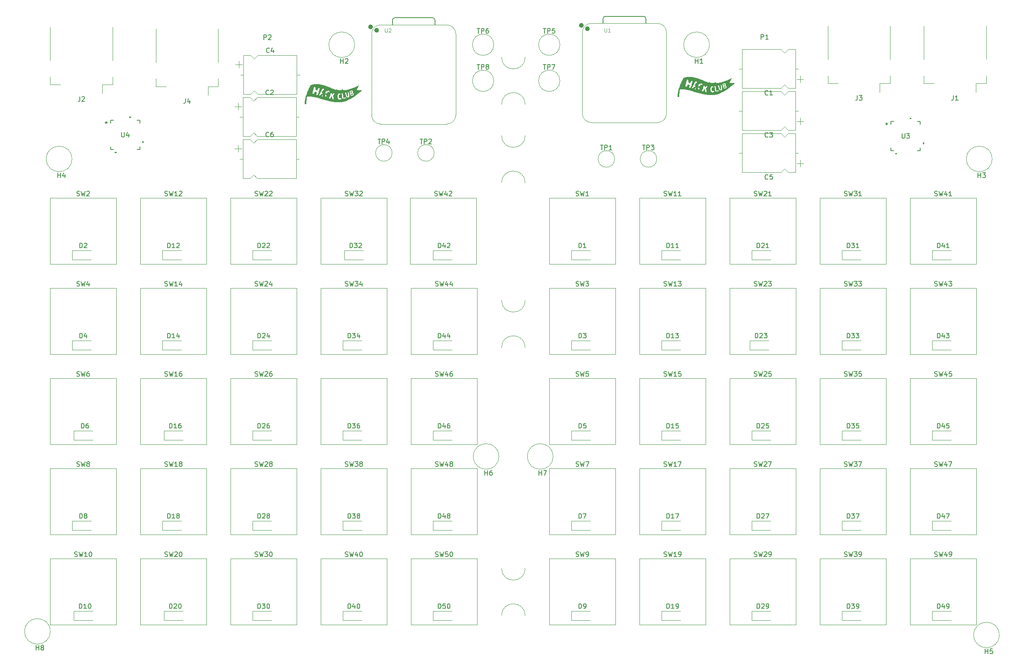
<source format=gbr>
%TF.GenerationSoftware,KiCad,Pcbnew,9.0.2*%
%TF.CreationDate,2025-10-05T12:30:13-05:00*%
%TF.ProjectId,keeb,6b656562-2e6b-4696-9361-645f70636258,rev?*%
%TF.SameCoordinates,Original*%
%TF.FileFunction,Legend,Top*%
%TF.FilePolarity,Positive*%
%FSLAX46Y46*%
G04 Gerber Fmt 4.6, Leading zero omitted, Abs format (unit mm)*
G04 Created by KiCad (PCBNEW 9.0.2) date 2025-10-05 12:30:13*
%MOMM*%
%LPD*%
G01*
G04 APERTURE LIST*
%ADD10C,0.150000*%
%ADD11C,0.106680*%
%ADD12C,0.300000*%
%ADD13C,0.152400*%
%ADD14C,0.000000*%
%ADD15C,0.120000*%
%ADD16C,0.100000*%
%ADD17C,0.127000*%
%ADD18C,0.504000*%
G04 APERTURE END LIST*
D10*
X56388095Y-51524819D02*
X56388095Y-52334342D01*
X56388095Y-52334342D02*
X56435714Y-52429580D01*
X56435714Y-52429580D02*
X56483333Y-52477200D01*
X56483333Y-52477200D02*
X56578571Y-52524819D01*
X56578571Y-52524819D02*
X56769047Y-52524819D01*
X56769047Y-52524819D02*
X56864285Y-52477200D01*
X56864285Y-52477200D02*
X56911904Y-52429580D01*
X56911904Y-52429580D02*
X56959523Y-52334342D01*
X56959523Y-52334342D02*
X56959523Y-51524819D01*
X57864285Y-51858152D02*
X57864285Y-52524819D01*
X57626190Y-51477200D02*
X57388095Y-52191485D01*
X57388095Y-52191485D02*
X58007142Y-52191485D01*
X53136800Y-49238819D02*
X53136800Y-49476914D01*
X52898705Y-49381676D02*
X53136800Y-49476914D01*
X53136800Y-49476914D02*
X53374895Y-49381676D01*
X52993943Y-49667390D02*
X53136800Y-49476914D01*
X53136800Y-49476914D02*
X53279657Y-49667390D01*
X53136800Y-49238819D02*
X53136800Y-49476914D01*
X52898705Y-49381676D02*
X53136800Y-49476914D01*
X53136800Y-49476914D02*
X53374895Y-49381676D01*
X52993943Y-49667390D02*
X53136800Y-49476914D01*
X53136800Y-49476914D02*
X53279657Y-49667390D01*
X228060476Y-83973200D02*
X228203333Y-84020819D01*
X228203333Y-84020819D02*
X228441428Y-84020819D01*
X228441428Y-84020819D02*
X228536666Y-83973200D01*
X228536666Y-83973200D02*
X228584285Y-83925580D01*
X228584285Y-83925580D02*
X228631904Y-83830342D01*
X228631904Y-83830342D02*
X228631904Y-83735104D01*
X228631904Y-83735104D02*
X228584285Y-83639866D01*
X228584285Y-83639866D02*
X228536666Y-83592247D01*
X228536666Y-83592247D02*
X228441428Y-83544628D01*
X228441428Y-83544628D02*
X228250952Y-83497009D01*
X228250952Y-83497009D02*
X228155714Y-83449390D01*
X228155714Y-83449390D02*
X228108095Y-83401771D01*
X228108095Y-83401771D02*
X228060476Y-83306533D01*
X228060476Y-83306533D02*
X228060476Y-83211295D01*
X228060476Y-83211295D02*
X228108095Y-83116057D01*
X228108095Y-83116057D02*
X228155714Y-83068438D01*
X228155714Y-83068438D02*
X228250952Y-83020819D01*
X228250952Y-83020819D02*
X228489047Y-83020819D01*
X228489047Y-83020819D02*
X228631904Y-83068438D01*
X228965238Y-83020819D02*
X229203333Y-84020819D01*
X229203333Y-84020819D02*
X229393809Y-83306533D01*
X229393809Y-83306533D02*
X229584285Y-84020819D01*
X229584285Y-84020819D02*
X229822381Y-83020819D01*
X230631904Y-83354152D02*
X230631904Y-84020819D01*
X230393809Y-82973200D02*
X230155714Y-83687485D01*
X230155714Y-83687485D02*
X230774761Y-83687485D01*
X231060476Y-83020819D02*
X231679523Y-83020819D01*
X231679523Y-83020819D02*
X231346190Y-83401771D01*
X231346190Y-83401771D02*
X231489047Y-83401771D01*
X231489047Y-83401771D02*
X231584285Y-83449390D01*
X231584285Y-83449390D02*
X231631904Y-83497009D01*
X231631904Y-83497009D02*
X231679523Y-83592247D01*
X231679523Y-83592247D02*
X231679523Y-83830342D01*
X231679523Y-83830342D02*
X231631904Y-83925580D01*
X231631904Y-83925580D02*
X231584285Y-83973200D01*
X231584285Y-83973200D02*
X231489047Y-84020819D01*
X231489047Y-84020819D02*
X231203333Y-84020819D01*
X231203333Y-84020819D02*
X231108095Y-83973200D01*
X231108095Y-83973200D02*
X231060476Y-83925580D01*
X170910476Y-122073200D02*
X171053333Y-122120819D01*
X171053333Y-122120819D02*
X171291428Y-122120819D01*
X171291428Y-122120819D02*
X171386666Y-122073200D01*
X171386666Y-122073200D02*
X171434285Y-122025580D01*
X171434285Y-122025580D02*
X171481904Y-121930342D01*
X171481904Y-121930342D02*
X171481904Y-121835104D01*
X171481904Y-121835104D02*
X171434285Y-121739866D01*
X171434285Y-121739866D02*
X171386666Y-121692247D01*
X171386666Y-121692247D02*
X171291428Y-121644628D01*
X171291428Y-121644628D02*
X171100952Y-121597009D01*
X171100952Y-121597009D02*
X171005714Y-121549390D01*
X171005714Y-121549390D02*
X170958095Y-121501771D01*
X170958095Y-121501771D02*
X170910476Y-121406533D01*
X170910476Y-121406533D02*
X170910476Y-121311295D01*
X170910476Y-121311295D02*
X170958095Y-121216057D01*
X170958095Y-121216057D02*
X171005714Y-121168438D01*
X171005714Y-121168438D02*
X171100952Y-121120819D01*
X171100952Y-121120819D02*
X171339047Y-121120819D01*
X171339047Y-121120819D02*
X171481904Y-121168438D01*
X171815238Y-121120819D02*
X172053333Y-122120819D01*
X172053333Y-122120819D02*
X172243809Y-121406533D01*
X172243809Y-121406533D02*
X172434285Y-122120819D01*
X172434285Y-122120819D02*
X172672381Y-121120819D01*
X173577142Y-122120819D02*
X173005714Y-122120819D01*
X173291428Y-122120819D02*
X173291428Y-121120819D01*
X173291428Y-121120819D02*
X173196190Y-121263676D01*
X173196190Y-121263676D02*
X173100952Y-121358914D01*
X173100952Y-121358914D02*
X173005714Y-121406533D01*
X173910476Y-121120819D02*
X174577142Y-121120819D01*
X174577142Y-121120819D02*
X174148571Y-122120819D01*
X84550476Y-122073200D02*
X84693333Y-122120819D01*
X84693333Y-122120819D02*
X84931428Y-122120819D01*
X84931428Y-122120819D02*
X85026666Y-122073200D01*
X85026666Y-122073200D02*
X85074285Y-122025580D01*
X85074285Y-122025580D02*
X85121904Y-121930342D01*
X85121904Y-121930342D02*
X85121904Y-121835104D01*
X85121904Y-121835104D02*
X85074285Y-121739866D01*
X85074285Y-121739866D02*
X85026666Y-121692247D01*
X85026666Y-121692247D02*
X84931428Y-121644628D01*
X84931428Y-121644628D02*
X84740952Y-121597009D01*
X84740952Y-121597009D02*
X84645714Y-121549390D01*
X84645714Y-121549390D02*
X84598095Y-121501771D01*
X84598095Y-121501771D02*
X84550476Y-121406533D01*
X84550476Y-121406533D02*
X84550476Y-121311295D01*
X84550476Y-121311295D02*
X84598095Y-121216057D01*
X84598095Y-121216057D02*
X84645714Y-121168438D01*
X84645714Y-121168438D02*
X84740952Y-121120819D01*
X84740952Y-121120819D02*
X84979047Y-121120819D01*
X84979047Y-121120819D02*
X85121904Y-121168438D01*
X85455238Y-121120819D02*
X85693333Y-122120819D01*
X85693333Y-122120819D02*
X85883809Y-121406533D01*
X85883809Y-121406533D02*
X86074285Y-122120819D01*
X86074285Y-122120819D02*
X86312381Y-121120819D01*
X86645714Y-121216057D02*
X86693333Y-121168438D01*
X86693333Y-121168438D02*
X86788571Y-121120819D01*
X86788571Y-121120819D02*
X87026666Y-121120819D01*
X87026666Y-121120819D02*
X87121904Y-121168438D01*
X87121904Y-121168438D02*
X87169523Y-121216057D01*
X87169523Y-121216057D02*
X87217142Y-121311295D01*
X87217142Y-121311295D02*
X87217142Y-121406533D01*
X87217142Y-121406533D02*
X87169523Y-121549390D01*
X87169523Y-121549390D02*
X86598095Y-122120819D01*
X86598095Y-122120819D02*
X87217142Y-122120819D01*
X87788571Y-121549390D02*
X87693333Y-121501771D01*
X87693333Y-121501771D02*
X87645714Y-121454152D01*
X87645714Y-121454152D02*
X87598095Y-121358914D01*
X87598095Y-121358914D02*
X87598095Y-121311295D01*
X87598095Y-121311295D02*
X87645714Y-121216057D01*
X87645714Y-121216057D02*
X87693333Y-121168438D01*
X87693333Y-121168438D02*
X87788571Y-121120819D01*
X87788571Y-121120819D02*
X87979047Y-121120819D01*
X87979047Y-121120819D02*
X88074285Y-121168438D01*
X88074285Y-121168438D02*
X88121904Y-121216057D01*
X88121904Y-121216057D02*
X88169523Y-121311295D01*
X88169523Y-121311295D02*
X88169523Y-121358914D01*
X88169523Y-121358914D02*
X88121904Y-121454152D01*
X88121904Y-121454152D02*
X88074285Y-121501771D01*
X88074285Y-121501771D02*
X87979047Y-121549390D01*
X87979047Y-121549390D02*
X87788571Y-121549390D01*
X87788571Y-121549390D02*
X87693333Y-121597009D01*
X87693333Y-121597009D02*
X87645714Y-121644628D01*
X87645714Y-121644628D02*
X87598095Y-121739866D01*
X87598095Y-121739866D02*
X87598095Y-121930342D01*
X87598095Y-121930342D02*
X87645714Y-122025580D01*
X87645714Y-122025580D02*
X87693333Y-122073200D01*
X87693333Y-122073200D02*
X87788571Y-122120819D01*
X87788571Y-122120819D02*
X87979047Y-122120819D01*
X87979047Y-122120819D02*
X88074285Y-122073200D01*
X88074285Y-122073200D02*
X88121904Y-122025580D01*
X88121904Y-122025580D02*
X88169523Y-121930342D01*
X88169523Y-121930342D02*
X88169523Y-121739866D01*
X88169523Y-121739866D02*
X88121904Y-121644628D01*
X88121904Y-121644628D02*
X88074285Y-121597009D01*
X88074285Y-121597009D02*
X87979047Y-121549390D01*
X209010476Y-83973200D02*
X209153333Y-84020819D01*
X209153333Y-84020819D02*
X209391428Y-84020819D01*
X209391428Y-84020819D02*
X209486666Y-83973200D01*
X209486666Y-83973200D02*
X209534285Y-83925580D01*
X209534285Y-83925580D02*
X209581904Y-83830342D01*
X209581904Y-83830342D02*
X209581904Y-83735104D01*
X209581904Y-83735104D02*
X209534285Y-83639866D01*
X209534285Y-83639866D02*
X209486666Y-83592247D01*
X209486666Y-83592247D02*
X209391428Y-83544628D01*
X209391428Y-83544628D02*
X209200952Y-83497009D01*
X209200952Y-83497009D02*
X209105714Y-83449390D01*
X209105714Y-83449390D02*
X209058095Y-83401771D01*
X209058095Y-83401771D02*
X209010476Y-83306533D01*
X209010476Y-83306533D02*
X209010476Y-83211295D01*
X209010476Y-83211295D02*
X209058095Y-83116057D01*
X209058095Y-83116057D02*
X209105714Y-83068438D01*
X209105714Y-83068438D02*
X209200952Y-83020819D01*
X209200952Y-83020819D02*
X209439047Y-83020819D01*
X209439047Y-83020819D02*
X209581904Y-83068438D01*
X209915238Y-83020819D02*
X210153333Y-84020819D01*
X210153333Y-84020819D02*
X210343809Y-83306533D01*
X210343809Y-83306533D02*
X210534285Y-84020819D01*
X210534285Y-84020819D02*
X210772381Y-83020819D01*
X211058095Y-83020819D02*
X211677142Y-83020819D01*
X211677142Y-83020819D02*
X211343809Y-83401771D01*
X211343809Y-83401771D02*
X211486666Y-83401771D01*
X211486666Y-83401771D02*
X211581904Y-83449390D01*
X211581904Y-83449390D02*
X211629523Y-83497009D01*
X211629523Y-83497009D02*
X211677142Y-83592247D01*
X211677142Y-83592247D02*
X211677142Y-83830342D01*
X211677142Y-83830342D02*
X211629523Y-83925580D01*
X211629523Y-83925580D02*
X211581904Y-83973200D01*
X211581904Y-83973200D02*
X211486666Y-84020819D01*
X211486666Y-84020819D02*
X211200952Y-84020819D01*
X211200952Y-84020819D02*
X211105714Y-83973200D01*
X211105714Y-83973200D02*
X211058095Y-83925580D01*
X212010476Y-83020819D02*
X212629523Y-83020819D01*
X212629523Y-83020819D02*
X212296190Y-83401771D01*
X212296190Y-83401771D02*
X212439047Y-83401771D01*
X212439047Y-83401771D02*
X212534285Y-83449390D01*
X212534285Y-83449390D02*
X212581904Y-83497009D01*
X212581904Y-83497009D02*
X212629523Y-83592247D01*
X212629523Y-83592247D02*
X212629523Y-83830342D01*
X212629523Y-83830342D02*
X212581904Y-83925580D01*
X212581904Y-83925580D02*
X212534285Y-83973200D01*
X212534285Y-83973200D02*
X212439047Y-84020819D01*
X212439047Y-84020819D02*
X212153333Y-84020819D01*
X212153333Y-84020819D02*
X212058095Y-83973200D01*
X212058095Y-83973200D02*
X212010476Y-83925580D01*
X119388095Y-52936819D02*
X119959523Y-52936819D01*
X119673809Y-53936819D02*
X119673809Y-52936819D01*
X120292857Y-53936819D02*
X120292857Y-52936819D01*
X120292857Y-52936819D02*
X120673809Y-52936819D01*
X120673809Y-52936819D02*
X120769047Y-52984438D01*
X120769047Y-52984438D02*
X120816666Y-53032057D01*
X120816666Y-53032057D02*
X120864285Y-53127295D01*
X120864285Y-53127295D02*
X120864285Y-53270152D01*
X120864285Y-53270152D02*
X120816666Y-53365390D01*
X120816666Y-53365390D02*
X120769047Y-53413009D01*
X120769047Y-53413009D02*
X120673809Y-53460628D01*
X120673809Y-53460628D02*
X120292857Y-53460628D01*
X121245238Y-53032057D02*
X121292857Y-52984438D01*
X121292857Y-52984438D02*
X121388095Y-52936819D01*
X121388095Y-52936819D02*
X121626190Y-52936819D01*
X121626190Y-52936819D02*
X121721428Y-52984438D01*
X121721428Y-52984438D02*
X121769047Y-53032057D01*
X121769047Y-53032057D02*
X121816666Y-53127295D01*
X121816666Y-53127295D02*
X121816666Y-53222533D01*
X121816666Y-53222533D02*
X121769047Y-53365390D01*
X121769047Y-53365390D02*
X121197619Y-53936819D01*
X121197619Y-53936819D02*
X121816666Y-53936819D01*
X122650476Y-103023200D02*
X122793333Y-103070819D01*
X122793333Y-103070819D02*
X123031428Y-103070819D01*
X123031428Y-103070819D02*
X123126666Y-103023200D01*
X123126666Y-103023200D02*
X123174285Y-102975580D01*
X123174285Y-102975580D02*
X123221904Y-102880342D01*
X123221904Y-102880342D02*
X123221904Y-102785104D01*
X123221904Y-102785104D02*
X123174285Y-102689866D01*
X123174285Y-102689866D02*
X123126666Y-102642247D01*
X123126666Y-102642247D02*
X123031428Y-102594628D01*
X123031428Y-102594628D02*
X122840952Y-102547009D01*
X122840952Y-102547009D02*
X122745714Y-102499390D01*
X122745714Y-102499390D02*
X122698095Y-102451771D01*
X122698095Y-102451771D02*
X122650476Y-102356533D01*
X122650476Y-102356533D02*
X122650476Y-102261295D01*
X122650476Y-102261295D02*
X122698095Y-102166057D01*
X122698095Y-102166057D02*
X122745714Y-102118438D01*
X122745714Y-102118438D02*
X122840952Y-102070819D01*
X122840952Y-102070819D02*
X123079047Y-102070819D01*
X123079047Y-102070819D02*
X123221904Y-102118438D01*
X123555238Y-102070819D02*
X123793333Y-103070819D01*
X123793333Y-103070819D02*
X123983809Y-102356533D01*
X123983809Y-102356533D02*
X124174285Y-103070819D01*
X124174285Y-103070819D02*
X124412381Y-102070819D01*
X125221904Y-102404152D02*
X125221904Y-103070819D01*
X124983809Y-102023200D02*
X124745714Y-102737485D01*
X124745714Y-102737485D02*
X125364761Y-102737485D01*
X126174285Y-102070819D02*
X125983809Y-102070819D01*
X125983809Y-102070819D02*
X125888571Y-102118438D01*
X125888571Y-102118438D02*
X125840952Y-102166057D01*
X125840952Y-102166057D02*
X125745714Y-102308914D01*
X125745714Y-102308914D02*
X125698095Y-102499390D01*
X125698095Y-102499390D02*
X125698095Y-102880342D01*
X125698095Y-102880342D02*
X125745714Y-102975580D01*
X125745714Y-102975580D02*
X125793333Y-103023200D01*
X125793333Y-103023200D02*
X125888571Y-103070819D01*
X125888571Y-103070819D02*
X126079047Y-103070819D01*
X126079047Y-103070819D02*
X126174285Y-103023200D01*
X126174285Y-103023200D02*
X126221904Y-102975580D01*
X126221904Y-102975580D02*
X126269523Y-102880342D01*
X126269523Y-102880342D02*
X126269523Y-102642247D01*
X126269523Y-102642247D02*
X126221904Y-102547009D01*
X126221904Y-102547009D02*
X126174285Y-102499390D01*
X126174285Y-102499390D02*
X126079047Y-102451771D01*
X126079047Y-102451771D02*
X125888571Y-102451771D01*
X125888571Y-102451771D02*
X125793333Y-102499390D01*
X125793333Y-102499390D02*
X125745714Y-102547009D01*
X125745714Y-102547009D02*
X125698095Y-102642247D01*
X131453095Y-37196819D02*
X132024523Y-37196819D01*
X131738809Y-38196819D02*
X131738809Y-37196819D01*
X132357857Y-38196819D02*
X132357857Y-37196819D01*
X132357857Y-37196819D02*
X132738809Y-37196819D01*
X132738809Y-37196819D02*
X132834047Y-37244438D01*
X132834047Y-37244438D02*
X132881666Y-37292057D01*
X132881666Y-37292057D02*
X132929285Y-37387295D01*
X132929285Y-37387295D02*
X132929285Y-37530152D01*
X132929285Y-37530152D02*
X132881666Y-37625390D01*
X132881666Y-37625390D02*
X132834047Y-37673009D01*
X132834047Y-37673009D02*
X132738809Y-37720628D01*
X132738809Y-37720628D02*
X132357857Y-37720628D01*
X133500714Y-37625390D02*
X133405476Y-37577771D01*
X133405476Y-37577771D02*
X133357857Y-37530152D01*
X133357857Y-37530152D02*
X133310238Y-37434914D01*
X133310238Y-37434914D02*
X133310238Y-37387295D01*
X133310238Y-37387295D02*
X133357857Y-37292057D01*
X133357857Y-37292057D02*
X133405476Y-37244438D01*
X133405476Y-37244438D02*
X133500714Y-37196819D01*
X133500714Y-37196819D02*
X133691190Y-37196819D01*
X133691190Y-37196819D02*
X133786428Y-37244438D01*
X133786428Y-37244438D02*
X133834047Y-37292057D01*
X133834047Y-37292057D02*
X133881666Y-37387295D01*
X133881666Y-37387295D02*
X133881666Y-37434914D01*
X133881666Y-37434914D02*
X133834047Y-37530152D01*
X133834047Y-37530152D02*
X133786428Y-37577771D01*
X133786428Y-37577771D02*
X133691190Y-37625390D01*
X133691190Y-37625390D02*
X133500714Y-37625390D01*
X133500714Y-37625390D02*
X133405476Y-37673009D01*
X133405476Y-37673009D02*
X133357857Y-37720628D01*
X133357857Y-37720628D02*
X133310238Y-37815866D01*
X133310238Y-37815866D02*
X133310238Y-38006342D01*
X133310238Y-38006342D02*
X133357857Y-38101580D01*
X133357857Y-38101580D02*
X133405476Y-38149200D01*
X133405476Y-38149200D02*
X133500714Y-38196819D01*
X133500714Y-38196819D02*
X133691190Y-38196819D01*
X133691190Y-38196819D02*
X133786428Y-38149200D01*
X133786428Y-38149200D02*
X133834047Y-38101580D01*
X133834047Y-38101580D02*
X133881666Y-38006342D01*
X133881666Y-38006342D02*
X133881666Y-37815866D01*
X133881666Y-37815866D02*
X133834047Y-37720628D01*
X133834047Y-37720628D02*
X133786428Y-37673009D01*
X133786428Y-37673009D02*
X133691190Y-37625390D01*
X85145714Y-114024819D02*
X85145714Y-113024819D01*
X85145714Y-113024819D02*
X85383809Y-113024819D01*
X85383809Y-113024819D02*
X85526666Y-113072438D01*
X85526666Y-113072438D02*
X85621904Y-113167676D01*
X85621904Y-113167676D02*
X85669523Y-113262914D01*
X85669523Y-113262914D02*
X85717142Y-113453390D01*
X85717142Y-113453390D02*
X85717142Y-113596247D01*
X85717142Y-113596247D02*
X85669523Y-113786723D01*
X85669523Y-113786723D02*
X85621904Y-113881961D01*
X85621904Y-113881961D02*
X85526666Y-113977200D01*
X85526666Y-113977200D02*
X85383809Y-114024819D01*
X85383809Y-114024819D02*
X85145714Y-114024819D01*
X86098095Y-113120057D02*
X86145714Y-113072438D01*
X86145714Y-113072438D02*
X86240952Y-113024819D01*
X86240952Y-113024819D02*
X86479047Y-113024819D01*
X86479047Y-113024819D02*
X86574285Y-113072438D01*
X86574285Y-113072438D02*
X86621904Y-113120057D01*
X86621904Y-113120057D02*
X86669523Y-113215295D01*
X86669523Y-113215295D02*
X86669523Y-113310533D01*
X86669523Y-113310533D02*
X86621904Y-113453390D01*
X86621904Y-113453390D02*
X86050476Y-114024819D01*
X86050476Y-114024819D02*
X86669523Y-114024819D01*
X87526666Y-113024819D02*
X87336190Y-113024819D01*
X87336190Y-113024819D02*
X87240952Y-113072438D01*
X87240952Y-113072438D02*
X87193333Y-113120057D01*
X87193333Y-113120057D02*
X87098095Y-113262914D01*
X87098095Y-113262914D02*
X87050476Y-113453390D01*
X87050476Y-113453390D02*
X87050476Y-113834342D01*
X87050476Y-113834342D02*
X87098095Y-113929580D01*
X87098095Y-113929580D02*
X87145714Y-113977200D01*
X87145714Y-113977200D02*
X87240952Y-114024819D01*
X87240952Y-114024819D02*
X87431428Y-114024819D01*
X87431428Y-114024819D02*
X87526666Y-113977200D01*
X87526666Y-113977200D02*
X87574285Y-113929580D01*
X87574285Y-113929580D02*
X87621904Y-113834342D01*
X87621904Y-113834342D02*
X87621904Y-113596247D01*
X87621904Y-113596247D02*
X87574285Y-113501009D01*
X87574285Y-113501009D02*
X87526666Y-113453390D01*
X87526666Y-113453390D02*
X87431428Y-113405771D01*
X87431428Y-113405771D02*
X87240952Y-113405771D01*
X87240952Y-113405771D02*
X87145714Y-113453390D01*
X87145714Y-113453390D02*
X87098095Y-113501009D01*
X87098095Y-113501009D02*
X87050476Y-113596247D01*
X46926667Y-64923200D02*
X47069524Y-64970819D01*
X47069524Y-64970819D02*
X47307619Y-64970819D01*
X47307619Y-64970819D02*
X47402857Y-64923200D01*
X47402857Y-64923200D02*
X47450476Y-64875580D01*
X47450476Y-64875580D02*
X47498095Y-64780342D01*
X47498095Y-64780342D02*
X47498095Y-64685104D01*
X47498095Y-64685104D02*
X47450476Y-64589866D01*
X47450476Y-64589866D02*
X47402857Y-64542247D01*
X47402857Y-64542247D02*
X47307619Y-64494628D01*
X47307619Y-64494628D02*
X47117143Y-64447009D01*
X47117143Y-64447009D02*
X47021905Y-64399390D01*
X47021905Y-64399390D02*
X46974286Y-64351771D01*
X46974286Y-64351771D02*
X46926667Y-64256533D01*
X46926667Y-64256533D02*
X46926667Y-64161295D01*
X46926667Y-64161295D02*
X46974286Y-64066057D01*
X46974286Y-64066057D02*
X47021905Y-64018438D01*
X47021905Y-64018438D02*
X47117143Y-63970819D01*
X47117143Y-63970819D02*
X47355238Y-63970819D01*
X47355238Y-63970819D02*
X47498095Y-64018438D01*
X47831429Y-63970819D02*
X48069524Y-64970819D01*
X48069524Y-64970819D02*
X48260000Y-64256533D01*
X48260000Y-64256533D02*
X48450476Y-64970819D01*
X48450476Y-64970819D02*
X48688572Y-63970819D01*
X49021905Y-64066057D02*
X49069524Y-64018438D01*
X49069524Y-64018438D02*
X49164762Y-63970819D01*
X49164762Y-63970819D02*
X49402857Y-63970819D01*
X49402857Y-63970819D02*
X49498095Y-64018438D01*
X49498095Y-64018438D02*
X49545714Y-64066057D01*
X49545714Y-64066057D02*
X49593333Y-64161295D01*
X49593333Y-64161295D02*
X49593333Y-64256533D01*
X49593333Y-64256533D02*
X49545714Y-64399390D01*
X49545714Y-64399390D02*
X48974286Y-64970819D01*
X48974286Y-64970819D02*
X49593333Y-64970819D01*
X152931905Y-133074819D02*
X152931905Y-132074819D01*
X152931905Y-132074819D02*
X153170000Y-132074819D01*
X153170000Y-132074819D02*
X153312857Y-132122438D01*
X153312857Y-132122438D02*
X153408095Y-132217676D01*
X153408095Y-132217676D02*
X153455714Y-132312914D01*
X153455714Y-132312914D02*
X153503333Y-132503390D01*
X153503333Y-132503390D02*
X153503333Y-132646247D01*
X153503333Y-132646247D02*
X153455714Y-132836723D01*
X153455714Y-132836723D02*
X153408095Y-132931961D01*
X153408095Y-132931961D02*
X153312857Y-133027200D01*
X153312857Y-133027200D02*
X153170000Y-133074819D01*
X153170000Y-133074819D02*
X152931905Y-133074819D01*
X153836667Y-132074819D02*
X154503333Y-132074819D01*
X154503333Y-132074819D02*
X154074762Y-133074819D01*
X171505714Y-152124819D02*
X171505714Y-151124819D01*
X171505714Y-151124819D02*
X171743809Y-151124819D01*
X171743809Y-151124819D02*
X171886666Y-151172438D01*
X171886666Y-151172438D02*
X171981904Y-151267676D01*
X171981904Y-151267676D02*
X172029523Y-151362914D01*
X172029523Y-151362914D02*
X172077142Y-151553390D01*
X172077142Y-151553390D02*
X172077142Y-151696247D01*
X172077142Y-151696247D02*
X172029523Y-151886723D01*
X172029523Y-151886723D02*
X171981904Y-151981961D01*
X171981904Y-151981961D02*
X171886666Y-152077200D01*
X171886666Y-152077200D02*
X171743809Y-152124819D01*
X171743809Y-152124819D02*
X171505714Y-152124819D01*
X173029523Y-152124819D02*
X172458095Y-152124819D01*
X172743809Y-152124819D02*
X172743809Y-151124819D01*
X172743809Y-151124819D02*
X172648571Y-151267676D01*
X172648571Y-151267676D02*
X172553333Y-151362914D01*
X172553333Y-151362914D02*
X172458095Y-151410533D01*
X173505714Y-152124819D02*
X173696190Y-152124819D01*
X173696190Y-152124819D02*
X173791428Y-152077200D01*
X173791428Y-152077200D02*
X173839047Y-152029580D01*
X173839047Y-152029580D02*
X173934285Y-151886723D01*
X173934285Y-151886723D02*
X173981904Y-151696247D01*
X173981904Y-151696247D02*
X173981904Y-151315295D01*
X173981904Y-151315295D02*
X173934285Y-151220057D01*
X173934285Y-151220057D02*
X173886666Y-151172438D01*
X173886666Y-151172438D02*
X173791428Y-151124819D01*
X173791428Y-151124819D02*
X173600952Y-151124819D01*
X173600952Y-151124819D02*
X173505714Y-151172438D01*
X173505714Y-151172438D02*
X173458095Y-151220057D01*
X173458095Y-151220057D02*
X173410476Y-151315295D01*
X173410476Y-151315295D02*
X173410476Y-151553390D01*
X173410476Y-151553390D02*
X173458095Y-151648628D01*
X173458095Y-151648628D02*
X173505714Y-151696247D01*
X173505714Y-151696247D02*
X173600952Y-151743866D01*
X173600952Y-151743866D02*
X173791428Y-151743866D01*
X173791428Y-151743866D02*
X173886666Y-151696247D01*
X173886666Y-151696247D02*
X173934285Y-151648628D01*
X173934285Y-151648628D02*
X173981904Y-151553390D01*
X190555714Y-133074819D02*
X190555714Y-132074819D01*
X190555714Y-132074819D02*
X190793809Y-132074819D01*
X190793809Y-132074819D02*
X190936666Y-132122438D01*
X190936666Y-132122438D02*
X191031904Y-132217676D01*
X191031904Y-132217676D02*
X191079523Y-132312914D01*
X191079523Y-132312914D02*
X191127142Y-132503390D01*
X191127142Y-132503390D02*
X191127142Y-132646247D01*
X191127142Y-132646247D02*
X191079523Y-132836723D01*
X191079523Y-132836723D02*
X191031904Y-132931961D01*
X191031904Y-132931961D02*
X190936666Y-133027200D01*
X190936666Y-133027200D02*
X190793809Y-133074819D01*
X190793809Y-133074819D02*
X190555714Y-133074819D01*
X191508095Y-132170057D02*
X191555714Y-132122438D01*
X191555714Y-132122438D02*
X191650952Y-132074819D01*
X191650952Y-132074819D02*
X191889047Y-132074819D01*
X191889047Y-132074819D02*
X191984285Y-132122438D01*
X191984285Y-132122438D02*
X192031904Y-132170057D01*
X192031904Y-132170057D02*
X192079523Y-132265295D01*
X192079523Y-132265295D02*
X192079523Y-132360533D01*
X192079523Y-132360533D02*
X192031904Y-132503390D01*
X192031904Y-132503390D02*
X191460476Y-133074819D01*
X191460476Y-133074819D02*
X192079523Y-133074819D01*
X192412857Y-132074819D02*
X193079523Y-132074819D01*
X193079523Y-132074819D02*
X192650952Y-133074819D01*
X170910476Y-83973200D02*
X171053333Y-84020819D01*
X171053333Y-84020819D02*
X171291428Y-84020819D01*
X171291428Y-84020819D02*
X171386666Y-83973200D01*
X171386666Y-83973200D02*
X171434285Y-83925580D01*
X171434285Y-83925580D02*
X171481904Y-83830342D01*
X171481904Y-83830342D02*
X171481904Y-83735104D01*
X171481904Y-83735104D02*
X171434285Y-83639866D01*
X171434285Y-83639866D02*
X171386666Y-83592247D01*
X171386666Y-83592247D02*
X171291428Y-83544628D01*
X171291428Y-83544628D02*
X171100952Y-83497009D01*
X171100952Y-83497009D02*
X171005714Y-83449390D01*
X171005714Y-83449390D02*
X170958095Y-83401771D01*
X170958095Y-83401771D02*
X170910476Y-83306533D01*
X170910476Y-83306533D02*
X170910476Y-83211295D01*
X170910476Y-83211295D02*
X170958095Y-83116057D01*
X170958095Y-83116057D02*
X171005714Y-83068438D01*
X171005714Y-83068438D02*
X171100952Y-83020819D01*
X171100952Y-83020819D02*
X171339047Y-83020819D01*
X171339047Y-83020819D02*
X171481904Y-83068438D01*
X171815238Y-83020819D02*
X172053333Y-84020819D01*
X172053333Y-84020819D02*
X172243809Y-83306533D01*
X172243809Y-83306533D02*
X172434285Y-84020819D01*
X172434285Y-84020819D02*
X172672381Y-83020819D01*
X173577142Y-84020819D02*
X173005714Y-84020819D01*
X173291428Y-84020819D02*
X173291428Y-83020819D01*
X173291428Y-83020819D02*
X173196190Y-83163676D01*
X173196190Y-83163676D02*
X173100952Y-83258914D01*
X173100952Y-83258914D02*
X173005714Y-83306533D01*
X173910476Y-83020819D02*
X174529523Y-83020819D01*
X174529523Y-83020819D02*
X174196190Y-83401771D01*
X174196190Y-83401771D02*
X174339047Y-83401771D01*
X174339047Y-83401771D02*
X174434285Y-83449390D01*
X174434285Y-83449390D02*
X174481904Y-83497009D01*
X174481904Y-83497009D02*
X174529523Y-83592247D01*
X174529523Y-83592247D02*
X174529523Y-83830342D01*
X174529523Y-83830342D02*
X174481904Y-83925580D01*
X174481904Y-83925580D02*
X174434285Y-83973200D01*
X174434285Y-83973200D02*
X174339047Y-84020819D01*
X174339047Y-84020819D02*
X174053333Y-84020819D01*
X174053333Y-84020819D02*
X173958095Y-83973200D01*
X173958095Y-83973200D02*
X173910476Y-83925580D01*
X85145714Y-75924819D02*
X85145714Y-74924819D01*
X85145714Y-74924819D02*
X85383809Y-74924819D01*
X85383809Y-74924819D02*
X85526666Y-74972438D01*
X85526666Y-74972438D02*
X85621904Y-75067676D01*
X85621904Y-75067676D02*
X85669523Y-75162914D01*
X85669523Y-75162914D02*
X85717142Y-75353390D01*
X85717142Y-75353390D02*
X85717142Y-75496247D01*
X85717142Y-75496247D02*
X85669523Y-75686723D01*
X85669523Y-75686723D02*
X85621904Y-75781961D01*
X85621904Y-75781961D02*
X85526666Y-75877200D01*
X85526666Y-75877200D02*
X85383809Y-75924819D01*
X85383809Y-75924819D02*
X85145714Y-75924819D01*
X86098095Y-75020057D02*
X86145714Y-74972438D01*
X86145714Y-74972438D02*
X86240952Y-74924819D01*
X86240952Y-74924819D02*
X86479047Y-74924819D01*
X86479047Y-74924819D02*
X86574285Y-74972438D01*
X86574285Y-74972438D02*
X86621904Y-75020057D01*
X86621904Y-75020057D02*
X86669523Y-75115295D01*
X86669523Y-75115295D02*
X86669523Y-75210533D01*
X86669523Y-75210533D02*
X86621904Y-75353390D01*
X86621904Y-75353390D02*
X86050476Y-75924819D01*
X86050476Y-75924819D02*
X86669523Y-75924819D01*
X87050476Y-75020057D02*
X87098095Y-74972438D01*
X87098095Y-74972438D02*
X87193333Y-74924819D01*
X87193333Y-74924819D02*
X87431428Y-74924819D01*
X87431428Y-74924819D02*
X87526666Y-74972438D01*
X87526666Y-74972438D02*
X87574285Y-75020057D01*
X87574285Y-75020057D02*
X87621904Y-75115295D01*
X87621904Y-75115295D02*
X87621904Y-75210533D01*
X87621904Y-75210533D02*
X87574285Y-75353390D01*
X87574285Y-75353390D02*
X87002857Y-75924819D01*
X87002857Y-75924819D02*
X87621904Y-75924819D01*
X209605714Y-75924819D02*
X209605714Y-74924819D01*
X209605714Y-74924819D02*
X209843809Y-74924819D01*
X209843809Y-74924819D02*
X209986666Y-74972438D01*
X209986666Y-74972438D02*
X210081904Y-75067676D01*
X210081904Y-75067676D02*
X210129523Y-75162914D01*
X210129523Y-75162914D02*
X210177142Y-75353390D01*
X210177142Y-75353390D02*
X210177142Y-75496247D01*
X210177142Y-75496247D02*
X210129523Y-75686723D01*
X210129523Y-75686723D02*
X210081904Y-75781961D01*
X210081904Y-75781961D02*
X209986666Y-75877200D01*
X209986666Y-75877200D02*
X209843809Y-75924819D01*
X209843809Y-75924819D02*
X209605714Y-75924819D01*
X210510476Y-74924819D02*
X211129523Y-74924819D01*
X211129523Y-74924819D02*
X210796190Y-75305771D01*
X210796190Y-75305771D02*
X210939047Y-75305771D01*
X210939047Y-75305771D02*
X211034285Y-75353390D01*
X211034285Y-75353390D02*
X211081904Y-75401009D01*
X211081904Y-75401009D02*
X211129523Y-75496247D01*
X211129523Y-75496247D02*
X211129523Y-75734342D01*
X211129523Y-75734342D02*
X211081904Y-75829580D01*
X211081904Y-75829580D02*
X211034285Y-75877200D01*
X211034285Y-75877200D02*
X210939047Y-75924819D01*
X210939047Y-75924819D02*
X210653333Y-75924819D01*
X210653333Y-75924819D02*
X210558095Y-75877200D01*
X210558095Y-75877200D02*
X210510476Y-75829580D01*
X212081904Y-75924819D02*
X211510476Y-75924819D01*
X211796190Y-75924819D02*
X211796190Y-74924819D01*
X211796190Y-74924819D02*
X211700952Y-75067676D01*
X211700952Y-75067676D02*
X211605714Y-75162914D01*
X211605714Y-75162914D02*
X211510476Y-75210533D01*
X66095714Y-133074819D02*
X66095714Y-132074819D01*
X66095714Y-132074819D02*
X66333809Y-132074819D01*
X66333809Y-132074819D02*
X66476666Y-132122438D01*
X66476666Y-132122438D02*
X66571904Y-132217676D01*
X66571904Y-132217676D02*
X66619523Y-132312914D01*
X66619523Y-132312914D02*
X66667142Y-132503390D01*
X66667142Y-132503390D02*
X66667142Y-132646247D01*
X66667142Y-132646247D02*
X66619523Y-132836723D01*
X66619523Y-132836723D02*
X66571904Y-132931961D01*
X66571904Y-132931961D02*
X66476666Y-133027200D01*
X66476666Y-133027200D02*
X66333809Y-133074819D01*
X66333809Y-133074819D02*
X66095714Y-133074819D01*
X67619523Y-133074819D02*
X67048095Y-133074819D01*
X67333809Y-133074819D02*
X67333809Y-132074819D01*
X67333809Y-132074819D02*
X67238571Y-132217676D01*
X67238571Y-132217676D02*
X67143333Y-132312914D01*
X67143333Y-132312914D02*
X67048095Y-132360533D01*
X68190952Y-132503390D02*
X68095714Y-132455771D01*
X68095714Y-132455771D02*
X68048095Y-132408152D01*
X68048095Y-132408152D02*
X68000476Y-132312914D01*
X68000476Y-132312914D02*
X68000476Y-132265295D01*
X68000476Y-132265295D02*
X68048095Y-132170057D01*
X68048095Y-132170057D02*
X68095714Y-132122438D01*
X68095714Y-132122438D02*
X68190952Y-132074819D01*
X68190952Y-132074819D02*
X68381428Y-132074819D01*
X68381428Y-132074819D02*
X68476666Y-132122438D01*
X68476666Y-132122438D02*
X68524285Y-132170057D01*
X68524285Y-132170057D02*
X68571904Y-132265295D01*
X68571904Y-132265295D02*
X68571904Y-132312914D01*
X68571904Y-132312914D02*
X68524285Y-132408152D01*
X68524285Y-132408152D02*
X68476666Y-132455771D01*
X68476666Y-132455771D02*
X68381428Y-132503390D01*
X68381428Y-132503390D02*
X68190952Y-132503390D01*
X68190952Y-132503390D02*
X68095714Y-132551009D01*
X68095714Y-132551009D02*
X68048095Y-132598628D01*
X68048095Y-132598628D02*
X68000476Y-132693866D01*
X68000476Y-132693866D02*
X68000476Y-132884342D01*
X68000476Y-132884342D02*
X68048095Y-132979580D01*
X68048095Y-132979580D02*
X68095714Y-133027200D01*
X68095714Y-133027200D02*
X68190952Y-133074819D01*
X68190952Y-133074819D02*
X68381428Y-133074819D01*
X68381428Y-133074819D02*
X68476666Y-133027200D01*
X68476666Y-133027200D02*
X68524285Y-132979580D01*
X68524285Y-132979580D02*
X68571904Y-132884342D01*
X68571904Y-132884342D02*
X68571904Y-132693866D01*
X68571904Y-132693866D02*
X68524285Y-132598628D01*
X68524285Y-132598628D02*
X68476666Y-132551009D01*
X68476666Y-132551009D02*
X68381428Y-132503390D01*
X102608095Y-36974819D02*
X102608095Y-35974819D01*
X102608095Y-36451009D02*
X103179523Y-36451009D01*
X103179523Y-36974819D02*
X103179523Y-35974819D01*
X103608095Y-36070057D02*
X103655714Y-36022438D01*
X103655714Y-36022438D02*
X103750952Y-35974819D01*
X103750952Y-35974819D02*
X103989047Y-35974819D01*
X103989047Y-35974819D02*
X104084285Y-36022438D01*
X104084285Y-36022438D02*
X104131904Y-36070057D01*
X104131904Y-36070057D02*
X104179523Y-36165295D01*
X104179523Y-36165295D02*
X104179523Y-36260533D01*
X104179523Y-36260533D02*
X104131904Y-36403390D01*
X104131904Y-36403390D02*
X103560476Y-36974819D01*
X103560476Y-36974819D02*
X104179523Y-36974819D01*
X123245714Y-114024819D02*
X123245714Y-113024819D01*
X123245714Y-113024819D02*
X123483809Y-113024819D01*
X123483809Y-113024819D02*
X123626666Y-113072438D01*
X123626666Y-113072438D02*
X123721904Y-113167676D01*
X123721904Y-113167676D02*
X123769523Y-113262914D01*
X123769523Y-113262914D02*
X123817142Y-113453390D01*
X123817142Y-113453390D02*
X123817142Y-113596247D01*
X123817142Y-113596247D02*
X123769523Y-113786723D01*
X123769523Y-113786723D02*
X123721904Y-113881961D01*
X123721904Y-113881961D02*
X123626666Y-113977200D01*
X123626666Y-113977200D02*
X123483809Y-114024819D01*
X123483809Y-114024819D02*
X123245714Y-114024819D01*
X124674285Y-113358152D02*
X124674285Y-114024819D01*
X124436190Y-112977200D02*
X124198095Y-113691485D01*
X124198095Y-113691485D02*
X124817142Y-113691485D01*
X125626666Y-113024819D02*
X125436190Y-113024819D01*
X125436190Y-113024819D02*
X125340952Y-113072438D01*
X125340952Y-113072438D02*
X125293333Y-113120057D01*
X125293333Y-113120057D02*
X125198095Y-113262914D01*
X125198095Y-113262914D02*
X125150476Y-113453390D01*
X125150476Y-113453390D02*
X125150476Y-113834342D01*
X125150476Y-113834342D02*
X125198095Y-113929580D01*
X125198095Y-113929580D02*
X125245714Y-113977200D01*
X125245714Y-113977200D02*
X125340952Y-114024819D01*
X125340952Y-114024819D02*
X125531428Y-114024819D01*
X125531428Y-114024819D02*
X125626666Y-113977200D01*
X125626666Y-113977200D02*
X125674285Y-113929580D01*
X125674285Y-113929580D02*
X125721904Y-113834342D01*
X125721904Y-113834342D02*
X125721904Y-113596247D01*
X125721904Y-113596247D02*
X125674285Y-113501009D01*
X125674285Y-113501009D02*
X125626666Y-113453390D01*
X125626666Y-113453390D02*
X125531428Y-113405771D01*
X125531428Y-113405771D02*
X125340952Y-113405771D01*
X125340952Y-113405771D02*
X125245714Y-113453390D01*
X125245714Y-113453390D02*
X125198095Y-113501009D01*
X125198095Y-113501009D02*
X125150476Y-113596247D01*
X47566666Y-44004819D02*
X47566666Y-44719104D01*
X47566666Y-44719104D02*
X47519047Y-44861961D01*
X47519047Y-44861961D02*
X47423809Y-44957200D01*
X47423809Y-44957200D02*
X47280952Y-45004819D01*
X47280952Y-45004819D02*
X47185714Y-45004819D01*
X47995238Y-44100057D02*
X48042857Y-44052438D01*
X48042857Y-44052438D02*
X48138095Y-44004819D01*
X48138095Y-44004819D02*
X48376190Y-44004819D01*
X48376190Y-44004819D02*
X48471428Y-44052438D01*
X48471428Y-44052438D02*
X48519047Y-44100057D01*
X48519047Y-44100057D02*
X48566666Y-44195295D01*
X48566666Y-44195295D02*
X48566666Y-44290533D01*
X48566666Y-44290533D02*
X48519047Y-44433390D01*
X48519047Y-44433390D02*
X47947619Y-45004819D01*
X47947619Y-45004819D02*
X48566666Y-45004819D01*
X123245714Y-152124819D02*
X123245714Y-151124819D01*
X123245714Y-151124819D02*
X123483809Y-151124819D01*
X123483809Y-151124819D02*
X123626666Y-151172438D01*
X123626666Y-151172438D02*
X123721904Y-151267676D01*
X123721904Y-151267676D02*
X123769523Y-151362914D01*
X123769523Y-151362914D02*
X123817142Y-151553390D01*
X123817142Y-151553390D02*
X123817142Y-151696247D01*
X123817142Y-151696247D02*
X123769523Y-151886723D01*
X123769523Y-151886723D02*
X123721904Y-151981961D01*
X123721904Y-151981961D02*
X123626666Y-152077200D01*
X123626666Y-152077200D02*
X123483809Y-152124819D01*
X123483809Y-152124819D02*
X123245714Y-152124819D01*
X124721904Y-151124819D02*
X124245714Y-151124819D01*
X124245714Y-151124819D02*
X124198095Y-151601009D01*
X124198095Y-151601009D02*
X124245714Y-151553390D01*
X124245714Y-151553390D02*
X124340952Y-151505771D01*
X124340952Y-151505771D02*
X124579047Y-151505771D01*
X124579047Y-151505771D02*
X124674285Y-151553390D01*
X124674285Y-151553390D02*
X124721904Y-151601009D01*
X124721904Y-151601009D02*
X124769523Y-151696247D01*
X124769523Y-151696247D02*
X124769523Y-151934342D01*
X124769523Y-151934342D02*
X124721904Y-152029580D01*
X124721904Y-152029580D02*
X124674285Y-152077200D01*
X124674285Y-152077200D02*
X124579047Y-152124819D01*
X124579047Y-152124819D02*
X124340952Y-152124819D01*
X124340952Y-152124819D02*
X124245714Y-152077200D01*
X124245714Y-152077200D02*
X124198095Y-152029580D01*
X125388571Y-151124819D02*
X125483809Y-151124819D01*
X125483809Y-151124819D02*
X125579047Y-151172438D01*
X125579047Y-151172438D02*
X125626666Y-151220057D01*
X125626666Y-151220057D02*
X125674285Y-151315295D01*
X125674285Y-151315295D02*
X125721904Y-151505771D01*
X125721904Y-151505771D02*
X125721904Y-151743866D01*
X125721904Y-151743866D02*
X125674285Y-151934342D01*
X125674285Y-151934342D02*
X125626666Y-152029580D01*
X125626666Y-152029580D02*
X125579047Y-152077200D01*
X125579047Y-152077200D02*
X125483809Y-152124819D01*
X125483809Y-152124819D02*
X125388571Y-152124819D01*
X125388571Y-152124819D02*
X125293333Y-152077200D01*
X125293333Y-152077200D02*
X125245714Y-152029580D01*
X125245714Y-152029580D02*
X125198095Y-151934342D01*
X125198095Y-151934342D02*
X125150476Y-151743866D01*
X125150476Y-151743866D02*
X125150476Y-151505771D01*
X125150476Y-151505771D02*
X125198095Y-151315295D01*
X125198095Y-151315295D02*
X125245714Y-151220057D01*
X125245714Y-151220057D02*
X125293333Y-151172438D01*
X125293333Y-151172438D02*
X125388571Y-151124819D01*
X104195714Y-94974819D02*
X104195714Y-93974819D01*
X104195714Y-93974819D02*
X104433809Y-93974819D01*
X104433809Y-93974819D02*
X104576666Y-94022438D01*
X104576666Y-94022438D02*
X104671904Y-94117676D01*
X104671904Y-94117676D02*
X104719523Y-94212914D01*
X104719523Y-94212914D02*
X104767142Y-94403390D01*
X104767142Y-94403390D02*
X104767142Y-94546247D01*
X104767142Y-94546247D02*
X104719523Y-94736723D01*
X104719523Y-94736723D02*
X104671904Y-94831961D01*
X104671904Y-94831961D02*
X104576666Y-94927200D01*
X104576666Y-94927200D02*
X104433809Y-94974819D01*
X104433809Y-94974819D02*
X104195714Y-94974819D01*
X105100476Y-93974819D02*
X105719523Y-93974819D01*
X105719523Y-93974819D02*
X105386190Y-94355771D01*
X105386190Y-94355771D02*
X105529047Y-94355771D01*
X105529047Y-94355771D02*
X105624285Y-94403390D01*
X105624285Y-94403390D02*
X105671904Y-94451009D01*
X105671904Y-94451009D02*
X105719523Y-94546247D01*
X105719523Y-94546247D02*
X105719523Y-94784342D01*
X105719523Y-94784342D02*
X105671904Y-94879580D01*
X105671904Y-94879580D02*
X105624285Y-94927200D01*
X105624285Y-94927200D02*
X105529047Y-94974819D01*
X105529047Y-94974819D02*
X105243333Y-94974819D01*
X105243333Y-94974819D02*
X105148095Y-94927200D01*
X105148095Y-94927200D02*
X105100476Y-94879580D01*
X106576666Y-94308152D02*
X106576666Y-94974819D01*
X106338571Y-93927200D02*
X106100476Y-94641485D01*
X106100476Y-94641485D02*
X106719523Y-94641485D01*
X237228095Y-61104819D02*
X237228095Y-60104819D01*
X237228095Y-60581009D02*
X237799523Y-60581009D01*
X237799523Y-61104819D02*
X237799523Y-60104819D01*
X238180476Y-60104819D02*
X238799523Y-60104819D01*
X238799523Y-60104819D02*
X238466190Y-60485771D01*
X238466190Y-60485771D02*
X238609047Y-60485771D01*
X238609047Y-60485771D02*
X238704285Y-60533390D01*
X238704285Y-60533390D02*
X238751904Y-60581009D01*
X238751904Y-60581009D02*
X238799523Y-60676247D01*
X238799523Y-60676247D02*
X238799523Y-60914342D01*
X238799523Y-60914342D02*
X238751904Y-61009580D01*
X238751904Y-61009580D02*
X238704285Y-61057200D01*
X238704285Y-61057200D02*
X238609047Y-61104819D01*
X238609047Y-61104819D02*
X238323333Y-61104819D01*
X238323333Y-61104819D02*
X238228095Y-61057200D01*
X238228095Y-61057200D02*
X238180476Y-61009580D01*
X192873333Y-52469580D02*
X192825714Y-52517200D01*
X192825714Y-52517200D02*
X192682857Y-52564819D01*
X192682857Y-52564819D02*
X192587619Y-52564819D01*
X192587619Y-52564819D02*
X192444762Y-52517200D01*
X192444762Y-52517200D02*
X192349524Y-52421961D01*
X192349524Y-52421961D02*
X192301905Y-52326723D01*
X192301905Y-52326723D02*
X192254286Y-52136247D01*
X192254286Y-52136247D02*
X192254286Y-51993390D01*
X192254286Y-51993390D02*
X192301905Y-51802914D01*
X192301905Y-51802914D02*
X192349524Y-51707676D01*
X192349524Y-51707676D02*
X192444762Y-51612438D01*
X192444762Y-51612438D02*
X192587619Y-51564819D01*
X192587619Y-51564819D02*
X192682857Y-51564819D01*
X192682857Y-51564819D02*
X192825714Y-51612438D01*
X192825714Y-51612438D02*
X192873333Y-51660057D01*
X193206667Y-51564819D02*
X193825714Y-51564819D01*
X193825714Y-51564819D02*
X193492381Y-51945771D01*
X193492381Y-51945771D02*
X193635238Y-51945771D01*
X193635238Y-51945771D02*
X193730476Y-51993390D01*
X193730476Y-51993390D02*
X193778095Y-52041009D01*
X193778095Y-52041009D02*
X193825714Y-52136247D01*
X193825714Y-52136247D02*
X193825714Y-52374342D01*
X193825714Y-52374342D02*
X193778095Y-52469580D01*
X193778095Y-52469580D02*
X193730476Y-52517200D01*
X193730476Y-52517200D02*
X193635238Y-52564819D01*
X193635238Y-52564819D02*
X193349524Y-52564819D01*
X193349524Y-52564819D02*
X193254286Y-52517200D01*
X193254286Y-52517200D02*
X193206667Y-52469580D01*
X152931905Y-114024819D02*
X152931905Y-113024819D01*
X152931905Y-113024819D02*
X153170000Y-113024819D01*
X153170000Y-113024819D02*
X153312857Y-113072438D01*
X153312857Y-113072438D02*
X153408095Y-113167676D01*
X153408095Y-113167676D02*
X153455714Y-113262914D01*
X153455714Y-113262914D02*
X153503333Y-113453390D01*
X153503333Y-113453390D02*
X153503333Y-113596247D01*
X153503333Y-113596247D02*
X153455714Y-113786723D01*
X153455714Y-113786723D02*
X153408095Y-113881961D01*
X153408095Y-113881961D02*
X153312857Y-113977200D01*
X153312857Y-113977200D02*
X153170000Y-114024819D01*
X153170000Y-114024819D02*
X152931905Y-114024819D01*
X154408095Y-113024819D02*
X153931905Y-113024819D01*
X153931905Y-113024819D02*
X153884286Y-113501009D01*
X153884286Y-113501009D02*
X153931905Y-113453390D01*
X153931905Y-113453390D02*
X154027143Y-113405771D01*
X154027143Y-113405771D02*
X154265238Y-113405771D01*
X154265238Y-113405771D02*
X154360476Y-113453390D01*
X154360476Y-113453390D02*
X154408095Y-113501009D01*
X154408095Y-113501009D02*
X154455714Y-113596247D01*
X154455714Y-113596247D02*
X154455714Y-113834342D01*
X154455714Y-113834342D02*
X154408095Y-113929580D01*
X154408095Y-113929580D02*
X154360476Y-113977200D01*
X154360476Y-113977200D02*
X154265238Y-114024819D01*
X154265238Y-114024819D02*
X154027143Y-114024819D01*
X154027143Y-114024819D02*
X153931905Y-113977200D01*
X153931905Y-113977200D02*
X153884286Y-113929580D01*
X145423095Y-37196819D02*
X145994523Y-37196819D01*
X145708809Y-38196819D02*
X145708809Y-37196819D01*
X146327857Y-38196819D02*
X146327857Y-37196819D01*
X146327857Y-37196819D02*
X146708809Y-37196819D01*
X146708809Y-37196819D02*
X146804047Y-37244438D01*
X146804047Y-37244438D02*
X146851666Y-37292057D01*
X146851666Y-37292057D02*
X146899285Y-37387295D01*
X146899285Y-37387295D02*
X146899285Y-37530152D01*
X146899285Y-37530152D02*
X146851666Y-37625390D01*
X146851666Y-37625390D02*
X146804047Y-37673009D01*
X146804047Y-37673009D02*
X146708809Y-37720628D01*
X146708809Y-37720628D02*
X146327857Y-37720628D01*
X147232619Y-37196819D02*
X147899285Y-37196819D01*
X147899285Y-37196819D02*
X147470714Y-38196819D01*
X166378095Y-54206819D02*
X166949523Y-54206819D01*
X166663809Y-55206819D02*
X166663809Y-54206819D01*
X167282857Y-55206819D02*
X167282857Y-54206819D01*
X167282857Y-54206819D02*
X167663809Y-54206819D01*
X167663809Y-54206819D02*
X167759047Y-54254438D01*
X167759047Y-54254438D02*
X167806666Y-54302057D01*
X167806666Y-54302057D02*
X167854285Y-54397295D01*
X167854285Y-54397295D02*
X167854285Y-54540152D01*
X167854285Y-54540152D02*
X167806666Y-54635390D01*
X167806666Y-54635390D02*
X167759047Y-54683009D01*
X167759047Y-54683009D02*
X167663809Y-54730628D01*
X167663809Y-54730628D02*
X167282857Y-54730628D01*
X168187619Y-54206819D02*
X168806666Y-54206819D01*
X168806666Y-54206819D02*
X168473333Y-54587771D01*
X168473333Y-54587771D02*
X168616190Y-54587771D01*
X168616190Y-54587771D02*
X168711428Y-54635390D01*
X168711428Y-54635390D02*
X168759047Y-54683009D01*
X168759047Y-54683009D02*
X168806666Y-54778247D01*
X168806666Y-54778247D02*
X168806666Y-55016342D01*
X168806666Y-55016342D02*
X168759047Y-55111580D01*
X168759047Y-55111580D02*
X168711428Y-55159200D01*
X168711428Y-55159200D02*
X168616190Y-55206819D01*
X168616190Y-55206819D02*
X168330476Y-55206819D01*
X168330476Y-55206819D02*
X168235238Y-55159200D01*
X168235238Y-55159200D02*
X168187619Y-55111580D01*
X47425714Y-152124819D02*
X47425714Y-151124819D01*
X47425714Y-151124819D02*
X47663809Y-151124819D01*
X47663809Y-151124819D02*
X47806666Y-151172438D01*
X47806666Y-151172438D02*
X47901904Y-151267676D01*
X47901904Y-151267676D02*
X47949523Y-151362914D01*
X47949523Y-151362914D02*
X47997142Y-151553390D01*
X47997142Y-151553390D02*
X47997142Y-151696247D01*
X47997142Y-151696247D02*
X47949523Y-151886723D01*
X47949523Y-151886723D02*
X47901904Y-151981961D01*
X47901904Y-151981961D02*
X47806666Y-152077200D01*
X47806666Y-152077200D02*
X47663809Y-152124819D01*
X47663809Y-152124819D02*
X47425714Y-152124819D01*
X48949523Y-152124819D02*
X48378095Y-152124819D01*
X48663809Y-152124819D02*
X48663809Y-151124819D01*
X48663809Y-151124819D02*
X48568571Y-151267676D01*
X48568571Y-151267676D02*
X48473333Y-151362914D01*
X48473333Y-151362914D02*
X48378095Y-151410533D01*
X49568571Y-151124819D02*
X49663809Y-151124819D01*
X49663809Y-151124819D02*
X49759047Y-151172438D01*
X49759047Y-151172438D02*
X49806666Y-151220057D01*
X49806666Y-151220057D02*
X49854285Y-151315295D01*
X49854285Y-151315295D02*
X49901904Y-151505771D01*
X49901904Y-151505771D02*
X49901904Y-151743866D01*
X49901904Y-151743866D02*
X49854285Y-151934342D01*
X49854285Y-151934342D02*
X49806666Y-152029580D01*
X49806666Y-152029580D02*
X49759047Y-152077200D01*
X49759047Y-152077200D02*
X49663809Y-152124819D01*
X49663809Y-152124819D02*
X49568571Y-152124819D01*
X49568571Y-152124819D02*
X49473333Y-152077200D01*
X49473333Y-152077200D02*
X49425714Y-152029580D01*
X49425714Y-152029580D02*
X49378095Y-151934342D01*
X49378095Y-151934342D02*
X49330476Y-151743866D01*
X49330476Y-151743866D02*
X49330476Y-151505771D01*
X49330476Y-151505771D02*
X49378095Y-151315295D01*
X49378095Y-151315295D02*
X49425714Y-151220057D01*
X49425714Y-151220057D02*
X49473333Y-151172438D01*
X49473333Y-151172438D02*
X49568571Y-151124819D01*
X38346095Y-160926819D02*
X38346095Y-159926819D01*
X38346095Y-160403009D02*
X38917523Y-160403009D01*
X38917523Y-160926819D02*
X38917523Y-159926819D01*
X39536571Y-160355390D02*
X39441333Y-160307771D01*
X39441333Y-160307771D02*
X39393714Y-160260152D01*
X39393714Y-160260152D02*
X39346095Y-160164914D01*
X39346095Y-160164914D02*
X39346095Y-160117295D01*
X39346095Y-160117295D02*
X39393714Y-160022057D01*
X39393714Y-160022057D02*
X39441333Y-159974438D01*
X39441333Y-159974438D02*
X39536571Y-159926819D01*
X39536571Y-159926819D02*
X39727047Y-159926819D01*
X39727047Y-159926819D02*
X39822285Y-159974438D01*
X39822285Y-159974438D02*
X39869904Y-160022057D01*
X39869904Y-160022057D02*
X39917523Y-160117295D01*
X39917523Y-160117295D02*
X39917523Y-160164914D01*
X39917523Y-160164914D02*
X39869904Y-160260152D01*
X39869904Y-160260152D02*
X39822285Y-160307771D01*
X39822285Y-160307771D02*
X39727047Y-160355390D01*
X39727047Y-160355390D02*
X39536571Y-160355390D01*
X39536571Y-160355390D02*
X39441333Y-160403009D01*
X39441333Y-160403009D02*
X39393714Y-160450628D01*
X39393714Y-160450628D02*
X39346095Y-160545866D01*
X39346095Y-160545866D02*
X39346095Y-160736342D01*
X39346095Y-160736342D02*
X39393714Y-160831580D01*
X39393714Y-160831580D02*
X39441333Y-160879200D01*
X39441333Y-160879200D02*
X39536571Y-160926819D01*
X39536571Y-160926819D02*
X39727047Y-160926819D01*
X39727047Y-160926819D02*
X39822285Y-160879200D01*
X39822285Y-160879200D02*
X39869904Y-160831580D01*
X39869904Y-160831580D02*
X39917523Y-160736342D01*
X39917523Y-160736342D02*
X39917523Y-160545866D01*
X39917523Y-160545866D02*
X39869904Y-160450628D01*
X39869904Y-160450628D02*
X39822285Y-160403009D01*
X39822285Y-160403009D02*
X39727047Y-160355390D01*
X152931905Y-152124819D02*
X152931905Y-151124819D01*
X152931905Y-151124819D02*
X153170000Y-151124819D01*
X153170000Y-151124819D02*
X153312857Y-151172438D01*
X153312857Y-151172438D02*
X153408095Y-151267676D01*
X153408095Y-151267676D02*
X153455714Y-151362914D01*
X153455714Y-151362914D02*
X153503333Y-151553390D01*
X153503333Y-151553390D02*
X153503333Y-151696247D01*
X153503333Y-151696247D02*
X153455714Y-151886723D01*
X153455714Y-151886723D02*
X153408095Y-151981961D01*
X153408095Y-151981961D02*
X153312857Y-152077200D01*
X153312857Y-152077200D02*
X153170000Y-152124819D01*
X153170000Y-152124819D02*
X152931905Y-152124819D01*
X153979524Y-152124819D02*
X154170000Y-152124819D01*
X154170000Y-152124819D02*
X154265238Y-152077200D01*
X154265238Y-152077200D02*
X154312857Y-152029580D01*
X154312857Y-152029580D02*
X154408095Y-151886723D01*
X154408095Y-151886723D02*
X154455714Y-151696247D01*
X154455714Y-151696247D02*
X154455714Y-151315295D01*
X154455714Y-151315295D02*
X154408095Y-151220057D01*
X154408095Y-151220057D02*
X154360476Y-151172438D01*
X154360476Y-151172438D02*
X154265238Y-151124819D01*
X154265238Y-151124819D02*
X154074762Y-151124819D01*
X154074762Y-151124819D02*
X153979524Y-151172438D01*
X153979524Y-151172438D02*
X153931905Y-151220057D01*
X153931905Y-151220057D02*
X153884286Y-151315295D01*
X153884286Y-151315295D02*
X153884286Y-151553390D01*
X153884286Y-151553390D02*
X153931905Y-151648628D01*
X153931905Y-151648628D02*
X153979524Y-151696247D01*
X153979524Y-151696247D02*
X154074762Y-151743866D01*
X154074762Y-151743866D02*
X154265238Y-151743866D01*
X154265238Y-151743866D02*
X154360476Y-151696247D01*
X154360476Y-151696247D02*
X154408095Y-151648628D01*
X154408095Y-151648628D02*
X154455714Y-151553390D01*
X228655714Y-152124819D02*
X228655714Y-151124819D01*
X228655714Y-151124819D02*
X228893809Y-151124819D01*
X228893809Y-151124819D02*
X229036666Y-151172438D01*
X229036666Y-151172438D02*
X229131904Y-151267676D01*
X229131904Y-151267676D02*
X229179523Y-151362914D01*
X229179523Y-151362914D02*
X229227142Y-151553390D01*
X229227142Y-151553390D02*
X229227142Y-151696247D01*
X229227142Y-151696247D02*
X229179523Y-151886723D01*
X229179523Y-151886723D02*
X229131904Y-151981961D01*
X229131904Y-151981961D02*
X229036666Y-152077200D01*
X229036666Y-152077200D02*
X228893809Y-152124819D01*
X228893809Y-152124819D02*
X228655714Y-152124819D01*
X230084285Y-151458152D02*
X230084285Y-152124819D01*
X229846190Y-151077200D02*
X229608095Y-151791485D01*
X229608095Y-151791485D02*
X230227142Y-151791485D01*
X230655714Y-152124819D02*
X230846190Y-152124819D01*
X230846190Y-152124819D02*
X230941428Y-152077200D01*
X230941428Y-152077200D02*
X230989047Y-152029580D01*
X230989047Y-152029580D02*
X231084285Y-151886723D01*
X231084285Y-151886723D02*
X231131904Y-151696247D01*
X231131904Y-151696247D02*
X231131904Y-151315295D01*
X231131904Y-151315295D02*
X231084285Y-151220057D01*
X231084285Y-151220057D02*
X231036666Y-151172438D01*
X231036666Y-151172438D02*
X230941428Y-151124819D01*
X230941428Y-151124819D02*
X230750952Y-151124819D01*
X230750952Y-151124819D02*
X230655714Y-151172438D01*
X230655714Y-151172438D02*
X230608095Y-151220057D01*
X230608095Y-151220057D02*
X230560476Y-151315295D01*
X230560476Y-151315295D02*
X230560476Y-151553390D01*
X230560476Y-151553390D02*
X230608095Y-151648628D01*
X230608095Y-151648628D02*
X230655714Y-151696247D01*
X230655714Y-151696247D02*
X230750952Y-151743866D01*
X230750952Y-151743866D02*
X230941428Y-151743866D01*
X230941428Y-151743866D02*
X231036666Y-151696247D01*
X231036666Y-151696247D02*
X231084285Y-151648628D01*
X231084285Y-151648628D02*
X231131904Y-151553390D01*
X228655714Y-75924819D02*
X228655714Y-74924819D01*
X228655714Y-74924819D02*
X228893809Y-74924819D01*
X228893809Y-74924819D02*
X229036666Y-74972438D01*
X229036666Y-74972438D02*
X229131904Y-75067676D01*
X229131904Y-75067676D02*
X229179523Y-75162914D01*
X229179523Y-75162914D02*
X229227142Y-75353390D01*
X229227142Y-75353390D02*
X229227142Y-75496247D01*
X229227142Y-75496247D02*
X229179523Y-75686723D01*
X229179523Y-75686723D02*
X229131904Y-75781961D01*
X229131904Y-75781961D02*
X229036666Y-75877200D01*
X229036666Y-75877200D02*
X228893809Y-75924819D01*
X228893809Y-75924819D02*
X228655714Y-75924819D01*
X230084285Y-75258152D02*
X230084285Y-75924819D01*
X229846190Y-74877200D02*
X229608095Y-75591485D01*
X229608095Y-75591485D02*
X230227142Y-75591485D01*
X231131904Y-75924819D02*
X230560476Y-75924819D01*
X230846190Y-75924819D02*
X230846190Y-74924819D01*
X230846190Y-74924819D02*
X230750952Y-75067676D01*
X230750952Y-75067676D02*
X230655714Y-75162914D01*
X230655714Y-75162914D02*
X230560476Y-75210533D01*
X104195714Y-152124819D02*
X104195714Y-151124819D01*
X104195714Y-151124819D02*
X104433809Y-151124819D01*
X104433809Y-151124819D02*
X104576666Y-151172438D01*
X104576666Y-151172438D02*
X104671904Y-151267676D01*
X104671904Y-151267676D02*
X104719523Y-151362914D01*
X104719523Y-151362914D02*
X104767142Y-151553390D01*
X104767142Y-151553390D02*
X104767142Y-151696247D01*
X104767142Y-151696247D02*
X104719523Y-151886723D01*
X104719523Y-151886723D02*
X104671904Y-151981961D01*
X104671904Y-151981961D02*
X104576666Y-152077200D01*
X104576666Y-152077200D02*
X104433809Y-152124819D01*
X104433809Y-152124819D02*
X104195714Y-152124819D01*
X105624285Y-151458152D02*
X105624285Y-152124819D01*
X105386190Y-151077200D02*
X105148095Y-151791485D01*
X105148095Y-151791485D02*
X105767142Y-151791485D01*
X106338571Y-151124819D02*
X106433809Y-151124819D01*
X106433809Y-151124819D02*
X106529047Y-151172438D01*
X106529047Y-151172438D02*
X106576666Y-151220057D01*
X106576666Y-151220057D02*
X106624285Y-151315295D01*
X106624285Y-151315295D02*
X106671904Y-151505771D01*
X106671904Y-151505771D02*
X106671904Y-151743866D01*
X106671904Y-151743866D02*
X106624285Y-151934342D01*
X106624285Y-151934342D02*
X106576666Y-152029580D01*
X106576666Y-152029580D02*
X106529047Y-152077200D01*
X106529047Y-152077200D02*
X106433809Y-152124819D01*
X106433809Y-152124819D02*
X106338571Y-152124819D01*
X106338571Y-152124819D02*
X106243333Y-152077200D01*
X106243333Y-152077200D02*
X106195714Y-152029580D01*
X106195714Y-152029580D02*
X106148095Y-151934342D01*
X106148095Y-151934342D02*
X106100476Y-151743866D01*
X106100476Y-151743866D02*
X106100476Y-151505771D01*
X106100476Y-151505771D02*
X106148095Y-151315295D01*
X106148095Y-151315295D02*
X106195714Y-151220057D01*
X106195714Y-151220057D02*
X106243333Y-151172438D01*
X106243333Y-151172438D02*
X106338571Y-151124819D01*
X122650476Y-83973200D02*
X122793333Y-84020819D01*
X122793333Y-84020819D02*
X123031428Y-84020819D01*
X123031428Y-84020819D02*
X123126666Y-83973200D01*
X123126666Y-83973200D02*
X123174285Y-83925580D01*
X123174285Y-83925580D02*
X123221904Y-83830342D01*
X123221904Y-83830342D02*
X123221904Y-83735104D01*
X123221904Y-83735104D02*
X123174285Y-83639866D01*
X123174285Y-83639866D02*
X123126666Y-83592247D01*
X123126666Y-83592247D02*
X123031428Y-83544628D01*
X123031428Y-83544628D02*
X122840952Y-83497009D01*
X122840952Y-83497009D02*
X122745714Y-83449390D01*
X122745714Y-83449390D02*
X122698095Y-83401771D01*
X122698095Y-83401771D02*
X122650476Y-83306533D01*
X122650476Y-83306533D02*
X122650476Y-83211295D01*
X122650476Y-83211295D02*
X122698095Y-83116057D01*
X122698095Y-83116057D02*
X122745714Y-83068438D01*
X122745714Y-83068438D02*
X122840952Y-83020819D01*
X122840952Y-83020819D02*
X123079047Y-83020819D01*
X123079047Y-83020819D02*
X123221904Y-83068438D01*
X123555238Y-83020819D02*
X123793333Y-84020819D01*
X123793333Y-84020819D02*
X123983809Y-83306533D01*
X123983809Y-83306533D02*
X124174285Y-84020819D01*
X124174285Y-84020819D02*
X124412381Y-83020819D01*
X125221904Y-83354152D02*
X125221904Y-84020819D01*
X124983809Y-82973200D02*
X124745714Y-83687485D01*
X124745714Y-83687485D02*
X125364761Y-83687485D01*
X126174285Y-83354152D02*
X126174285Y-84020819D01*
X125936190Y-82973200D02*
X125698095Y-83687485D01*
X125698095Y-83687485D02*
X126317142Y-83687485D01*
X209605714Y-94974819D02*
X209605714Y-93974819D01*
X209605714Y-93974819D02*
X209843809Y-93974819D01*
X209843809Y-93974819D02*
X209986666Y-94022438D01*
X209986666Y-94022438D02*
X210081904Y-94117676D01*
X210081904Y-94117676D02*
X210129523Y-94212914D01*
X210129523Y-94212914D02*
X210177142Y-94403390D01*
X210177142Y-94403390D02*
X210177142Y-94546247D01*
X210177142Y-94546247D02*
X210129523Y-94736723D01*
X210129523Y-94736723D02*
X210081904Y-94831961D01*
X210081904Y-94831961D02*
X209986666Y-94927200D01*
X209986666Y-94927200D02*
X209843809Y-94974819D01*
X209843809Y-94974819D02*
X209605714Y-94974819D01*
X210510476Y-93974819D02*
X211129523Y-93974819D01*
X211129523Y-93974819D02*
X210796190Y-94355771D01*
X210796190Y-94355771D02*
X210939047Y-94355771D01*
X210939047Y-94355771D02*
X211034285Y-94403390D01*
X211034285Y-94403390D02*
X211081904Y-94451009D01*
X211081904Y-94451009D02*
X211129523Y-94546247D01*
X211129523Y-94546247D02*
X211129523Y-94784342D01*
X211129523Y-94784342D02*
X211081904Y-94879580D01*
X211081904Y-94879580D02*
X211034285Y-94927200D01*
X211034285Y-94927200D02*
X210939047Y-94974819D01*
X210939047Y-94974819D02*
X210653333Y-94974819D01*
X210653333Y-94974819D02*
X210558095Y-94927200D01*
X210558095Y-94927200D02*
X210510476Y-94879580D01*
X211462857Y-93974819D02*
X212081904Y-93974819D01*
X212081904Y-93974819D02*
X211748571Y-94355771D01*
X211748571Y-94355771D02*
X211891428Y-94355771D01*
X211891428Y-94355771D02*
X211986666Y-94403390D01*
X211986666Y-94403390D02*
X212034285Y-94451009D01*
X212034285Y-94451009D02*
X212081904Y-94546247D01*
X212081904Y-94546247D02*
X212081904Y-94784342D01*
X212081904Y-94784342D02*
X212034285Y-94879580D01*
X212034285Y-94879580D02*
X211986666Y-94927200D01*
X211986666Y-94927200D02*
X211891428Y-94974819D01*
X211891428Y-94974819D02*
X211605714Y-94974819D01*
X211605714Y-94974819D02*
X211510476Y-94927200D01*
X211510476Y-94927200D02*
X211462857Y-94879580D01*
X228060476Y-122073200D02*
X228203333Y-122120819D01*
X228203333Y-122120819D02*
X228441428Y-122120819D01*
X228441428Y-122120819D02*
X228536666Y-122073200D01*
X228536666Y-122073200D02*
X228584285Y-122025580D01*
X228584285Y-122025580D02*
X228631904Y-121930342D01*
X228631904Y-121930342D02*
X228631904Y-121835104D01*
X228631904Y-121835104D02*
X228584285Y-121739866D01*
X228584285Y-121739866D02*
X228536666Y-121692247D01*
X228536666Y-121692247D02*
X228441428Y-121644628D01*
X228441428Y-121644628D02*
X228250952Y-121597009D01*
X228250952Y-121597009D02*
X228155714Y-121549390D01*
X228155714Y-121549390D02*
X228108095Y-121501771D01*
X228108095Y-121501771D02*
X228060476Y-121406533D01*
X228060476Y-121406533D02*
X228060476Y-121311295D01*
X228060476Y-121311295D02*
X228108095Y-121216057D01*
X228108095Y-121216057D02*
X228155714Y-121168438D01*
X228155714Y-121168438D02*
X228250952Y-121120819D01*
X228250952Y-121120819D02*
X228489047Y-121120819D01*
X228489047Y-121120819D02*
X228631904Y-121168438D01*
X228965238Y-121120819D02*
X229203333Y-122120819D01*
X229203333Y-122120819D02*
X229393809Y-121406533D01*
X229393809Y-121406533D02*
X229584285Y-122120819D01*
X229584285Y-122120819D02*
X229822381Y-121120819D01*
X230631904Y-121454152D02*
X230631904Y-122120819D01*
X230393809Y-121073200D02*
X230155714Y-121787485D01*
X230155714Y-121787485D02*
X230774761Y-121787485D01*
X231060476Y-121120819D02*
X231727142Y-121120819D01*
X231727142Y-121120819D02*
X231298571Y-122120819D01*
X177538095Y-36974819D02*
X177538095Y-35974819D01*
X177538095Y-36451009D02*
X178109523Y-36451009D01*
X178109523Y-36974819D02*
X178109523Y-35974819D01*
X179109523Y-36974819D02*
X178538095Y-36974819D01*
X178823809Y-36974819D02*
X178823809Y-35974819D01*
X178823809Y-35974819D02*
X178728571Y-36117676D01*
X178728571Y-36117676D02*
X178633333Y-36212914D01*
X178633333Y-36212914D02*
X178538095Y-36260533D01*
X65500476Y-122073200D02*
X65643333Y-122120819D01*
X65643333Y-122120819D02*
X65881428Y-122120819D01*
X65881428Y-122120819D02*
X65976666Y-122073200D01*
X65976666Y-122073200D02*
X66024285Y-122025580D01*
X66024285Y-122025580D02*
X66071904Y-121930342D01*
X66071904Y-121930342D02*
X66071904Y-121835104D01*
X66071904Y-121835104D02*
X66024285Y-121739866D01*
X66024285Y-121739866D02*
X65976666Y-121692247D01*
X65976666Y-121692247D02*
X65881428Y-121644628D01*
X65881428Y-121644628D02*
X65690952Y-121597009D01*
X65690952Y-121597009D02*
X65595714Y-121549390D01*
X65595714Y-121549390D02*
X65548095Y-121501771D01*
X65548095Y-121501771D02*
X65500476Y-121406533D01*
X65500476Y-121406533D02*
X65500476Y-121311295D01*
X65500476Y-121311295D02*
X65548095Y-121216057D01*
X65548095Y-121216057D02*
X65595714Y-121168438D01*
X65595714Y-121168438D02*
X65690952Y-121120819D01*
X65690952Y-121120819D02*
X65929047Y-121120819D01*
X65929047Y-121120819D02*
X66071904Y-121168438D01*
X66405238Y-121120819D02*
X66643333Y-122120819D01*
X66643333Y-122120819D02*
X66833809Y-121406533D01*
X66833809Y-121406533D02*
X67024285Y-122120819D01*
X67024285Y-122120819D02*
X67262381Y-121120819D01*
X68167142Y-122120819D02*
X67595714Y-122120819D01*
X67881428Y-122120819D02*
X67881428Y-121120819D01*
X67881428Y-121120819D02*
X67786190Y-121263676D01*
X67786190Y-121263676D02*
X67690952Y-121358914D01*
X67690952Y-121358914D02*
X67595714Y-121406533D01*
X68738571Y-121549390D02*
X68643333Y-121501771D01*
X68643333Y-121501771D02*
X68595714Y-121454152D01*
X68595714Y-121454152D02*
X68548095Y-121358914D01*
X68548095Y-121358914D02*
X68548095Y-121311295D01*
X68548095Y-121311295D02*
X68595714Y-121216057D01*
X68595714Y-121216057D02*
X68643333Y-121168438D01*
X68643333Y-121168438D02*
X68738571Y-121120819D01*
X68738571Y-121120819D02*
X68929047Y-121120819D01*
X68929047Y-121120819D02*
X69024285Y-121168438D01*
X69024285Y-121168438D02*
X69071904Y-121216057D01*
X69071904Y-121216057D02*
X69119523Y-121311295D01*
X69119523Y-121311295D02*
X69119523Y-121358914D01*
X69119523Y-121358914D02*
X69071904Y-121454152D01*
X69071904Y-121454152D02*
X69024285Y-121501771D01*
X69024285Y-121501771D02*
X68929047Y-121549390D01*
X68929047Y-121549390D02*
X68738571Y-121549390D01*
X68738571Y-121549390D02*
X68643333Y-121597009D01*
X68643333Y-121597009D02*
X68595714Y-121644628D01*
X68595714Y-121644628D02*
X68548095Y-121739866D01*
X68548095Y-121739866D02*
X68548095Y-121930342D01*
X68548095Y-121930342D02*
X68595714Y-122025580D01*
X68595714Y-122025580D02*
X68643333Y-122073200D01*
X68643333Y-122073200D02*
X68738571Y-122120819D01*
X68738571Y-122120819D02*
X68929047Y-122120819D01*
X68929047Y-122120819D02*
X69024285Y-122073200D01*
X69024285Y-122073200D02*
X69071904Y-122025580D01*
X69071904Y-122025580D02*
X69119523Y-121930342D01*
X69119523Y-121930342D02*
X69119523Y-121739866D01*
X69119523Y-121739866D02*
X69071904Y-121644628D01*
X69071904Y-121644628D02*
X69024285Y-121597009D01*
X69024285Y-121597009D02*
X68929047Y-121549390D01*
X103600476Y-64923200D02*
X103743333Y-64970819D01*
X103743333Y-64970819D02*
X103981428Y-64970819D01*
X103981428Y-64970819D02*
X104076666Y-64923200D01*
X104076666Y-64923200D02*
X104124285Y-64875580D01*
X104124285Y-64875580D02*
X104171904Y-64780342D01*
X104171904Y-64780342D02*
X104171904Y-64685104D01*
X104171904Y-64685104D02*
X104124285Y-64589866D01*
X104124285Y-64589866D02*
X104076666Y-64542247D01*
X104076666Y-64542247D02*
X103981428Y-64494628D01*
X103981428Y-64494628D02*
X103790952Y-64447009D01*
X103790952Y-64447009D02*
X103695714Y-64399390D01*
X103695714Y-64399390D02*
X103648095Y-64351771D01*
X103648095Y-64351771D02*
X103600476Y-64256533D01*
X103600476Y-64256533D02*
X103600476Y-64161295D01*
X103600476Y-64161295D02*
X103648095Y-64066057D01*
X103648095Y-64066057D02*
X103695714Y-64018438D01*
X103695714Y-64018438D02*
X103790952Y-63970819D01*
X103790952Y-63970819D02*
X104029047Y-63970819D01*
X104029047Y-63970819D02*
X104171904Y-64018438D01*
X104505238Y-63970819D02*
X104743333Y-64970819D01*
X104743333Y-64970819D02*
X104933809Y-64256533D01*
X104933809Y-64256533D02*
X105124285Y-64970819D01*
X105124285Y-64970819D02*
X105362381Y-63970819D01*
X105648095Y-63970819D02*
X106267142Y-63970819D01*
X106267142Y-63970819D02*
X105933809Y-64351771D01*
X105933809Y-64351771D02*
X106076666Y-64351771D01*
X106076666Y-64351771D02*
X106171904Y-64399390D01*
X106171904Y-64399390D02*
X106219523Y-64447009D01*
X106219523Y-64447009D02*
X106267142Y-64542247D01*
X106267142Y-64542247D02*
X106267142Y-64780342D01*
X106267142Y-64780342D02*
X106219523Y-64875580D01*
X106219523Y-64875580D02*
X106171904Y-64923200D01*
X106171904Y-64923200D02*
X106076666Y-64970819D01*
X106076666Y-64970819D02*
X105790952Y-64970819D01*
X105790952Y-64970819D02*
X105695714Y-64923200D01*
X105695714Y-64923200D02*
X105648095Y-64875580D01*
X106648095Y-64066057D02*
X106695714Y-64018438D01*
X106695714Y-64018438D02*
X106790952Y-63970819D01*
X106790952Y-63970819D02*
X107029047Y-63970819D01*
X107029047Y-63970819D02*
X107124285Y-64018438D01*
X107124285Y-64018438D02*
X107171904Y-64066057D01*
X107171904Y-64066057D02*
X107219523Y-64161295D01*
X107219523Y-64161295D02*
X107219523Y-64256533D01*
X107219523Y-64256533D02*
X107171904Y-64399390D01*
X107171904Y-64399390D02*
X106600476Y-64970819D01*
X106600476Y-64970819D02*
X107219523Y-64970819D01*
X171505714Y-75924819D02*
X171505714Y-74924819D01*
X171505714Y-74924819D02*
X171743809Y-74924819D01*
X171743809Y-74924819D02*
X171886666Y-74972438D01*
X171886666Y-74972438D02*
X171981904Y-75067676D01*
X171981904Y-75067676D02*
X172029523Y-75162914D01*
X172029523Y-75162914D02*
X172077142Y-75353390D01*
X172077142Y-75353390D02*
X172077142Y-75496247D01*
X172077142Y-75496247D02*
X172029523Y-75686723D01*
X172029523Y-75686723D02*
X171981904Y-75781961D01*
X171981904Y-75781961D02*
X171886666Y-75877200D01*
X171886666Y-75877200D02*
X171743809Y-75924819D01*
X171743809Y-75924819D02*
X171505714Y-75924819D01*
X173029523Y-75924819D02*
X172458095Y-75924819D01*
X172743809Y-75924819D02*
X172743809Y-74924819D01*
X172743809Y-74924819D02*
X172648571Y-75067676D01*
X172648571Y-75067676D02*
X172553333Y-75162914D01*
X172553333Y-75162914D02*
X172458095Y-75210533D01*
X173981904Y-75924819D02*
X173410476Y-75924819D01*
X173696190Y-75924819D02*
X173696190Y-74924819D01*
X173696190Y-74924819D02*
X173600952Y-75067676D01*
X173600952Y-75067676D02*
X173505714Y-75162914D01*
X173505714Y-75162914D02*
X173410476Y-75210533D01*
X171505714Y-94974819D02*
X171505714Y-93974819D01*
X171505714Y-93974819D02*
X171743809Y-93974819D01*
X171743809Y-93974819D02*
X171886666Y-94022438D01*
X171886666Y-94022438D02*
X171981904Y-94117676D01*
X171981904Y-94117676D02*
X172029523Y-94212914D01*
X172029523Y-94212914D02*
X172077142Y-94403390D01*
X172077142Y-94403390D02*
X172077142Y-94546247D01*
X172077142Y-94546247D02*
X172029523Y-94736723D01*
X172029523Y-94736723D02*
X171981904Y-94831961D01*
X171981904Y-94831961D02*
X171886666Y-94927200D01*
X171886666Y-94927200D02*
X171743809Y-94974819D01*
X171743809Y-94974819D02*
X171505714Y-94974819D01*
X173029523Y-94974819D02*
X172458095Y-94974819D01*
X172743809Y-94974819D02*
X172743809Y-93974819D01*
X172743809Y-93974819D02*
X172648571Y-94117676D01*
X172648571Y-94117676D02*
X172553333Y-94212914D01*
X172553333Y-94212914D02*
X172458095Y-94260533D01*
X173362857Y-93974819D02*
X173981904Y-93974819D01*
X173981904Y-93974819D02*
X173648571Y-94355771D01*
X173648571Y-94355771D02*
X173791428Y-94355771D01*
X173791428Y-94355771D02*
X173886666Y-94403390D01*
X173886666Y-94403390D02*
X173934285Y-94451009D01*
X173934285Y-94451009D02*
X173981904Y-94546247D01*
X173981904Y-94546247D02*
X173981904Y-94784342D01*
X173981904Y-94784342D02*
X173934285Y-94879580D01*
X173934285Y-94879580D02*
X173886666Y-94927200D01*
X173886666Y-94927200D02*
X173791428Y-94974819D01*
X173791428Y-94974819D02*
X173505714Y-94974819D01*
X173505714Y-94974819D02*
X173410476Y-94927200D01*
X173410476Y-94927200D02*
X173362857Y-94879580D01*
X87463333Y-43499580D02*
X87415714Y-43547200D01*
X87415714Y-43547200D02*
X87272857Y-43594819D01*
X87272857Y-43594819D02*
X87177619Y-43594819D01*
X87177619Y-43594819D02*
X87034762Y-43547200D01*
X87034762Y-43547200D02*
X86939524Y-43451961D01*
X86939524Y-43451961D02*
X86891905Y-43356723D01*
X86891905Y-43356723D02*
X86844286Y-43166247D01*
X86844286Y-43166247D02*
X86844286Y-43023390D01*
X86844286Y-43023390D02*
X86891905Y-42832914D01*
X86891905Y-42832914D02*
X86939524Y-42737676D01*
X86939524Y-42737676D02*
X87034762Y-42642438D01*
X87034762Y-42642438D02*
X87177619Y-42594819D01*
X87177619Y-42594819D02*
X87272857Y-42594819D01*
X87272857Y-42594819D02*
X87415714Y-42642438D01*
X87415714Y-42642438D02*
X87463333Y-42690057D01*
X87844286Y-42690057D02*
X87891905Y-42642438D01*
X87891905Y-42642438D02*
X87987143Y-42594819D01*
X87987143Y-42594819D02*
X88225238Y-42594819D01*
X88225238Y-42594819D02*
X88320476Y-42642438D01*
X88320476Y-42642438D02*
X88368095Y-42690057D01*
X88368095Y-42690057D02*
X88415714Y-42785295D01*
X88415714Y-42785295D02*
X88415714Y-42880533D01*
X88415714Y-42880533D02*
X88368095Y-43023390D01*
X88368095Y-43023390D02*
X87796667Y-43594819D01*
X87796667Y-43594819D02*
X88415714Y-43594819D01*
X152336667Y-103023200D02*
X152479524Y-103070819D01*
X152479524Y-103070819D02*
X152717619Y-103070819D01*
X152717619Y-103070819D02*
X152812857Y-103023200D01*
X152812857Y-103023200D02*
X152860476Y-102975580D01*
X152860476Y-102975580D02*
X152908095Y-102880342D01*
X152908095Y-102880342D02*
X152908095Y-102785104D01*
X152908095Y-102785104D02*
X152860476Y-102689866D01*
X152860476Y-102689866D02*
X152812857Y-102642247D01*
X152812857Y-102642247D02*
X152717619Y-102594628D01*
X152717619Y-102594628D02*
X152527143Y-102547009D01*
X152527143Y-102547009D02*
X152431905Y-102499390D01*
X152431905Y-102499390D02*
X152384286Y-102451771D01*
X152384286Y-102451771D02*
X152336667Y-102356533D01*
X152336667Y-102356533D02*
X152336667Y-102261295D01*
X152336667Y-102261295D02*
X152384286Y-102166057D01*
X152384286Y-102166057D02*
X152431905Y-102118438D01*
X152431905Y-102118438D02*
X152527143Y-102070819D01*
X152527143Y-102070819D02*
X152765238Y-102070819D01*
X152765238Y-102070819D02*
X152908095Y-102118438D01*
X153241429Y-102070819D02*
X153479524Y-103070819D01*
X153479524Y-103070819D02*
X153670000Y-102356533D01*
X153670000Y-102356533D02*
X153860476Y-103070819D01*
X153860476Y-103070819D02*
X154098572Y-102070819D01*
X154955714Y-102070819D02*
X154479524Y-102070819D01*
X154479524Y-102070819D02*
X154431905Y-102547009D01*
X154431905Y-102547009D02*
X154479524Y-102499390D01*
X154479524Y-102499390D02*
X154574762Y-102451771D01*
X154574762Y-102451771D02*
X154812857Y-102451771D01*
X154812857Y-102451771D02*
X154908095Y-102499390D01*
X154908095Y-102499390D02*
X154955714Y-102547009D01*
X154955714Y-102547009D02*
X155003333Y-102642247D01*
X155003333Y-102642247D02*
X155003333Y-102880342D01*
X155003333Y-102880342D02*
X154955714Y-102975580D01*
X154955714Y-102975580D02*
X154908095Y-103023200D01*
X154908095Y-103023200D02*
X154812857Y-103070819D01*
X154812857Y-103070819D02*
X154574762Y-103070819D01*
X154574762Y-103070819D02*
X154479524Y-103023200D01*
X154479524Y-103023200D02*
X154431905Y-102975580D01*
X209605714Y-133074819D02*
X209605714Y-132074819D01*
X209605714Y-132074819D02*
X209843809Y-132074819D01*
X209843809Y-132074819D02*
X209986666Y-132122438D01*
X209986666Y-132122438D02*
X210081904Y-132217676D01*
X210081904Y-132217676D02*
X210129523Y-132312914D01*
X210129523Y-132312914D02*
X210177142Y-132503390D01*
X210177142Y-132503390D02*
X210177142Y-132646247D01*
X210177142Y-132646247D02*
X210129523Y-132836723D01*
X210129523Y-132836723D02*
X210081904Y-132931961D01*
X210081904Y-132931961D02*
X209986666Y-133027200D01*
X209986666Y-133027200D02*
X209843809Y-133074819D01*
X209843809Y-133074819D02*
X209605714Y-133074819D01*
X210510476Y-132074819D02*
X211129523Y-132074819D01*
X211129523Y-132074819D02*
X210796190Y-132455771D01*
X210796190Y-132455771D02*
X210939047Y-132455771D01*
X210939047Y-132455771D02*
X211034285Y-132503390D01*
X211034285Y-132503390D02*
X211081904Y-132551009D01*
X211081904Y-132551009D02*
X211129523Y-132646247D01*
X211129523Y-132646247D02*
X211129523Y-132884342D01*
X211129523Y-132884342D02*
X211081904Y-132979580D01*
X211081904Y-132979580D02*
X211034285Y-133027200D01*
X211034285Y-133027200D02*
X210939047Y-133074819D01*
X210939047Y-133074819D02*
X210653333Y-133074819D01*
X210653333Y-133074819D02*
X210558095Y-133027200D01*
X210558095Y-133027200D02*
X210510476Y-132979580D01*
X211462857Y-132074819D02*
X212129523Y-132074819D01*
X212129523Y-132074819D02*
X211700952Y-133074819D01*
X190175714Y-94974819D02*
X190175714Y-93974819D01*
X190175714Y-93974819D02*
X190413809Y-93974819D01*
X190413809Y-93974819D02*
X190556666Y-94022438D01*
X190556666Y-94022438D02*
X190651904Y-94117676D01*
X190651904Y-94117676D02*
X190699523Y-94212914D01*
X190699523Y-94212914D02*
X190747142Y-94403390D01*
X190747142Y-94403390D02*
X190747142Y-94546247D01*
X190747142Y-94546247D02*
X190699523Y-94736723D01*
X190699523Y-94736723D02*
X190651904Y-94831961D01*
X190651904Y-94831961D02*
X190556666Y-94927200D01*
X190556666Y-94927200D02*
X190413809Y-94974819D01*
X190413809Y-94974819D02*
X190175714Y-94974819D01*
X191128095Y-94070057D02*
X191175714Y-94022438D01*
X191175714Y-94022438D02*
X191270952Y-93974819D01*
X191270952Y-93974819D02*
X191509047Y-93974819D01*
X191509047Y-93974819D02*
X191604285Y-94022438D01*
X191604285Y-94022438D02*
X191651904Y-94070057D01*
X191651904Y-94070057D02*
X191699523Y-94165295D01*
X191699523Y-94165295D02*
X191699523Y-94260533D01*
X191699523Y-94260533D02*
X191651904Y-94403390D01*
X191651904Y-94403390D02*
X191080476Y-94974819D01*
X191080476Y-94974819D02*
X191699523Y-94974819D01*
X192032857Y-93974819D02*
X192651904Y-93974819D01*
X192651904Y-93974819D02*
X192318571Y-94355771D01*
X192318571Y-94355771D02*
X192461428Y-94355771D01*
X192461428Y-94355771D02*
X192556666Y-94403390D01*
X192556666Y-94403390D02*
X192604285Y-94451009D01*
X192604285Y-94451009D02*
X192651904Y-94546247D01*
X192651904Y-94546247D02*
X192651904Y-94784342D01*
X192651904Y-94784342D02*
X192604285Y-94879580D01*
X192604285Y-94879580D02*
X192556666Y-94927200D01*
X192556666Y-94927200D02*
X192461428Y-94974819D01*
X192461428Y-94974819D02*
X192175714Y-94974819D01*
X192175714Y-94974819D02*
X192080476Y-94927200D01*
X192080476Y-94927200D02*
X192032857Y-94879580D01*
X84550476Y-103023200D02*
X84693333Y-103070819D01*
X84693333Y-103070819D02*
X84931428Y-103070819D01*
X84931428Y-103070819D02*
X85026666Y-103023200D01*
X85026666Y-103023200D02*
X85074285Y-102975580D01*
X85074285Y-102975580D02*
X85121904Y-102880342D01*
X85121904Y-102880342D02*
X85121904Y-102785104D01*
X85121904Y-102785104D02*
X85074285Y-102689866D01*
X85074285Y-102689866D02*
X85026666Y-102642247D01*
X85026666Y-102642247D02*
X84931428Y-102594628D01*
X84931428Y-102594628D02*
X84740952Y-102547009D01*
X84740952Y-102547009D02*
X84645714Y-102499390D01*
X84645714Y-102499390D02*
X84598095Y-102451771D01*
X84598095Y-102451771D02*
X84550476Y-102356533D01*
X84550476Y-102356533D02*
X84550476Y-102261295D01*
X84550476Y-102261295D02*
X84598095Y-102166057D01*
X84598095Y-102166057D02*
X84645714Y-102118438D01*
X84645714Y-102118438D02*
X84740952Y-102070819D01*
X84740952Y-102070819D02*
X84979047Y-102070819D01*
X84979047Y-102070819D02*
X85121904Y-102118438D01*
X85455238Y-102070819D02*
X85693333Y-103070819D01*
X85693333Y-103070819D02*
X85883809Y-102356533D01*
X85883809Y-102356533D02*
X86074285Y-103070819D01*
X86074285Y-103070819D02*
X86312381Y-102070819D01*
X86645714Y-102166057D02*
X86693333Y-102118438D01*
X86693333Y-102118438D02*
X86788571Y-102070819D01*
X86788571Y-102070819D02*
X87026666Y-102070819D01*
X87026666Y-102070819D02*
X87121904Y-102118438D01*
X87121904Y-102118438D02*
X87169523Y-102166057D01*
X87169523Y-102166057D02*
X87217142Y-102261295D01*
X87217142Y-102261295D02*
X87217142Y-102356533D01*
X87217142Y-102356533D02*
X87169523Y-102499390D01*
X87169523Y-102499390D02*
X86598095Y-103070819D01*
X86598095Y-103070819D02*
X87217142Y-103070819D01*
X88074285Y-102070819D02*
X87883809Y-102070819D01*
X87883809Y-102070819D02*
X87788571Y-102118438D01*
X87788571Y-102118438D02*
X87740952Y-102166057D01*
X87740952Y-102166057D02*
X87645714Y-102308914D01*
X87645714Y-102308914D02*
X87598095Y-102499390D01*
X87598095Y-102499390D02*
X87598095Y-102880342D01*
X87598095Y-102880342D02*
X87645714Y-102975580D01*
X87645714Y-102975580D02*
X87693333Y-103023200D01*
X87693333Y-103023200D02*
X87788571Y-103070819D01*
X87788571Y-103070819D02*
X87979047Y-103070819D01*
X87979047Y-103070819D02*
X88074285Y-103023200D01*
X88074285Y-103023200D02*
X88121904Y-102975580D01*
X88121904Y-102975580D02*
X88169523Y-102880342D01*
X88169523Y-102880342D02*
X88169523Y-102642247D01*
X88169523Y-102642247D02*
X88121904Y-102547009D01*
X88121904Y-102547009D02*
X88074285Y-102499390D01*
X88074285Y-102499390D02*
X87979047Y-102451771D01*
X87979047Y-102451771D02*
X87788571Y-102451771D01*
X87788571Y-102451771D02*
X87693333Y-102499390D01*
X87693333Y-102499390D02*
X87645714Y-102547009D01*
X87645714Y-102547009D02*
X87598095Y-102642247D01*
X110498095Y-52936819D02*
X111069523Y-52936819D01*
X110783809Y-53936819D02*
X110783809Y-52936819D01*
X111402857Y-53936819D02*
X111402857Y-52936819D01*
X111402857Y-52936819D02*
X111783809Y-52936819D01*
X111783809Y-52936819D02*
X111879047Y-52984438D01*
X111879047Y-52984438D02*
X111926666Y-53032057D01*
X111926666Y-53032057D02*
X111974285Y-53127295D01*
X111974285Y-53127295D02*
X111974285Y-53270152D01*
X111974285Y-53270152D02*
X111926666Y-53365390D01*
X111926666Y-53365390D02*
X111879047Y-53413009D01*
X111879047Y-53413009D02*
X111783809Y-53460628D01*
X111783809Y-53460628D02*
X111402857Y-53460628D01*
X112831428Y-53270152D02*
X112831428Y-53936819D01*
X112593333Y-52889200D02*
X112355238Y-53603485D01*
X112355238Y-53603485D02*
X112974285Y-53603485D01*
X190555714Y-114024819D02*
X190555714Y-113024819D01*
X190555714Y-113024819D02*
X190793809Y-113024819D01*
X190793809Y-113024819D02*
X190936666Y-113072438D01*
X190936666Y-113072438D02*
X191031904Y-113167676D01*
X191031904Y-113167676D02*
X191079523Y-113262914D01*
X191079523Y-113262914D02*
X191127142Y-113453390D01*
X191127142Y-113453390D02*
X191127142Y-113596247D01*
X191127142Y-113596247D02*
X191079523Y-113786723D01*
X191079523Y-113786723D02*
X191031904Y-113881961D01*
X191031904Y-113881961D02*
X190936666Y-113977200D01*
X190936666Y-113977200D02*
X190793809Y-114024819D01*
X190793809Y-114024819D02*
X190555714Y-114024819D01*
X191508095Y-113120057D02*
X191555714Y-113072438D01*
X191555714Y-113072438D02*
X191650952Y-113024819D01*
X191650952Y-113024819D02*
X191889047Y-113024819D01*
X191889047Y-113024819D02*
X191984285Y-113072438D01*
X191984285Y-113072438D02*
X192031904Y-113120057D01*
X192031904Y-113120057D02*
X192079523Y-113215295D01*
X192079523Y-113215295D02*
X192079523Y-113310533D01*
X192079523Y-113310533D02*
X192031904Y-113453390D01*
X192031904Y-113453390D02*
X191460476Y-114024819D01*
X191460476Y-114024819D02*
X192079523Y-114024819D01*
X192984285Y-113024819D02*
X192508095Y-113024819D01*
X192508095Y-113024819D02*
X192460476Y-113501009D01*
X192460476Y-113501009D02*
X192508095Y-113453390D01*
X192508095Y-113453390D02*
X192603333Y-113405771D01*
X192603333Y-113405771D02*
X192841428Y-113405771D01*
X192841428Y-113405771D02*
X192936666Y-113453390D01*
X192936666Y-113453390D02*
X192984285Y-113501009D01*
X192984285Y-113501009D02*
X193031904Y-113596247D01*
X193031904Y-113596247D02*
X193031904Y-113834342D01*
X193031904Y-113834342D02*
X192984285Y-113929580D01*
X192984285Y-113929580D02*
X192936666Y-113977200D01*
X192936666Y-113977200D02*
X192841428Y-114024819D01*
X192841428Y-114024819D02*
X192603333Y-114024819D01*
X192603333Y-114024819D02*
X192508095Y-113977200D01*
X192508095Y-113977200D02*
X192460476Y-113929580D01*
X144518095Y-123969819D02*
X144518095Y-122969819D01*
X144518095Y-123446009D02*
X145089523Y-123446009D01*
X145089523Y-123969819D02*
X145089523Y-122969819D01*
X145470476Y-122969819D02*
X146137142Y-122969819D01*
X146137142Y-122969819D02*
X145708571Y-123969819D01*
X209010476Y-122073200D02*
X209153333Y-122120819D01*
X209153333Y-122120819D02*
X209391428Y-122120819D01*
X209391428Y-122120819D02*
X209486666Y-122073200D01*
X209486666Y-122073200D02*
X209534285Y-122025580D01*
X209534285Y-122025580D02*
X209581904Y-121930342D01*
X209581904Y-121930342D02*
X209581904Y-121835104D01*
X209581904Y-121835104D02*
X209534285Y-121739866D01*
X209534285Y-121739866D02*
X209486666Y-121692247D01*
X209486666Y-121692247D02*
X209391428Y-121644628D01*
X209391428Y-121644628D02*
X209200952Y-121597009D01*
X209200952Y-121597009D02*
X209105714Y-121549390D01*
X209105714Y-121549390D02*
X209058095Y-121501771D01*
X209058095Y-121501771D02*
X209010476Y-121406533D01*
X209010476Y-121406533D02*
X209010476Y-121311295D01*
X209010476Y-121311295D02*
X209058095Y-121216057D01*
X209058095Y-121216057D02*
X209105714Y-121168438D01*
X209105714Y-121168438D02*
X209200952Y-121120819D01*
X209200952Y-121120819D02*
X209439047Y-121120819D01*
X209439047Y-121120819D02*
X209581904Y-121168438D01*
X209915238Y-121120819D02*
X210153333Y-122120819D01*
X210153333Y-122120819D02*
X210343809Y-121406533D01*
X210343809Y-121406533D02*
X210534285Y-122120819D01*
X210534285Y-122120819D02*
X210772381Y-121120819D01*
X211058095Y-121120819D02*
X211677142Y-121120819D01*
X211677142Y-121120819D02*
X211343809Y-121501771D01*
X211343809Y-121501771D02*
X211486666Y-121501771D01*
X211486666Y-121501771D02*
X211581904Y-121549390D01*
X211581904Y-121549390D02*
X211629523Y-121597009D01*
X211629523Y-121597009D02*
X211677142Y-121692247D01*
X211677142Y-121692247D02*
X211677142Y-121930342D01*
X211677142Y-121930342D02*
X211629523Y-122025580D01*
X211629523Y-122025580D02*
X211581904Y-122073200D01*
X211581904Y-122073200D02*
X211486666Y-122120819D01*
X211486666Y-122120819D02*
X211200952Y-122120819D01*
X211200952Y-122120819D02*
X211105714Y-122073200D01*
X211105714Y-122073200D02*
X211058095Y-122025580D01*
X212010476Y-121120819D02*
X212677142Y-121120819D01*
X212677142Y-121120819D02*
X212248571Y-122120819D01*
X66475714Y-152124819D02*
X66475714Y-151124819D01*
X66475714Y-151124819D02*
X66713809Y-151124819D01*
X66713809Y-151124819D02*
X66856666Y-151172438D01*
X66856666Y-151172438D02*
X66951904Y-151267676D01*
X66951904Y-151267676D02*
X66999523Y-151362914D01*
X66999523Y-151362914D02*
X67047142Y-151553390D01*
X67047142Y-151553390D02*
X67047142Y-151696247D01*
X67047142Y-151696247D02*
X66999523Y-151886723D01*
X66999523Y-151886723D02*
X66951904Y-151981961D01*
X66951904Y-151981961D02*
X66856666Y-152077200D01*
X66856666Y-152077200D02*
X66713809Y-152124819D01*
X66713809Y-152124819D02*
X66475714Y-152124819D01*
X67428095Y-151220057D02*
X67475714Y-151172438D01*
X67475714Y-151172438D02*
X67570952Y-151124819D01*
X67570952Y-151124819D02*
X67809047Y-151124819D01*
X67809047Y-151124819D02*
X67904285Y-151172438D01*
X67904285Y-151172438D02*
X67951904Y-151220057D01*
X67951904Y-151220057D02*
X67999523Y-151315295D01*
X67999523Y-151315295D02*
X67999523Y-151410533D01*
X67999523Y-151410533D02*
X67951904Y-151553390D01*
X67951904Y-151553390D02*
X67380476Y-152124819D01*
X67380476Y-152124819D02*
X67999523Y-152124819D01*
X68618571Y-151124819D02*
X68713809Y-151124819D01*
X68713809Y-151124819D02*
X68809047Y-151172438D01*
X68809047Y-151172438D02*
X68856666Y-151220057D01*
X68856666Y-151220057D02*
X68904285Y-151315295D01*
X68904285Y-151315295D02*
X68951904Y-151505771D01*
X68951904Y-151505771D02*
X68951904Y-151743866D01*
X68951904Y-151743866D02*
X68904285Y-151934342D01*
X68904285Y-151934342D02*
X68856666Y-152029580D01*
X68856666Y-152029580D02*
X68809047Y-152077200D01*
X68809047Y-152077200D02*
X68713809Y-152124819D01*
X68713809Y-152124819D02*
X68618571Y-152124819D01*
X68618571Y-152124819D02*
X68523333Y-152077200D01*
X68523333Y-152077200D02*
X68475714Y-152029580D01*
X68475714Y-152029580D02*
X68428095Y-151934342D01*
X68428095Y-151934342D02*
X68380476Y-151743866D01*
X68380476Y-151743866D02*
X68380476Y-151505771D01*
X68380476Y-151505771D02*
X68428095Y-151315295D01*
X68428095Y-151315295D02*
X68475714Y-151220057D01*
X68475714Y-151220057D02*
X68523333Y-151172438D01*
X68523333Y-151172438D02*
X68618571Y-151124819D01*
D11*
X158371450Y-29576547D02*
X158371450Y-30224166D01*
X158371450Y-30224166D02*
X158408704Y-30300356D01*
X158408704Y-30300356D02*
X158445957Y-30338452D01*
X158445957Y-30338452D02*
X158520464Y-30376547D01*
X158520464Y-30376547D02*
X158669477Y-30376547D01*
X158669477Y-30376547D02*
X158743984Y-30338452D01*
X158743984Y-30338452D02*
X158781237Y-30300356D01*
X158781237Y-30300356D02*
X158818490Y-30224166D01*
X158818490Y-30224166D02*
X158818490Y-29576547D01*
X159600810Y-30376547D02*
X159153770Y-30376547D01*
X159377290Y-30376547D02*
X159377290Y-29576547D01*
X159377290Y-29576547D02*
X159302783Y-29690832D01*
X159302783Y-29690832D02*
X159228277Y-29767023D01*
X159228277Y-29767023D02*
X159153770Y-29805118D01*
D10*
X104195714Y-114024819D02*
X104195714Y-113024819D01*
X104195714Y-113024819D02*
X104433809Y-113024819D01*
X104433809Y-113024819D02*
X104576666Y-113072438D01*
X104576666Y-113072438D02*
X104671904Y-113167676D01*
X104671904Y-113167676D02*
X104719523Y-113262914D01*
X104719523Y-113262914D02*
X104767142Y-113453390D01*
X104767142Y-113453390D02*
X104767142Y-113596247D01*
X104767142Y-113596247D02*
X104719523Y-113786723D01*
X104719523Y-113786723D02*
X104671904Y-113881961D01*
X104671904Y-113881961D02*
X104576666Y-113977200D01*
X104576666Y-113977200D02*
X104433809Y-114024819D01*
X104433809Y-114024819D02*
X104195714Y-114024819D01*
X105100476Y-113024819D02*
X105719523Y-113024819D01*
X105719523Y-113024819D02*
X105386190Y-113405771D01*
X105386190Y-113405771D02*
X105529047Y-113405771D01*
X105529047Y-113405771D02*
X105624285Y-113453390D01*
X105624285Y-113453390D02*
X105671904Y-113501009D01*
X105671904Y-113501009D02*
X105719523Y-113596247D01*
X105719523Y-113596247D02*
X105719523Y-113834342D01*
X105719523Y-113834342D02*
X105671904Y-113929580D01*
X105671904Y-113929580D02*
X105624285Y-113977200D01*
X105624285Y-113977200D02*
X105529047Y-114024819D01*
X105529047Y-114024819D02*
X105243333Y-114024819D01*
X105243333Y-114024819D02*
X105148095Y-113977200D01*
X105148095Y-113977200D02*
X105100476Y-113929580D01*
X106576666Y-113024819D02*
X106386190Y-113024819D01*
X106386190Y-113024819D02*
X106290952Y-113072438D01*
X106290952Y-113072438D02*
X106243333Y-113120057D01*
X106243333Y-113120057D02*
X106148095Y-113262914D01*
X106148095Y-113262914D02*
X106100476Y-113453390D01*
X106100476Y-113453390D02*
X106100476Y-113834342D01*
X106100476Y-113834342D02*
X106148095Y-113929580D01*
X106148095Y-113929580D02*
X106195714Y-113977200D01*
X106195714Y-113977200D02*
X106290952Y-114024819D01*
X106290952Y-114024819D02*
X106481428Y-114024819D01*
X106481428Y-114024819D02*
X106576666Y-113977200D01*
X106576666Y-113977200D02*
X106624285Y-113929580D01*
X106624285Y-113929580D02*
X106671904Y-113834342D01*
X106671904Y-113834342D02*
X106671904Y-113596247D01*
X106671904Y-113596247D02*
X106624285Y-113501009D01*
X106624285Y-113501009D02*
X106576666Y-113453390D01*
X106576666Y-113453390D02*
X106481428Y-113405771D01*
X106481428Y-113405771D02*
X106290952Y-113405771D01*
X106290952Y-113405771D02*
X106195714Y-113453390D01*
X106195714Y-113453390D02*
X106148095Y-113501009D01*
X106148095Y-113501009D02*
X106100476Y-113596247D01*
X122650476Y-141123200D02*
X122793333Y-141170819D01*
X122793333Y-141170819D02*
X123031428Y-141170819D01*
X123031428Y-141170819D02*
X123126666Y-141123200D01*
X123126666Y-141123200D02*
X123174285Y-141075580D01*
X123174285Y-141075580D02*
X123221904Y-140980342D01*
X123221904Y-140980342D02*
X123221904Y-140885104D01*
X123221904Y-140885104D02*
X123174285Y-140789866D01*
X123174285Y-140789866D02*
X123126666Y-140742247D01*
X123126666Y-140742247D02*
X123031428Y-140694628D01*
X123031428Y-140694628D02*
X122840952Y-140647009D01*
X122840952Y-140647009D02*
X122745714Y-140599390D01*
X122745714Y-140599390D02*
X122698095Y-140551771D01*
X122698095Y-140551771D02*
X122650476Y-140456533D01*
X122650476Y-140456533D02*
X122650476Y-140361295D01*
X122650476Y-140361295D02*
X122698095Y-140266057D01*
X122698095Y-140266057D02*
X122745714Y-140218438D01*
X122745714Y-140218438D02*
X122840952Y-140170819D01*
X122840952Y-140170819D02*
X123079047Y-140170819D01*
X123079047Y-140170819D02*
X123221904Y-140218438D01*
X123555238Y-140170819D02*
X123793333Y-141170819D01*
X123793333Y-141170819D02*
X123983809Y-140456533D01*
X123983809Y-140456533D02*
X124174285Y-141170819D01*
X124174285Y-141170819D02*
X124412381Y-140170819D01*
X125269523Y-140170819D02*
X124793333Y-140170819D01*
X124793333Y-140170819D02*
X124745714Y-140647009D01*
X124745714Y-140647009D02*
X124793333Y-140599390D01*
X124793333Y-140599390D02*
X124888571Y-140551771D01*
X124888571Y-140551771D02*
X125126666Y-140551771D01*
X125126666Y-140551771D02*
X125221904Y-140599390D01*
X125221904Y-140599390D02*
X125269523Y-140647009D01*
X125269523Y-140647009D02*
X125317142Y-140742247D01*
X125317142Y-140742247D02*
X125317142Y-140980342D01*
X125317142Y-140980342D02*
X125269523Y-141075580D01*
X125269523Y-141075580D02*
X125221904Y-141123200D01*
X125221904Y-141123200D02*
X125126666Y-141170819D01*
X125126666Y-141170819D02*
X124888571Y-141170819D01*
X124888571Y-141170819D02*
X124793333Y-141123200D01*
X124793333Y-141123200D02*
X124745714Y-141075580D01*
X125936190Y-140170819D02*
X126031428Y-140170819D01*
X126031428Y-140170819D02*
X126126666Y-140218438D01*
X126126666Y-140218438D02*
X126174285Y-140266057D01*
X126174285Y-140266057D02*
X126221904Y-140361295D01*
X126221904Y-140361295D02*
X126269523Y-140551771D01*
X126269523Y-140551771D02*
X126269523Y-140789866D01*
X126269523Y-140789866D02*
X126221904Y-140980342D01*
X126221904Y-140980342D02*
X126174285Y-141075580D01*
X126174285Y-141075580D02*
X126126666Y-141123200D01*
X126126666Y-141123200D02*
X126031428Y-141170819D01*
X126031428Y-141170819D02*
X125936190Y-141170819D01*
X125936190Y-141170819D02*
X125840952Y-141123200D01*
X125840952Y-141123200D02*
X125793333Y-141075580D01*
X125793333Y-141075580D02*
X125745714Y-140980342D01*
X125745714Y-140980342D02*
X125698095Y-140789866D01*
X125698095Y-140789866D02*
X125698095Y-140551771D01*
X125698095Y-140551771D02*
X125745714Y-140361295D01*
X125745714Y-140361295D02*
X125793333Y-140266057D01*
X125793333Y-140266057D02*
X125840952Y-140218438D01*
X125840952Y-140218438D02*
X125936190Y-140170819D01*
X238752095Y-161688819D02*
X238752095Y-160688819D01*
X238752095Y-161165009D02*
X239323523Y-161165009D01*
X239323523Y-161688819D02*
X239323523Y-160688819D01*
X240275904Y-160688819D02*
X239799714Y-160688819D01*
X239799714Y-160688819D02*
X239752095Y-161165009D01*
X239752095Y-161165009D02*
X239799714Y-161117390D01*
X239799714Y-161117390D02*
X239894952Y-161069771D01*
X239894952Y-161069771D02*
X240133047Y-161069771D01*
X240133047Y-161069771D02*
X240228285Y-161117390D01*
X240228285Y-161117390D02*
X240275904Y-161165009D01*
X240275904Y-161165009D02*
X240323523Y-161260247D01*
X240323523Y-161260247D02*
X240323523Y-161498342D01*
X240323523Y-161498342D02*
X240275904Y-161593580D01*
X240275904Y-161593580D02*
X240228285Y-161641200D01*
X240228285Y-161641200D02*
X240133047Y-161688819D01*
X240133047Y-161688819D02*
X239894952Y-161688819D01*
X239894952Y-161688819D02*
X239799714Y-161641200D01*
X239799714Y-161641200D02*
X239752095Y-161593580D01*
X47521905Y-94974819D02*
X47521905Y-93974819D01*
X47521905Y-93974819D02*
X47760000Y-93974819D01*
X47760000Y-93974819D02*
X47902857Y-94022438D01*
X47902857Y-94022438D02*
X47998095Y-94117676D01*
X47998095Y-94117676D02*
X48045714Y-94212914D01*
X48045714Y-94212914D02*
X48093333Y-94403390D01*
X48093333Y-94403390D02*
X48093333Y-94546247D01*
X48093333Y-94546247D02*
X48045714Y-94736723D01*
X48045714Y-94736723D02*
X47998095Y-94831961D01*
X47998095Y-94831961D02*
X47902857Y-94927200D01*
X47902857Y-94927200D02*
X47760000Y-94974819D01*
X47760000Y-94974819D02*
X47521905Y-94974819D01*
X48950476Y-94308152D02*
X48950476Y-94974819D01*
X48712381Y-93927200D02*
X48474286Y-94641485D01*
X48474286Y-94641485D02*
X49093333Y-94641485D01*
X65500476Y-141123200D02*
X65643333Y-141170819D01*
X65643333Y-141170819D02*
X65881428Y-141170819D01*
X65881428Y-141170819D02*
X65976666Y-141123200D01*
X65976666Y-141123200D02*
X66024285Y-141075580D01*
X66024285Y-141075580D02*
X66071904Y-140980342D01*
X66071904Y-140980342D02*
X66071904Y-140885104D01*
X66071904Y-140885104D02*
X66024285Y-140789866D01*
X66024285Y-140789866D02*
X65976666Y-140742247D01*
X65976666Y-140742247D02*
X65881428Y-140694628D01*
X65881428Y-140694628D02*
X65690952Y-140647009D01*
X65690952Y-140647009D02*
X65595714Y-140599390D01*
X65595714Y-140599390D02*
X65548095Y-140551771D01*
X65548095Y-140551771D02*
X65500476Y-140456533D01*
X65500476Y-140456533D02*
X65500476Y-140361295D01*
X65500476Y-140361295D02*
X65548095Y-140266057D01*
X65548095Y-140266057D02*
X65595714Y-140218438D01*
X65595714Y-140218438D02*
X65690952Y-140170819D01*
X65690952Y-140170819D02*
X65929047Y-140170819D01*
X65929047Y-140170819D02*
X66071904Y-140218438D01*
X66405238Y-140170819D02*
X66643333Y-141170819D01*
X66643333Y-141170819D02*
X66833809Y-140456533D01*
X66833809Y-140456533D02*
X67024285Y-141170819D01*
X67024285Y-141170819D02*
X67262381Y-140170819D01*
X67595714Y-140266057D02*
X67643333Y-140218438D01*
X67643333Y-140218438D02*
X67738571Y-140170819D01*
X67738571Y-140170819D02*
X67976666Y-140170819D01*
X67976666Y-140170819D02*
X68071904Y-140218438D01*
X68071904Y-140218438D02*
X68119523Y-140266057D01*
X68119523Y-140266057D02*
X68167142Y-140361295D01*
X68167142Y-140361295D02*
X68167142Y-140456533D01*
X68167142Y-140456533D02*
X68119523Y-140599390D01*
X68119523Y-140599390D02*
X67548095Y-141170819D01*
X67548095Y-141170819D02*
X68167142Y-141170819D01*
X68786190Y-140170819D02*
X68881428Y-140170819D01*
X68881428Y-140170819D02*
X68976666Y-140218438D01*
X68976666Y-140218438D02*
X69024285Y-140266057D01*
X69024285Y-140266057D02*
X69071904Y-140361295D01*
X69071904Y-140361295D02*
X69119523Y-140551771D01*
X69119523Y-140551771D02*
X69119523Y-140789866D01*
X69119523Y-140789866D02*
X69071904Y-140980342D01*
X69071904Y-140980342D02*
X69024285Y-141075580D01*
X69024285Y-141075580D02*
X68976666Y-141123200D01*
X68976666Y-141123200D02*
X68881428Y-141170819D01*
X68881428Y-141170819D02*
X68786190Y-141170819D01*
X68786190Y-141170819D02*
X68690952Y-141123200D01*
X68690952Y-141123200D02*
X68643333Y-141075580D01*
X68643333Y-141075580D02*
X68595714Y-140980342D01*
X68595714Y-140980342D02*
X68548095Y-140789866D01*
X68548095Y-140789866D02*
X68548095Y-140551771D01*
X68548095Y-140551771D02*
X68595714Y-140361295D01*
X68595714Y-140361295D02*
X68643333Y-140266057D01*
X68643333Y-140266057D02*
X68690952Y-140218438D01*
X68690952Y-140218438D02*
X68786190Y-140170819D01*
X152336667Y-83973200D02*
X152479524Y-84020819D01*
X152479524Y-84020819D02*
X152717619Y-84020819D01*
X152717619Y-84020819D02*
X152812857Y-83973200D01*
X152812857Y-83973200D02*
X152860476Y-83925580D01*
X152860476Y-83925580D02*
X152908095Y-83830342D01*
X152908095Y-83830342D02*
X152908095Y-83735104D01*
X152908095Y-83735104D02*
X152860476Y-83639866D01*
X152860476Y-83639866D02*
X152812857Y-83592247D01*
X152812857Y-83592247D02*
X152717619Y-83544628D01*
X152717619Y-83544628D02*
X152527143Y-83497009D01*
X152527143Y-83497009D02*
X152431905Y-83449390D01*
X152431905Y-83449390D02*
X152384286Y-83401771D01*
X152384286Y-83401771D02*
X152336667Y-83306533D01*
X152336667Y-83306533D02*
X152336667Y-83211295D01*
X152336667Y-83211295D02*
X152384286Y-83116057D01*
X152384286Y-83116057D02*
X152431905Y-83068438D01*
X152431905Y-83068438D02*
X152527143Y-83020819D01*
X152527143Y-83020819D02*
X152765238Y-83020819D01*
X152765238Y-83020819D02*
X152908095Y-83068438D01*
X153241429Y-83020819D02*
X153479524Y-84020819D01*
X153479524Y-84020819D02*
X153670000Y-83306533D01*
X153670000Y-83306533D02*
X153860476Y-84020819D01*
X153860476Y-84020819D02*
X154098572Y-83020819D01*
X154384286Y-83020819D02*
X155003333Y-83020819D01*
X155003333Y-83020819D02*
X154670000Y-83401771D01*
X154670000Y-83401771D02*
X154812857Y-83401771D01*
X154812857Y-83401771D02*
X154908095Y-83449390D01*
X154908095Y-83449390D02*
X154955714Y-83497009D01*
X154955714Y-83497009D02*
X155003333Y-83592247D01*
X155003333Y-83592247D02*
X155003333Y-83830342D01*
X155003333Y-83830342D02*
X154955714Y-83925580D01*
X154955714Y-83925580D02*
X154908095Y-83973200D01*
X154908095Y-83973200D02*
X154812857Y-84020819D01*
X154812857Y-84020819D02*
X154527143Y-84020819D01*
X154527143Y-84020819D02*
X154431905Y-83973200D01*
X154431905Y-83973200D02*
X154384286Y-83925580D01*
X145423095Y-29576819D02*
X145994523Y-29576819D01*
X145708809Y-30576819D02*
X145708809Y-29576819D01*
X146327857Y-30576819D02*
X146327857Y-29576819D01*
X146327857Y-29576819D02*
X146708809Y-29576819D01*
X146708809Y-29576819D02*
X146804047Y-29624438D01*
X146804047Y-29624438D02*
X146851666Y-29672057D01*
X146851666Y-29672057D02*
X146899285Y-29767295D01*
X146899285Y-29767295D02*
X146899285Y-29910152D01*
X146899285Y-29910152D02*
X146851666Y-30005390D01*
X146851666Y-30005390D02*
X146804047Y-30053009D01*
X146804047Y-30053009D02*
X146708809Y-30100628D01*
X146708809Y-30100628D02*
X146327857Y-30100628D01*
X147804047Y-29576819D02*
X147327857Y-29576819D01*
X147327857Y-29576819D02*
X147280238Y-30053009D01*
X147280238Y-30053009D02*
X147327857Y-30005390D01*
X147327857Y-30005390D02*
X147423095Y-29957771D01*
X147423095Y-29957771D02*
X147661190Y-29957771D01*
X147661190Y-29957771D02*
X147756428Y-30005390D01*
X147756428Y-30005390D02*
X147804047Y-30053009D01*
X147804047Y-30053009D02*
X147851666Y-30148247D01*
X147851666Y-30148247D02*
X147851666Y-30386342D01*
X147851666Y-30386342D02*
X147804047Y-30481580D01*
X147804047Y-30481580D02*
X147756428Y-30529200D01*
X147756428Y-30529200D02*
X147661190Y-30576819D01*
X147661190Y-30576819D02*
X147423095Y-30576819D01*
X147423095Y-30576819D02*
X147327857Y-30529200D01*
X147327857Y-30529200D02*
X147280238Y-30481580D01*
X192873333Y-61359580D02*
X192825714Y-61407200D01*
X192825714Y-61407200D02*
X192682857Y-61454819D01*
X192682857Y-61454819D02*
X192587619Y-61454819D01*
X192587619Y-61454819D02*
X192444762Y-61407200D01*
X192444762Y-61407200D02*
X192349524Y-61311961D01*
X192349524Y-61311961D02*
X192301905Y-61216723D01*
X192301905Y-61216723D02*
X192254286Y-61026247D01*
X192254286Y-61026247D02*
X192254286Y-60883390D01*
X192254286Y-60883390D02*
X192301905Y-60692914D01*
X192301905Y-60692914D02*
X192349524Y-60597676D01*
X192349524Y-60597676D02*
X192444762Y-60502438D01*
X192444762Y-60502438D02*
X192587619Y-60454819D01*
X192587619Y-60454819D02*
X192682857Y-60454819D01*
X192682857Y-60454819D02*
X192825714Y-60502438D01*
X192825714Y-60502438D02*
X192873333Y-60550057D01*
X193778095Y-60454819D02*
X193301905Y-60454819D01*
X193301905Y-60454819D02*
X193254286Y-60931009D01*
X193254286Y-60931009D02*
X193301905Y-60883390D01*
X193301905Y-60883390D02*
X193397143Y-60835771D01*
X193397143Y-60835771D02*
X193635238Y-60835771D01*
X193635238Y-60835771D02*
X193730476Y-60883390D01*
X193730476Y-60883390D02*
X193778095Y-60931009D01*
X193778095Y-60931009D02*
X193825714Y-61026247D01*
X193825714Y-61026247D02*
X193825714Y-61264342D01*
X193825714Y-61264342D02*
X193778095Y-61359580D01*
X193778095Y-61359580D02*
X193730476Y-61407200D01*
X193730476Y-61407200D02*
X193635238Y-61454819D01*
X193635238Y-61454819D02*
X193397143Y-61454819D01*
X193397143Y-61454819D02*
X193301905Y-61407200D01*
X193301905Y-61407200D02*
X193254286Y-61359580D01*
X123245714Y-133074819D02*
X123245714Y-132074819D01*
X123245714Y-132074819D02*
X123483809Y-132074819D01*
X123483809Y-132074819D02*
X123626666Y-132122438D01*
X123626666Y-132122438D02*
X123721904Y-132217676D01*
X123721904Y-132217676D02*
X123769523Y-132312914D01*
X123769523Y-132312914D02*
X123817142Y-132503390D01*
X123817142Y-132503390D02*
X123817142Y-132646247D01*
X123817142Y-132646247D02*
X123769523Y-132836723D01*
X123769523Y-132836723D02*
X123721904Y-132931961D01*
X123721904Y-132931961D02*
X123626666Y-133027200D01*
X123626666Y-133027200D02*
X123483809Y-133074819D01*
X123483809Y-133074819D02*
X123245714Y-133074819D01*
X124674285Y-132408152D02*
X124674285Y-133074819D01*
X124436190Y-132027200D02*
X124198095Y-132741485D01*
X124198095Y-132741485D02*
X124817142Y-132741485D01*
X125340952Y-132503390D02*
X125245714Y-132455771D01*
X125245714Y-132455771D02*
X125198095Y-132408152D01*
X125198095Y-132408152D02*
X125150476Y-132312914D01*
X125150476Y-132312914D02*
X125150476Y-132265295D01*
X125150476Y-132265295D02*
X125198095Y-132170057D01*
X125198095Y-132170057D02*
X125245714Y-132122438D01*
X125245714Y-132122438D02*
X125340952Y-132074819D01*
X125340952Y-132074819D02*
X125531428Y-132074819D01*
X125531428Y-132074819D02*
X125626666Y-132122438D01*
X125626666Y-132122438D02*
X125674285Y-132170057D01*
X125674285Y-132170057D02*
X125721904Y-132265295D01*
X125721904Y-132265295D02*
X125721904Y-132312914D01*
X125721904Y-132312914D02*
X125674285Y-132408152D01*
X125674285Y-132408152D02*
X125626666Y-132455771D01*
X125626666Y-132455771D02*
X125531428Y-132503390D01*
X125531428Y-132503390D02*
X125340952Y-132503390D01*
X125340952Y-132503390D02*
X125245714Y-132551009D01*
X125245714Y-132551009D02*
X125198095Y-132598628D01*
X125198095Y-132598628D02*
X125150476Y-132693866D01*
X125150476Y-132693866D02*
X125150476Y-132884342D01*
X125150476Y-132884342D02*
X125198095Y-132979580D01*
X125198095Y-132979580D02*
X125245714Y-133027200D01*
X125245714Y-133027200D02*
X125340952Y-133074819D01*
X125340952Y-133074819D02*
X125531428Y-133074819D01*
X125531428Y-133074819D02*
X125626666Y-133027200D01*
X125626666Y-133027200D02*
X125674285Y-132979580D01*
X125674285Y-132979580D02*
X125721904Y-132884342D01*
X125721904Y-132884342D02*
X125721904Y-132693866D01*
X125721904Y-132693866D02*
X125674285Y-132598628D01*
X125674285Y-132598628D02*
X125626666Y-132551009D01*
X125626666Y-132551009D02*
X125531428Y-132503390D01*
X66475714Y-114024819D02*
X66475714Y-113024819D01*
X66475714Y-113024819D02*
X66713809Y-113024819D01*
X66713809Y-113024819D02*
X66856666Y-113072438D01*
X66856666Y-113072438D02*
X66951904Y-113167676D01*
X66951904Y-113167676D02*
X66999523Y-113262914D01*
X66999523Y-113262914D02*
X67047142Y-113453390D01*
X67047142Y-113453390D02*
X67047142Y-113596247D01*
X67047142Y-113596247D02*
X66999523Y-113786723D01*
X66999523Y-113786723D02*
X66951904Y-113881961D01*
X66951904Y-113881961D02*
X66856666Y-113977200D01*
X66856666Y-113977200D02*
X66713809Y-114024819D01*
X66713809Y-114024819D02*
X66475714Y-114024819D01*
X67999523Y-114024819D02*
X67428095Y-114024819D01*
X67713809Y-114024819D02*
X67713809Y-113024819D01*
X67713809Y-113024819D02*
X67618571Y-113167676D01*
X67618571Y-113167676D02*
X67523333Y-113262914D01*
X67523333Y-113262914D02*
X67428095Y-113310533D01*
X68856666Y-113024819D02*
X68666190Y-113024819D01*
X68666190Y-113024819D02*
X68570952Y-113072438D01*
X68570952Y-113072438D02*
X68523333Y-113120057D01*
X68523333Y-113120057D02*
X68428095Y-113262914D01*
X68428095Y-113262914D02*
X68380476Y-113453390D01*
X68380476Y-113453390D02*
X68380476Y-113834342D01*
X68380476Y-113834342D02*
X68428095Y-113929580D01*
X68428095Y-113929580D02*
X68475714Y-113977200D01*
X68475714Y-113977200D02*
X68570952Y-114024819D01*
X68570952Y-114024819D02*
X68761428Y-114024819D01*
X68761428Y-114024819D02*
X68856666Y-113977200D01*
X68856666Y-113977200D02*
X68904285Y-113929580D01*
X68904285Y-113929580D02*
X68951904Y-113834342D01*
X68951904Y-113834342D02*
X68951904Y-113596247D01*
X68951904Y-113596247D02*
X68904285Y-113501009D01*
X68904285Y-113501009D02*
X68856666Y-113453390D01*
X68856666Y-113453390D02*
X68761428Y-113405771D01*
X68761428Y-113405771D02*
X68570952Y-113405771D01*
X68570952Y-113405771D02*
X68475714Y-113453390D01*
X68475714Y-113453390D02*
X68428095Y-113501009D01*
X68428095Y-113501009D02*
X68380476Y-113596247D01*
X209010476Y-64923200D02*
X209153333Y-64970819D01*
X209153333Y-64970819D02*
X209391428Y-64970819D01*
X209391428Y-64970819D02*
X209486666Y-64923200D01*
X209486666Y-64923200D02*
X209534285Y-64875580D01*
X209534285Y-64875580D02*
X209581904Y-64780342D01*
X209581904Y-64780342D02*
X209581904Y-64685104D01*
X209581904Y-64685104D02*
X209534285Y-64589866D01*
X209534285Y-64589866D02*
X209486666Y-64542247D01*
X209486666Y-64542247D02*
X209391428Y-64494628D01*
X209391428Y-64494628D02*
X209200952Y-64447009D01*
X209200952Y-64447009D02*
X209105714Y-64399390D01*
X209105714Y-64399390D02*
X209058095Y-64351771D01*
X209058095Y-64351771D02*
X209010476Y-64256533D01*
X209010476Y-64256533D02*
X209010476Y-64161295D01*
X209010476Y-64161295D02*
X209058095Y-64066057D01*
X209058095Y-64066057D02*
X209105714Y-64018438D01*
X209105714Y-64018438D02*
X209200952Y-63970819D01*
X209200952Y-63970819D02*
X209439047Y-63970819D01*
X209439047Y-63970819D02*
X209581904Y-64018438D01*
X209915238Y-63970819D02*
X210153333Y-64970819D01*
X210153333Y-64970819D02*
X210343809Y-64256533D01*
X210343809Y-64256533D02*
X210534285Y-64970819D01*
X210534285Y-64970819D02*
X210772381Y-63970819D01*
X211058095Y-63970819D02*
X211677142Y-63970819D01*
X211677142Y-63970819D02*
X211343809Y-64351771D01*
X211343809Y-64351771D02*
X211486666Y-64351771D01*
X211486666Y-64351771D02*
X211581904Y-64399390D01*
X211581904Y-64399390D02*
X211629523Y-64447009D01*
X211629523Y-64447009D02*
X211677142Y-64542247D01*
X211677142Y-64542247D02*
X211677142Y-64780342D01*
X211677142Y-64780342D02*
X211629523Y-64875580D01*
X211629523Y-64875580D02*
X211581904Y-64923200D01*
X211581904Y-64923200D02*
X211486666Y-64970819D01*
X211486666Y-64970819D02*
X211200952Y-64970819D01*
X211200952Y-64970819D02*
X211105714Y-64923200D01*
X211105714Y-64923200D02*
X211058095Y-64875580D01*
X212629523Y-64970819D02*
X212058095Y-64970819D01*
X212343809Y-64970819D02*
X212343809Y-63970819D01*
X212343809Y-63970819D02*
X212248571Y-64113676D01*
X212248571Y-64113676D02*
X212153333Y-64208914D01*
X212153333Y-64208914D02*
X212058095Y-64256533D01*
X170910476Y-64923200D02*
X171053333Y-64970819D01*
X171053333Y-64970819D02*
X171291428Y-64970819D01*
X171291428Y-64970819D02*
X171386666Y-64923200D01*
X171386666Y-64923200D02*
X171434285Y-64875580D01*
X171434285Y-64875580D02*
X171481904Y-64780342D01*
X171481904Y-64780342D02*
X171481904Y-64685104D01*
X171481904Y-64685104D02*
X171434285Y-64589866D01*
X171434285Y-64589866D02*
X171386666Y-64542247D01*
X171386666Y-64542247D02*
X171291428Y-64494628D01*
X171291428Y-64494628D02*
X171100952Y-64447009D01*
X171100952Y-64447009D02*
X171005714Y-64399390D01*
X171005714Y-64399390D02*
X170958095Y-64351771D01*
X170958095Y-64351771D02*
X170910476Y-64256533D01*
X170910476Y-64256533D02*
X170910476Y-64161295D01*
X170910476Y-64161295D02*
X170958095Y-64066057D01*
X170958095Y-64066057D02*
X171005714Y-64018438D01*
X171005714Y-64018438D02*
X171100952Y-63970819D01*
X171100952Y-63970819D02*
X171339047Y-63970819D01*
X171339047Y-63970819D02*
X171481904Y-64018438D01*
X171815238Y-63970819D02*
X172053333Y-64970819D01*
X172053333Y-64970819D02*
X172243809Y-64256533D01*
X172243809Y-64256533D02*
X172434285Y-64970819D01*
X172434285Y-64970819D02*
X172672381Y-63970819D01*
X173577142Y-64970819D02*
X173005714Y-64970819D01*
X173291428Y-64970819D02*
X173291428Y-63970819D01*
X173291428Y-63970819D02*
X173196190Y-64113676D01*
X173196190Y-64113676D02*
X173100952Y-64208914D01*
X173100952Y-64208914D02*
X173005714Y-64256533D01*
X174529523Y-64970819D02*
X173958095Y-64970819D01*
X174243809Y-64970819D02*
X174243809Y-63970819D01*
X174243809Y-63970819D02*
X174148571Y-64113676D01*
X174148571Y-64113676D02*
X174053333Y-64208914D01*
X174053333Y-64208914D02*
X173958095Y-64256533D01*
X221183295Y-51778819D02*
X221183295Y-52588342D01*
X221183295Y-52588342D02*
X221230914Y-52683580D01*
X221230914Y-52683580D02*
X221278533Y-52731200D01*
X221278533Y-52731200D02*
X221373771Y-52778819D01*
X221373771Y-52778819D02*
X221564247Y-52778819D01*
X221564247Y-52778819D02*
X221659485Y-52731200D01*
X221659485Y-52731200D02*
X221707104Y-52683580D01*
X221707104Y-52683580D02*
X221754723Y-52588342D01*
X221754723Y-52588342D02*
X221754723Y-51778819D01*
X222135676Y-51778819D02*
X222754723Y-51778819D01*
X222754723Y-51778819D02*
X222421390Y-52159771D01*
X222421390Y-52159771D02*
X222564247Y-52159771D01*
X222564247Y-52159771D02*
X222659485Y-52207390D01*
X222659485Y-52207390D02*
X222707104Y-52255009D01*
X222707104Y-52255009D02*
X222754723Y-52350247D01*
X222754723Y-52350247D02*
X222754723Y-52588342D01*
X222754723Y-52588342D02*
X222707104Y-52683580D01*
X222707104Y-52683580D02*
X222659485Y-52731200D01*
X222659485Y-52731200D02*
X222564247Y-52778819D01*
X222564247Y-52778819D02*
X222278533Y-52778819D01*
X222278533Y-52778819D02*
X222183295Y-52731200D01*
X222183295Y-52731200D02*
X222135676Y-52683580D01*
X217932000Y-49492819D02*
X217932000Y-49730914D01*
X217693905Y-49635676D02*
X217932000Y-49730914D01*
X217932000Y-49730914D02*
X218170095Y-49635676D01*
X217789143Y-49921390D02*
X217932000Y-49730914D01*
X217932000Y-49730914D02*
X218074857Y-49921390D01*
X217932000Y-49492819D02*
X217932000Y-49730914D01*
X217693905Y-49635676D02*
X217932000Y-49730914D01*
X217932000Y-49730914D02*
X218170095Y-49635676D01*
X217789143Y-49921390D02*
X217932000Y-49730914D01*
X217932000Y-49730914D02*
X218074857Y-49921390D01*
X103600476Y-122073200D02*
X103743333Y-122120819D01*
X103743333Y-122120819D02*
X103981428Y-122120819D01*
X103981428Y-122120819D02*
X104076666Y-122073200D01*
X104076666Y-122073200D02*
X104124285Y-122025580D01*
X104124285Y-122025580D02*
X104171904Y-121930342D01*
X104171904Y-121930342D02*
X104171904Y-121835104D01*
X104171904Y-121835104D02*
X104124285Y-121739866D01*
X104124285Y-121739866D02*
X104076666Y-121692247D01*
X104076666Y-121692247D02*
X103981428Y-121644628D01*
X103981428Y-121644628D02*
X103790952Y-121597009D01*
X103790952Y-121597009D02*
X103695714Y-121549390D01*
X103695714Y-121549390D02*
X103648095Y-121501771D01*
X103648095Y-121501771D02*
X103600476Y-121406533D01*
X103600476Y-121406533D02*
X103600476Y-121311295D01*
X103600476Y-121311295D02*
X103648095Y-121216057D01*
X103648095Y-121216057D02*
X103695714Y-121168438D01*
X103695714Y-121168438D02*
X103790952Y-121120819D01*
X103790952Y-121120819D02*
X104029047Y-121120819D01*
X104029047Y-121120819D02*
X104171904Y-121168438D01*
X104505238Y-121120819D02*
X104743333Y-122120819D01*
X104743333Y-122120819D02*
X104933809Y-121406533D01*
X104933809Y-121406533D02*
X105124285Y-122120819D01*
X105124285Y-122120819D02*
X105362381Y-121120819D01*
X105648095Y-121120819D02*
X106267142Y-121120819D01*
X106267142Y-121120819D02*
X105933809Y-121501771D01*
X105933809Y-121501771D02*
X106076666Y-121501771D01*
X106076666Y-121501771D02*
X106171904Y-121549390D01*
X106171904Y-121549390D02*
X106219523Y-121597009D01*
X106219523Y-121597009D02*
X106267142Y-121692247D01*
X106267142Y-121692247D02*
X106267142Y-121930342D01*
X106267142Y-121930342D02*
X106219523Y-122025580D01*
X106219523Y-122025580D02*
X106171904Y-122073200D01*
X106171904Y-122073200D02*
X106076666Y-122120819D01*
X106076666Y-122120819D02*
X105790952Y-122120819D01*
X105790952Y-122120819D02*
X105695714Y-122073200D01*
X105695714Y-122073200D02*
X105648095Y-122025580D01*
X106838571Y-121549390D02*
X106743333Y-121501771D01*
X106743333Y-121501771D02*
X106695714Y-121454152D01*
X106695714Y-121454152D02*
X106648095Y-121358914D01*
X106648095Y-121358914D02*
X106648095Y-121311295D01*
X106648095Y-121311295D02*
X106695714Y-121216057D01*
X106695714Y-121216057D02*
X106743333Y-121168438D01*
X106743333Y-121168438D02*
X106838571Y-121120819D01*
X106838571Y-121120819D02*
X107029047Y-121120819D01*
X107029047Y-121120819D02*
X107124285Y-121168438D01*
X107124285Y-121168438D02*
X107171904Y-121216057D01*
X107171904Y-121216057D02*
X107219523Y-121311295D01*
X107219523Y-121311295D02*
X107219523Y-121358914D01*
X107219523Y-121358914D02*
X107171904Y-121454152D01*
X107171904Y-121454152D02*
X107124285Y-121501771D01*
X107124285Y-121501771D02*
X107029047Y-121549390D01*
X107029047Y-121549390D02*
X106838571Y-121549390D01*
X106838571Y-121549390D02*
X106743333Y-121597009D01*
X106743333Y-121597009D02*
X106695714Y-121644628D01*
X106695714Y-121644628D02*
X106648095Y-121739866D01*
X106648095Y-121739866D02*
X106648095Y-121930342D01*
X106648095Y-121930342D02*
X106695714Y-122025580D01*
X106695714Y-122025580D02*
X106743333Y-122073200D01*
X106743333Y-122073200D02*
X106838571Y-122120819D01*
X106838571Y-122120819D02*
X107029047Y-122120819D01*
X107029047Y-122120819D02*
X107124285Y-122073200D01*
X107124285Y-122073200D02*
X107171904Y-122025580D01*
X107171904Y-122025580D02*
X107219523Y-121930342D01*
X107219523Y-121930342D02*
X107219523Y-121739866D01*
X107219523Y-121739866D02*
X107171904Y-121644628D01*
X107171904Y-121644628D02*
X107124285Y-121597009D01*
X107124285Y-121597009D02*
X107029047Y-121549390D01*
X104575714Y-75924819D02*
X104575714Y-74924819D01*
X104575714Y-74924819D02*
X104813809Y-74924819D01*
X104813809Y-74924819D02*
X104956666Y-74972438D01*
X104956666Y-74972438D02*
X105051904Y-75067676D01*
X105051904Y-75067676D02*
X105099523Y-75162914D01*
X105099523Y-75162914D02*
X105147142Y-75353390D01*
X105147142Y-75353390D02*
X105147142Y-75496247D01*
X105147142Y-75496247D02*
X105099523Y-75686723D01*
X105099523Y-75686723D02*
X105051904Y-75781961D01*
X105051904Y-75781961D02*
X104956666Y-75877200D01*
X104956666Y-75877200D02*
X104813809Y-75924819D01*
X104813809Y-75924819D02*
X104575714Y-75924819D01*
X105480476Y-74924819D02*
X106099523Y-74924819D01*
X106099523Y-74924819D02*
X105766190Y-75305771D01*
X105766190Y-75305771D02*
X105909047Y-75305771D01*
X105909047Y-75305771D02*
X106004285Y-75353390D01*
X106004285Y-75353390D02*
X106051904Y-75401009D01*
X106051904Y-75401009D02*
X106099523Y-75496247D01*
X106099523Y-75496247D02*
X106099523Y-75734342D01*
X106099523Y-75734342D02*
X106051904Y-75829580D01*
X106051904Y-75829580D02*
X106004285Y-75877200D01*
X106004285Y-75877200D02*
X105909047Y-75924819D01*
X105909047Y-75924819D02*
X105623333Y-75924819D01*
X105623333Y-75924819D02*
X105528095Y-75877200D01*
X105528095Y-75877200D02*
X105480476Y-75829580D01*
X106480476Y-75020057D02*
X106528095Y-74972438D01*
X106528095Y-74972438D02*
X106623333Y-74924819D01*
X106623333Y-74924819D02*
X106861428Y-74924819D01*
X106861428Y-74924819D02*
X106956666Y-74972438D01*
X106956666Y-74972438D02*
X107004285Y-75020057D01*
X107004285Y-75020057D02*
X107051904Y-75115295D01*
X107051904Y-75115295D02*
X107051904Y-75210533D01*
X107051904Y-75210533D02*
X107004285Y-75353390D01*
X107004285Y-75353390D02*
X106432857Y-75924819D01*
X106432857Y-75924819D02*
X107051904Y-75924819D01*
X192873333Y-43579580D02*
X192825714Y-43627200D01*
X192825714Y-43627200D02*
X192682857Y-43674819D01*
X192682857Y-43674819D02*
X192587619Y-43674819D01*
X192587619Y-43674819D02*
X192444762Y-43627200D01*
X192444762Y-43627200D02*
X192349524Y-43531961D01*
X192349524Y-43531961D02*
X192301905Y-43436723D01*
X192301905Y-43436723D02*
X192254286Y-43246247D01*
X192254286Y-43246247D02*
X192254286Y-43103390D01*
X192254286Y-43103390D02*
X192301905Y-42912914D01*
X192301905Y-42912914D02*
X192349524Y-42817676D01*
X192349524Y-42817676D02*
X192444762Y-42722438D01*
X192444762Y-42722438D02*
X192587619Y-42674819D01*
X192587619Y-42674819D02*
X192682857Y-42674819D01*
X192682857Y-42674819D02*
X192825714Y-42722438D01*
X192825714Y-42722438D02*
X192873333Y-42770057D01*
X193825714Y-43674819D02*
X193254286Y-43674819D01*
X193540000Y-43674819D02*
X193540000Y-42674819D01*
X193540000Y-42674819D02*
X193444762Y-42817676D01*
X193444762Y-42817676D02*
X193349524Y-42912914D01*
X193349524Y-42912914D02*
X193254286Y-42960533D01*
X209605714Y-152124819D02*
X209605714Y-151124819D01*
X209605714Y-151124819D02*
X209843809Y-151124819D01*
X209843809Y-151124819D02*
X209986666Y-151172438D01*
X209986666Y-151172438D02*
X210081904Y-151267676D01*
X210081904Y-151267676D02*
X210129523Y-151362914D01*
X210129523Y-151362914D02*
X210177142Y-151553390D01*
X210177142Y-151553390D02*
X210177142Y-151696247D01*
X210177142Y-151696247D02*
X210129523Y-151886723D01*
X210129523Y-151886723D02*
X210081904Y-151981961D01*
X210081904Y-151981961D02*
X209986666Y-152077200D01*
X209986666Y-152077200D02*
X209843809Y-152124819D01*
X209843809Y-152124819D02*
X209605714Y-152124819D01*
X210510476Y-151124819D02*
X211129523Y-151124819D01*
X211129523Y-151124819D02*
X210796190Y-151505771D01*
X210796190Y-151505771D02*
X210939047Y-151505771D01*
X210939047Y-151505771D02*
X211034285Y-151553390D01*
X211034285Y-151553390D02*
X211081904Y-151601009D01*
X211081904Y-151601009D02*
X211129523Y-151696247D01*
X211129523Y-151696247D02*
X211129523Y-151934342D01*
X211129523Y-151934342D02*
X211081904Y-152029580D01*
X211081904Y-152029580D02*
X211034285Y-152077200D01*
X211034285Y-152077200D02*
X210939047Y-152124819D01*
X210939047Y-152124819D02*
X210653333Y-152124819D01*
X210653333Y-152124819D02*
X210558095Y-152077200D01*
X210558095Y-152077200D02*
X210510476Y-152029580D01*
X211605714Y-152124819D02*
X211796190Y-152124819D01*
X211796190Y-152124819D02*
X211891428Y-152077200D01*
X211891428Y-152077200D02*
X211939047Y-152029580D01*
X211939047Y-152029580D02*
X212034285Y-151886723D01*
X212034285Y-151886723D02*
X212081904Y-151696247D01*
X212081904Y-151696247D02*
X212081904Y-151315295D01*
X212081904Y-151315295D02*
X212034285Y-151220057D01*
X212034285Y-151220057D02*
X211986666Y-151172438D01*
X211986666Y-151172438D02*
X211891428Y-151124819D01*
X211891428Y-151124819D02*
X211700952Y-151124819D01*
X211700952Y-151124819D02*
X211605714Y-151172438D01*
X211605714Y-151172438D02*
X211558095Y-151220057D01*
X211558095Y-151220057D02*
X211510476Y-151315295D01*
X211510476Y-151315295D02*
X211510476Y-151553390D01*
X211510476Y-151553390D02*
X211558095Y-151648628D01*
X211558095Y-151648628D02*
X211605714Y-151696247D01*
X211605714Y-151696247D02*
X211700952Y-151743866D01*
X211700952Y-151743866D02*
X211891428Y-151743866D01*
X211891428Y-151743866D02*
X211986666Y-151696247D01*
X211986666Y-151696247D02*
X212034285Y-151648628D01*
X212034285Y-151648628D02*
X212081904Y-151553390D01*
X171505714Y-133074819D02*
X171505714Y-132074819D01*
X171505714Y-132074819D02*
X171743809Y-132074819D01*
X171743809Y-132074819D02*
X171886666Y-132122438D01*
X171886666Y-132122438D02*
X171981904Y-132217676D01*
X171981904Y-132217676D02*
X172029523Y-132312914D01*
X172029523Y-132312914D02*
X172077142Y-132503390D01*
X172077142Y-132503390D02*
X172077142Y-132646247D01*
X172077142Y-132646247D02*
X172029523Y-132836723D01*
X172029523Y-132836723D02*
X171981904Y-132931961D01*
X171981904Y-132931961D02*
X171886666Y-133027200D01*
X171886666Y-133027200D02*
X171743809Y-133074819D01*
X171743809Y-133074819D02*
X171505714Y-133074819D01*
X173029523Y-133074819D02*
X172458095Y-133074819D01*
X172743809Y-133074819D02*
X172743809Y-132074819D01*
X172743809Y-132074819D02*
X172648571Y-132217676D01*
X172648571Y-132217676D02*
X172553333Y-132312914D01*
X172553333Y-132312914D02*
X172458095Y-132360533D01*
X173362857Y-132074819D02*
X174029523Y-132074819D01*
X174029523Y-132074819D02*
X173600952Y-133074819D01*
X209010476Y-103023200D02*
X209153333Y-103070819D01*
X209153333Y-103070819D02*
X209391428Y-103070819D01*
X209391428Y-103070819D02*
X209486666Y-103023200D01*
X209486666Y-103023200D02*
X209534285Y-102975580D01*
X209534285Y-102975580D02*
X209581904Y-102880342D01*
X209581904Y-102880342D02*
X209581904Y-102785104D01*
X209581904Y-102785104D02*
X209534285Y-102689866D01*
X209534285Y-102689866D02*
X209486666Y-102642247D01*
X209486666Y-102642247D02*
X209391428Y-102594628D01*
X209391428Y-102594628D02*
X209200952Y-102547009D01*
X209200952Y-102547009D02*
X209105714Y-102499390D01*
X209105714Y-102499390D02*
X209058095Y-102451771D01*
X209058095Y-102451771D02*
X209010476Y-102356533D01*
X209010476Y-102356533D02*
X209010476Y-102261295D01*
X209010476Y-102261295D02*
X209058095Y-102166057D01*
X209058095Y-102166057D02*
X209105714Y-102118438D01*
X209105714Y-102118438D02*
X209200952Y-102070819D01*
X209200952Y-102070819D02*
X209439047Y-102070819D01*
X209439047Y-102070819D02*
X209581904Y-102118438D01*
X209915238Y-102070819D02*
X210153333Y-103070819D01*
X210153333Y-103070819D02*
X210343809Y-102356533D01*
X210343809Y-102356533D02*
X210534285Y-103070819D01*
X210534285Y-103070819D02*
X210772381Y-102070819D01*
X211058095Y-102070819D02*
X211677142Y-102070819D01*
X211677142Y-102070819D02*
X211343809Y-102451771D01*
X211343809Y-102451771D02*
X211486666Y-102451771D01*
X211486666Y-102451771D02*
X211581904Y-102499390D01*
X211581904Y-102499390D02*
X211629523Y-102547009D01*
X211629523Y-102547009D02*
X211677142Y-102642247D01*
X211677142Y-102642247D02*
X211677142Y-102880342D01*
X211677142Y-102880342D02*
X211629523Y-102975580D01*
X211629523Y-102975580D02*
X211581904Y-103023200D01*
X211581904Y-103023200D02*
X211486666Y-103070819D01*
X211486666Y-103070819D02*
X211200952Y-103070819D01*
X211200952Y-103070819D02*
X211105714Y-103023200D01*
X211105714Y-103023200D02*
X211058095Y-102975580D01*
X212581904Y-102070819D02*
X212105714Y-102070819D01*
X212105714Y-102070819D02*
X212058095Y-102547009D01*
X212058095Y-102547009D02*
X212105714Y-102499390D01*
X212105714Y-102499390D02*
X212200952Y-102451771D01*
X212200952Y-102451771D02*
X212439047Y-102451771D01*
X212439047Y-102451771D02*
X212534285Y-102499390D01*
X212534285Y-102499390D02*
X212581904Y-102547009D01*
X212581904Y-102547009D02*
X212629523Y-102642247D01*
X212629523Y-102642247D02*
X212629523Y-102880342D01*
X212629523Y-102880342D02*
X212581904Y-102975580D01*
X212581904Y-102975580D02*
X212534285Y-103023200D01*
X212534285Y-103023200D02*
X212439047Y-103070819D01*
X212439047Y-103070819D02*
X212200952Y-103070819D01*
X212200952Y-103070819D02*
X212105714Y-103023200D01*
X212105714Y-103023200D02*
X212058095Y-102975580D01*
D11*
X112016450Y-29576547D02*
X112016450Y-30224166D01*
X112016450Y-30224166D02*
X112053704Y-30300356D01*
X112053704Y-30300356D02*
X112090957Y-30338452D01*
X112090957Y-30338452D02*
X112165464Y-30376547D01*
X112165464Y-30376547D02*
X112314477Y-30376547D01*
X112314477Y-30376547D02*
X112388984Y-30338452D01*
X112388984Y-30338452D02*
X112426237Y-30300356D01*
X112426237Y-30300356D02*
X112463490Y-30224166D01*
X112463490Y-30224166D02*
X112463490Y-29576547D01*
X112798770Y-29652737D02*
X112836023Y-29614642D01*
X112836023Y-29614642D02*
X112910530Y-29576547D01*
X112910530Y-29576547D02*
X113096797Y-29576547D01*
X113096797Y-29576547D02*
X113171303Y-29614642D01*
X113171303Y-29614642D02*
X113208557Y-29652737D01*
X113208557Y-29652737D02*
X113245810Y-29728928D01*
X113245810Y-29728928D02*
X113245810Y-29805118D01*
X113245810Y-29805118D02*
X113208557Y-29919404D01*
X113208557Y-29919404D02*
X112761517Y-30376547D01*
X112761517Y-30376547D02*
X113245810Y-30376547D01*
D10*
X47901905Y-114024819D02*
X47901905Y-113024819D01*
X47901905Y-113024819D02*
X48140000Y-113024819D01*
X48140000Y-113024819D02*
X48282857Y-113072438D01*
X48282857Y-113072438D02*
X48378095Y-113167676D01*
X48378095Y-113167676D02*
X48425714Y-113262914D01*
X48425714Y-113262914D02*
X48473333Y-113453390D01*
X48473333Y-113453390D02*
X48473333Y-113596247D01*
X48473333Y-113596247D02*
X48425714Y-113786723D01*
X48425714Y-113786723D02*
X48378095Y-113881961D01*
X48378095Y-113881961D02*
X48282857Y-113977200D01*
X48282857Y-113977200D02*
X48140000Y-114024819D01*
X48140000Y-114024819D02*
X47901905Y-114024819D01*
X49330476Y-113024819D02*
X49140000Y-113024819D01*
X49140000Y-113024819D02*
X49044762Y-113072438D01*
X49044762Y-113072438D02*
X48997143Y-113120057D01*
X48997143Y-113120057D02*
X48901905Y-113262914D01*
X48901905Y-113262914D02*
X48854286Y-113453390D01*
X48854286Y-113453390D02*
X48854286Y-113834342D01*
X48854286Y-113834342D02*
X48901905Y-113929580D01*
X48901905Y-113929580D02*
X48949524Y-113977200D01*
X48949524Y-113977200D02*
X49044762Y-114024819D01*
X49044762Y-114024819D02*
X49235238Y-114024819D01*
X49235238Y-114024819D02*
X49330476Y-113977200D01*
X49330476Y-113977200D02*
X49378095Y-113929580D01*
X49378095Y-113929580D02*
X49425714Y-113834342D01*
X49425714Y-113834342D02*
X49425714Y-113596247D01*
X49425714Y-113596247D02*
X49378095Y-113501009D01*
X49378095Y-113501009D02*
X49330476Y-113453390D01*
X49330476Y-113453390D02*
X49235238Y-113405771D01*
X49235238Y-113405771D02*
X49044762Y-113405771D01*
X49044762Y-113405771D02*
X48949524Y-113453390D01*
X48949524Y-113453390D02*
X48901905Y-113501009D01*
X48901905Y-113501009D02*
X48854286Y-113596247D01*
X47521905Y-75924819D02*
X47521905Y-74924819D01*
X47521905Y-74924819D02*
X47760000Y-74924819D01*
X47760000Y-74924819D02*
X47902857Y-74972438D01*
X47902857Y-74972438D02*
X47998095Y-75067676D01*
X47998095Y-75067676D02*
X48045714Y-75162914D01*
X48045714Y-75162914D02*
X48093333Y-75353390D01*
X48093333Y-75353390D02*
X48093333Y-75496247D01*
X48093333Y-75496247D02*
X48045714Y-75686723D01*
X48045714Y-75686723D02*
X47998095Y-75781961D01*
X47998095Y-75781961D02*
X47902857Y-75877200D01*
X47902857Y-75877200D02*
X47760000Y-75924819D01*
X47760000Y-75924819D02*
X47521905Y-75924819D01*
X48474286Y-75020057D02*
X48521905Y-74972438D01*
X48521905Y-74972438D02*
X48617143Y-74924819D01*
X48617143Y-74924819D02*
X48855238Y-74924819D01*
X48855238Y-74924819D02*
X48950476Y-74972438D01*
X48950476Y-74972438D02*
X48998095Y-75020057D01*
X48998095Y-75020057D02*
X49045714Y-75115295D01*
X49045714Y-75115295D02*
X49045714Y-75210533D01*
X49045714Y-75210533D02*
X48998095Y-75353390D01*
X48998095Y-75353390D02*
X48426667Y-75924819D01*
X48426667Y-75924819D02*
X49045714Y-75924819D01*
X46450476Y-141123200D02*
X46593333Y-141170819D01*
X46593333Y-141170819D02*
X46831428Y-141170819D01*
X46831428Y-141170819D02*
X46926666Y-141123200D01*
X46926666Y-141123200D02*
X46974285Y-141075580D01*
X46974285Y-141075580D02*
X47021904Y-140980342D01*
X47021904Y-140980342D02*
X47021904Y-140885104D01*
X47021904Y-140885104D02*
X46974285Y-140789866D01*
X46974285Y-140789866D02*
X46926666Y-140742247D01*
X46926666Y-140742247D02*
X46831428Y-140694628D01*
X46831428Y-140694628D02*
X46640952Y-140647009D01*
X46640952Y-140647009D02*
X46545714Y-140599390D01*
X46545714Y-140599390D02*
X46498095Y-140551771D01*
X46498095Y-140551771D02*
X46450476Y-140456533D01*
X46450476Y-140456533D02*
X46450476Y-140361295D01*
X46450476Y-140361295D02*
X46498095Y-140266057D01*
X46498095Y-140266057D02*
X46545714Y-140218438D01*
X46545714Y-140218438D02*
X46640952Y-140170819D01*
X46640952Y-140170819D02*
X46879047Y-140170819D01*
X46879047Y-140170819D02*
X47021904Y-140218438D01*
X47355238Y-140170819D02*
X47593333Y-141170819D01*
X47593333Y-141170819D02*
X47783809Y-140456533D01*
X47783809Y-140456533D02*
X47974285Y-141170819D01*
X47974285Y-141170819D02*
X48212381Y-140170819D01*
X49117142Y-141170819D02*
X48545714Y-141170819D01*
X48831428Y-141170819D02*
X48831428Y-140170819D01*
X48831428Y-140170819D02*
X48736190Y-140313676D01*
X48736190Y-140313676D02*
X48640952Y-140408914D01*
X48640952Y-140408914D02*
X48545714Y-140456533D01*
X49736190Y-140170819D02*
X49831428Y-140170819D01*
X49831428Y-140170819D02*
X49926666Y-140218438D01*
X49926666Y-140218438D02*
X49974285Y-140266057D01*
X49974285Y-140266057D02*
X50021904Y-140361295D01*
X50021904Y-140361295D02*
X50069523Y-140551771D01*
X50069523Y-140551771D02*
X50069523Y-140789866D01*
X50069523Y-140789866D02*
X50021904Y-140980342D01*
X50021904Y-140980342D02*
X49974285Y-141075580D01*
X49974285Y-141075580D02*
X49926666Y-141123200D01*
X49926666Y-141123200D02*
X49831428Y-141170819D01*
X49831428Y-141170819D02*
X49736190Y-141170819D01*
X49736190Y-141170819D02*
X49640952Y-141123200D01*
X49640952Y-141123200D02*
X49593333Y-141075580D01*
X49593333Y-141075580D02*
X49545714Y-140980342D01*
X49545714Y-140980342D02*
X49498095Y-140789866D01*
X49498095Y-140789866D02*
X49498095Y-140551771D01*
X49498095Y-140551771D02*
X49545714Y-140361295D01*
X49545714Y-140361295D02*
X49593333Y-140266057D01*
X49593333Y-140266057D02*
X49640952Y-140218438D01*
X49640952Y-140218438D02*
X49736190Y-140170819D01*
X46926667Y-83973200D02*
X47069524Y-84020819D01*
X47069524Y-84020819D02*
X47307619Y-84020819D01*
X47307619Y-84020819D02*
X47402857Y-83973200D01*
X47402857Y-83973200D02*
X47450476Y-83925580D01*
X47450476Y-83925580D02*
X47498095Y-83830342D01*
X47498095Y-83830342D02*
X47498095Y-83735104D01*
X47498095Y-83735104D02*
X47450476Y-83639866D01*
X47450476Y-83639866D02*
X47402857Y-83592247D01*
X47402857Y-83592247D02*
X47307619Y-83544628D01*
X47307619Y-83544628D02*
X47117143Y-83497009D01*
X47117143Y-83497009D02*
X47021905Y-83449390D01*
X47021905Y-83449390D02*
X46974286Y-83401771D01*
X46974286Y-83401771D02*
X46926667Y-83306533D01*
X46926667Y-83306533D02*
X46926667Y-83211295D01*
X46926667Y-83211295D02*
X46974286Y-83116057D01*
X46974286Y-83116057D02*
X47021905Y-83068438D01*
X47021905Y-83068438D02*
X47117143Y-83020819D01*
X47117143Y-83020819D02*
X47355238Y-83020819D01*
X47355238Y-83020819D02*
X47498095Y-83068438D01*
X47831429Y-83020819D02*
X48069524Y-84020819D01*
X48069524Y-84020819D02*
X48260000Y-83306533D01*
X48260000Y-83306533D02*
X48450476Y-84020819D01*
X48450476Y-84020819D02*
X48688572Y-83020819D01*
X49498095Y-83354152D02*
X49498095Y-84020819D01*
X49260000Y-82973200D02*
X49021905Y-83687485D01*
X49021905Y-83687485D02*
X49640952Y-83687485D01*
X122650476Y-122073200D02*
X122793333Y-122120819D01*
X122793333Y-122120819D02*
X123031428Y-122120819D01*
X123031428Y-122120819D02*
X123126666Y-122073200D01*
X123126666Y-122073200D02*
X123174285Y-122025580D01*
X123174285Y-122025580D02*
X123221904Y-121930342D01*
X123221904Y-121930342D02*
X123221904Y-121835104D01*
X123221904Y-121835104D02*
X123174285Y-121739866D01*
X123174285Y-121739866D02*
X123126666Y-121692247D01*
X123126666Y-121692247D02*
X123031428Y-121644628D01*
X123031428Y-121644628D02*
X122840952Y-121597009D01*
X122840952Y-121597009D02*
X122745714Y-121549390D01*
X122745714Y-121549390D02*
X122698095Y-121501771D01*
X122698095Y-121501771D02*
X122650476Y-121406533D01*
X122650476Y-121406533D02*
X122650476Y-121311295D01*
X122650476Y-121311295D02*
X122698095Y-121216057D01*
X122698095Y-121216057D02*
X122745714Y-121168438D01*
X122745714Y-121168438D02*
X122840952Y-121120819D01*
X122840952Y-121120819D02*
X123079047Y-121120819D01*
X123079047Y-121120819D02*
X123221904Y-121168438D01*
X123555238Y-121120819D02*
X123793333Y-122120819D01*
X123793333Y-122120819D02*
X123983809Y-121406533D01*
X123983809Y-121406533D02*
X124174285Y-122120819D01*
X124174285Y-122120819D02*
X124412381Y-121120819D01*
X125221904Y-121454152D02*
X125221904Y-122120819D01*
X124983809Y-121073200D02*
X124745714Y-121787485D01*
X124745714Y-121787485D02*
X125364761Y-121787485D01*
X125888571Y-121549390D02*
X125793333Y-121501771D01*
X125793333Y-121501771D02*
X125745714Y-121454152D01*
X125745714Y-121454152D02*
X125698095Y-121358914D01*
X125698095Y-121358914D02*
X125698095Y-121311295D01*
X125698095Y-121311295D02*
X125745714Y-121216057D01*
X125745714Y-121216057D02*
X125793333Y-121168438D01*
X125793333Y-121168438D02*
X125888571Y-121120819D01*
X125888571Y-121120819D02*
X126079047Y-121120819D01*
X126079047Y-121120819D02*
X126174285Y-121168438D01*
X126174285Y-121168438D02*
X126221904Y-121216057D01*
X126221904Y-121216057D02*
X126269523Y-121311295D01*
X126269523Y-121311295D02*
X126269523Y-121358914D01*
X126269523Y-121358914D02*
X126221904Y-121454152D01*
X126221904Y-121454152D02*
X126174285Y-121501771D01*
X126174285Y-121501771D02*
X126079047Y-121549390D01*
X126079047Y-121549390D02*
X125888571Y-121549390D01*
X125888571Y-121549390D02*
X125793333Y-121597009D01*
X125793333Y-121597009D02*
X125745714Y-121644628D01*
X125745714Y-121644628D02*
X125698095Y-121739866D01*
X125698095Y-121739866D02*
X125698095Y-121930342D01*
X125698095Y-121930342D02*
X125745714Y-122025580D01*
X125745714Y-122025580D02*
X125793333Y-122073200D01*
X125793333Y-122073200D02*
X125888571Y-122120819D01*
X125888571Y-122120819D02*
X126079047Y-122120819D01*
X126079047Y-122120819D02*
X126174285Y-122073200D01*
X126174285Y-122073200D02*
X126221904Y-122025580D01*
X126221904Y-122025580D02*
X126269523Y-121930342D01*
X126269523Y-121930342D02*
X126269523Y-121739866D01*
X126269523Y-121739866D02*
X126221904Y-121644628D01*
X126221904Y-121644628D02*
X126174285Y-121597009D01*
X126174285Y-121597009D02*
X126079047Y-121549390D01*
X133088095Y-123969819D02*
X133088095Y-122969819D01*
X133088095Y-123446009D02*
X133659523Y-123446009D01*
X133659523Y-123969819D02*
X133659523Y-122969819D01*
X134564285Y-122969819D02*
X134373809Y-122969819D01*
X134373809Y-122969819D02*
X134278571Y-123017438D01*
X134278571Y-123017438D02*
X134230952Y-123065057D01*
X134230952Y-123065057D02*
X134135714Y-123207914D01*
X134135714Y-123207914D02*
X134088095Y-123398390D01*
X134088095Y-123398390D02*
X134088095Y-123779342D01*
X134088095Y-123779342D02*
X134135714Y-123874580D01*
X134135714Y-123874580D02*
X134183333Y-123922200D01*
X134183333Y-123922200D02*
X134278571Y-123969819D01*
X134278571Y-123969819D02*
X134469047Y-123969819D01*
X134469047Y-123969819D02*
X134564285Y-123922200D01*
X134564285Y-123922200D02*
X134611904Y-123874580D01*
X134611904Y-123874580D02*
X134659523Y-123779342D01*
X134659523Y-123779342D02*
X134659523Y-123541247D01*
X134659523Y-123541247D02*
X134611904Y-123446009D01*
X134611904Y-123446009D02*
X134564285Y-123398390D01*
X134564285Y-123398390D02*
X134469047Y-123350771D01*
X134469047Y-123350771D02*
X134278571Y-123350771D01*
X134278571Y-123350771D02*
X134183333Y-123398390D01*
X134183333Y-123398390D02*
X134135714Y-123446009D01*
X134135714Y-123446009D02*
X134088095Y-123541247D01*
X152336667Y-141123200D02*
X152479524Y-141170819D01*
X152479524Y-141170819D02*
X152717619Y-141170819D01*
X152717619Y-141170819D02*
X152812857Y-141123200D01*
X152812857Y-141123200D02*
X152860476Y-141075580D01*
X152860476Y-141075580D02*
X152908095Y-140980342D01*
X152908095Y-140980342D02*
X152908095Y-140885104D01*
X152908095Y-140885104D02*
X152860476Y-140789866D01*
X152860476Y-140789866D02*
X152812857Y-140742247D01*
X152812857Y-140742247D02*
X152717619Y-140694628D01*
X152717619Y-140694628D02*
X152527143Y-140647009D01*
X152527143Y-140647009D02*
X152431905Y-140599390D01*
X152431905Y-140599390D02*
X152384286Y-140551771D01*
X152384286Y-140551771D02*
X152336667Y-140456533D01*
X152336667Y-140456533D02*
X152336667Y-140361295D01*
X152336667Y-140361295D02*
X152384286Y-140266057D01*
X152384286Y-140266057D02*
X152431905Y-140218438D01*
X152431905Y-140218438D02*
X152527143Y-140170819D01*
X152527143Y-140170819D02*
X152765238Y-140170819D01*
X152765238Y-140170819D02*
X152908095Y-140218438D01*
X153241429Y-140170819D02*
X153479524Y-141170819D01*
X153479524Y-141170819D02*
X153670000Y-140456533D01*
X153670000Y-140456533D02*
X153860476Y-141170819D01*
X153860476Y-141170819D02*
X154098572Y-140170819D01*
X154527143Y-141170819D02*
X154717619Y-141170819D01*
X154717619Y-141170819D02*
X154812857Y-141123200D01*
X154812857Y-141123200D02*
X154860476Y-141075580D01*
X154860476Y-141075580D02*
X154955714Y-140932723D01*
X154955714Y-140932723D02*
X155003333Y-140742247D01*
X155003333Y-140742247D02*
X155003333Y-140361295D01*
X155003333Y-140361295D02*
X154955714Y-140266057D01*
X154955714Y-140266057D02*
X154908095Y-140218438D01*
X154908095Y-140218438D02*
X154812857Y-140170819D01*
X154812857Y-140170819D02*
X154622381Y-140170819D01*
X154622381Y-140170819D02*
X154527143Y-140218438D01*
X154527143Y-140218438D02*
X154479524Y-140266057D01*
X154479524Y-140266057D02*
X154431905Y-140361295D01*
X154431905Y-140361295D02*
X154431905Y-140599390D01*
X154431905Y-140599390D02*
X154479524Y-140694628D01*
X154479524Y-140694628D02*
X154527143Y-140742247D01*
X154527143Y-140742247D02*
X154622381Y-140789866D01*
X154622381Y-140789866D02*
X154812857Y-140789866D01*
X154812857Y-140789866D02*
X154908095Y-140742247D01*
X154908095Y-140742247D02*
X154955714Y-140694628D01*
X154955714Y-140694628D02*
X155003333Y-140599390D01*
X189960476Y-141123200D02*
X190103333Y-141170819D01*
X190103333Y-141170819D02*
X190341428Y-141170819D01*
X190341428Y-141170819D02*
X190436666Y-141123200D01*
X190436666Y-141123200D02*
X190484285Y-141075580D01*
X190484285Y-141075580D02*
X190531904Y-140980342D01*
X190531904Y-140980342D02*
X190531904Y-140885104D01*
X190531904Y-140885104D02*
X190484285Y-140789866D01*
X190484285Y-140789866D02*
X190436666Y-140742247D01*
X190436666Y-140742247D02*
X190341428Y-140694628D01*
X190341428Y-140694628D02*
X190150952Y-140647009D01*
X190150952Y-140647009D02*
X190055714Y-140599390D01*
X190055714Y-140599390D02*
X190008095Y-140551771D01*
X190008095Y-140551771D02*
X189960476Y-140456533D01*
X189960476Y-140456533D02*
X189960476Y-140361295D01*
X189960476Y-140361295D02*
X190008095Y-140266057D01*
X190008095Y-140266057D02*
X190055714Y-140218438D01*
X190055714Y-140218438D02*
X190150952Y-140170819D01*
X190150952Y-140170819D02*
X190389047Y-140170819D01*
X190389047Y-140170819D02*
X190531904Y-140218438D01*
X190865238Y-140170819D02*
X191103333Y-141170819D01*
X191103333Y-141170819D02*
X191293809Y-140456533D01*
X191293809Y-140456533D02*
X191484285Y-141170819D01*
X191484285Y-141170819D02*
X191722381Y-140170819D01*
X192055714Y-140266057D02*
X192103333Y-140218438D01*
X192103333Y-140218438D02*
X192198571Y-140170819D01*
X192198571Y-140170819D02*
X192436666Y-140170819D01*
X192436666Y-140170819D02*
X192531904Y-140218438D01*
X192531904Y-140218438D02*
X192579523Y-140266057D01*
X192579523Y-140266057D02*
X192627142Y-140361295D01*
X192627142Y-140361295D02*
X192627142Y-140456533D01*
X192627142Y-140456533D02*
X192579523Y-140599390D01*
X192579523Y-140599390D02*
X192008095Y-141170819D01*
X192008095Y-141170819D02*
X192627142Y-141170819D01*
X193103333Y-141170819D02*
X193293809Y-141170819D01*
X193293809Y-141170819D02*
X193389047Y-141123200D01*
X193389047Y-141123200D02*
X193436666Y-141075580D01*
X193436666Y-141075580D02*
X193531904Y-140932723D01*
X193531904Y-140932723D02*
X193579523Y-140742247D01*
X193579523Y-140742247D02*
X193579523Y-140361295D01*
X193579523Y-140361295D02*
X193531904Y-140266057D01*
X193531904Y-140266057D02*
X193484285Y-140218438D01*
X193484285Y-140218438D02*
X193389047Y-140170819D01*
X193389047Y-140170819D02*
X193198571Y-140170819D01*
X193198571Y-140170819D02*
X193103333Y-140218438D01*
X193103333Y-140218438D02*
X193055714Y-140266057D01*
X193055714Y-140266057D02*
X193008095Y-140361295D01*
X193008095Y-140361295D02*
X193008095Y-140599390D01*
X193008095Y-140599390D02*
X193055714Y-140694628D01*
X193055714Y-140694628D02*
X193103333Y-140742247D01*
X193103333Y-140742247D02*
X193198571Y-140789866D01*
X193198571Y-140789866D02*
X193389047Y-140789866D01*
X193389047Y-140789866D02*
X193484285Y-140742247D01*
X193484285Y-140742247D02*
X193531904Y-140694628D01*
X193531904Y-140694628D02*
X193579523Y-140599390D01*
X87583333Y-34609580D02*
X87535714Y-34657200D01*
X87535714Y-34657200D02*
X87392857Y-34704819D01*
X87392857Y-34704819D02*
X87297619Y-34704819D01*
X87297619Y-34704819D02*
X87154762Y-34657200D01*
X87154762Y-34657200D02*
X87059524Y-34561961D01*
X87059524Y-34561961D02*
X87011905Y-34466723D01*
X87011905Y-34466723D02*
X86964286Y-34276247D01*
X86964286Y-34276247D02*
X86964286Y-34133390D01*
X86964286Y-34133390D02*
X87011905Y-33942914D01*
X87011905Y-33942914D02*
X87059524Y-33847676D01*
X87059524Y-33847676D02*
X87154762Y-33752438D01*
X87154762Y-33752438D02*
X87297619Y-33704819D01*
X87297619Y-33704819D02*
X87392857Y-33704819D01*
X87392857Y-33704819D02*
X87535714Y-33752438D01*
X87535714Y-33752438D02*
X87583333Y-33800057D01*
X88440476Y-34038152D02*
X88440476Y-34704819D01*
X88202381Y-33657200D02*
X87964286Y-34371485D01*
X87964286Y-34371485D02*
X88583333Y-34371485D01*
X228655714Y-114024819D02*
X228655714Y-113024819D01*
X228655714Y-113024819D02*
X228893809Y-113024819D01*
X228893809Y-113024819D02*
X229036666Y-113072438D01*
X229036666Y-113072438D02*
X229131904Y-113167676D01*
X229131904Y-113167676D02*
X229179523Y-113262914D01*
X229179523Y-113262914D02*
X229227142Y-113453390D01*
X229227142Y-113453390D02*
X229227142Y-113596247D01*
X229227142Y-113596247D02*
X229179523Y-113786723D01*
X229179523Y-113786723D02*
X229131904Y-113881961D01*
X229131904Y-113881961D02*
X229036666Y-113977200D01*
X229036666Y-113977200D02*
X228893809Y-114024819D01*
X228893809Y-114024819D02*
X228655714Y-114024819D01*
X230084285Y-113358152D02*
X230084285Y-114024819D01*
X229846190Y-112977200D02*
X229608095Y-113691485D01*
X229608095Y-113691485D02*
X230227142Y-113691485D01*
X231084285Y-113024819D02*
X230608095Y-113024819D01*
X230608095Y-113024819D02*
X230560476Y-113501009D01*
X230560476Y-113501009D02*
X230608095Y-113453390D01*
X230608095Y-113453390D02*
X230703333Y-113405771D01*
X230703333Y-113405771D02*
X230941428Y-113405771D01*
X230941428Y-113405771D02*
X231036666Y-113453390D01*
X231036666Y-113453390D02*
X231084285Y-113501009D01*
X231084285Y-113501009D02*
X231131904Y-113596247D01*
X231131904Y-113596247D02*
X231131904Y-113834342D01*
X231131904Y-113834342D02*
X231084285Y-113929580D01*
X231084285Y-113929580D02*
X231036666Y-113977200D01*
X231036666Y-113977200D02*
X230941428Y-114024819D01*
X230941428Y-114024819D02*
X230703333Y-114024819D01*
X230703333Y-114024819D02*
X230608095Y-113977200D01*
X230608095Y-113977200D02*
X230560476Y-113929580D01*
X189960476Y-122073200D02*
X190103333Y-122120819D01*
X190103333Y-122120819D02*
X190341428Y-122120819D01*
X190341428Y-122120819D02*
X190436666Y-122073200D01*
X190436666Y-122073200D02*
X190484285Y-122025580D01*
X190484285Y-122025580D02*
X190531904Y-121930342D01*
X190531904Y-121930342D02*
X190531904Y-121835104D01*
X190531904Y-121835104D02*
X190484285Y-121739866D01*
X190484285Y-121739866D02*
X190436666Y-121692247D01*
X190436666Y-121692247D02*
X190341428Y-121644628D01*
X190341428Y-121644628D02*
X190150952Y-121597009D01*
X190150952Y-121597009D02*
X190055714Y-121549390D01*
X190055714Y-121549390D02*
X190008095Y-121501771D01*
X190008095Y-121501771D02*
X189960476Y-121406533D01*
X189960476Y-121406533D02*
X189960476Y-121311295D01*
X189960476Y-121311295D02*
X190008095Y-121216057D01*
X190008095Y-121216057D02*
X190055714Y-121168438D01*
X190055714Y-121168438D02*
X190150952Y-121120819D01*
X190150952Y-121120819D02*
X190389047Y-121120819D01*
X190389047Y-121120819D02*
X190531904Y-121168438D01*
X190865238Y-121120819D02*
X191103333Y-122120819D01*
X191103333Y-122120819D02*
X191293809Y-121406533D01*
X191293809Y-121406533D02*
X191484285Y-122120819D01*
X191484285Y-122120819D02*
X191722381Y-121120819D01*
X192055714Y-121216057D02*
X192103333Y-121168438D01*
X192103333Y-121168438D02*
X192198571Y-121120819D01*
X192198571Y-121120819D02*
X192436666Y-121120819D01*
X192436666Y-121120819D02*
X192531904Y-121168438D01*
X192531904Y-121168438D02*
X192579523Y-121216057D01*
X192579523Y-121216057D02*
X192627142Y-121311295D01*
X192627142Y-121311295D02*
X192627142Y-121406533D01*
X192627142Y-121406533D02*
X192579523Y-121549390D01*
X192579523Y-121549390D02*
X192008095Y-122120819D01*
X192008095Y-122120819D02*
X192627142Y-122120819D01*
X192960476Y-121120819D02*
X193627142Y-121120819D01*
X193627142Y-121120819D02*
X193198571Y-122120819D01*
X86419905Y-31918819D02*
X86419905Y-30918819D01*
X86419905Y-30918819D02*
X86800857Y-30918819D01*
X86800857Y-30918819D02*
X86896095Y-30966438D01*
X86896095Y-30966438D02*
X86943714Y-31014057D01*
X86943714Y-31014057D02*
X86991333Y-31109295D01*
X86991333Y-31109295D02*
X86991333Y-31252152D01*
X86991333Y-31252152D02*
X86943714Y-31347390D01*
X86943714Y-31347390D02*
X86896095Y-31395009D01*
X86896095Y-31395009D02*
X86800857Y-31442628D01*
X86800857Y-31442628D02*
X86419905Y-31442628D01*
X87372286Y-31014057D02*
X87419905Y-30966438D01*
X87419905Y-30966438D02*
X87515143Y-30918819D01*
X87515143Y-30918819D02*
X87753238Y-30918819D01*
X87753238Y-30918819D02*
X87848476Y-30966438D01*
X87848476Y-30966438D02*
X87896095Y-31014057D01*
X87896095Y-31014057D02*
X87943714Y-31109295D01*
X87943714Y-31109295D02*
X87943714Y-31204533D01*
X87943714Y-31204533D02*
X87896095Y-31347390D01*
X87896095Y-31347390D02*
X87324667Y-31918819D01*
X87324667Y-31918819D02*
X87943714Y-31918819D01*
X46926667Y-122073200D02*
X47069524Y-122120819D01*
X47069524Y-122120819D02*
X47307619Y-122120819D01*
X47307619Y-122120819D02*
X47402857Y-122073200D01*
X47402857Y-122073200D02*
X47450476Y-122025580D01*
X47450476Y-122025580D02*
X47498095Y-121930342D01*
X47498095Y-121930342D02*
X47498095Y-121835104D01*
X47498095Y-121835104D02*
X47450476Y-121739866D01*
X47450476Y-121739866D02*
X47402857Y-121692247D01*
X47402857Y-121692247D02*
X47307619Y-121644628D01*
X47307619Y-121644628D02*
X47117143Y-121597009D01*
X47117143Y-121597009D02*
X47021905Y-121549390D01*
X47021905Y-121549390D02*
X46974286Y-121501771D01*
X46974286Y-121501771D02*
X46926667Y-121406533D01*
X46926667Y-121406533D02*
X46926667Y-121311295D01*
X46926667Y-121311295D02*
X46974286Y-121216057D01*
X46974286Y-121216057D02*
X47021905Y-121168438D01*
X47021905Y-121168438D02*
X47117143Y-121120819D01*
X47117143Y-121120819D02*
X47355238Y-121120819D01*
X47355238Y-121120819D02*
X47498095Y-121168438D01*
X47831429Y-121120819D02*
X48069524Y-122120819D01*
X48069524Y-122120819D02*
X48260000Y-121406533D01*
X48260000Y-121406533D02*
X48450476Y-122120819D01*
X48450476Y-122120819D02*
X48688572Y-121120819D01*
X49212381Y-121549390D02*
X49117143Y-121501771D01*
X49117143Y-121501771D02*
X49069524Y-121454152D01*
X49069524Y-121454152D02*
X49021905Y-121358914D01*
X49021905Y-121358914D02*
X49021905Y-121311295D01*
X49021905Y-121311295D02*
X49069524Y-121216057D01*
X49069524Y-121216057D02*
X49117143Y-121168438D01*
X49117143Y-121168438D02*
X49212381Y-121120819D01*
X49212381Y-121120819D02*
X49402857Y-121120819D01*
X49402857Y-121120819D02*
X49498095Y-121168438D01*
X49498095Y-121168438D02*
X49545714Y-121216057D01*
X49545714Y-121216057D02*
X49593333Y-121311295D01*
X49593333Y-121311295D02*
X49593333Y-121358914D01*
X49593333Y-121358914D02*
X49545714Y-121454152D01*
X49545714Y-121454152D02*
X49498095Y-121501771D01*
X49498095Y-121501771D02*
X49402857Y-121549390D01*
X49402857Y-121549390D02*
X49212381Y-121549390D01*
X49212381Y-121549390D02*
X49117143Y-121597009D01*
X49117143Y-121597009D02*
X49069524Y-121644628D01*
X49069524Y-121644628D02*
X49021905Y-121739866D01*
X49021905Y-121739866D02*
X49021905Y-121930342D01*
X49021905Y-121930342D02*
X49069524Y-122025580D01*
X49069524Y-122025580D02*
X49117143Y-122073200D01*
X49117143Y-122073200D02*
X49212381Y-122120819D01*
X49212381Y-122120819D02*
X49402857Y-122120819D01*
X49402857Y-122120819D02*
X49498095Y-122073200D01*
X49498095Y-122073200D02*
X49545714Y-122025580D01*
X49545714Y-122025580D02*
X49593333Y-121930342D01*
X49593333Y-121930342D02*
X49593333Y-121739866D01*
X49593333Y-121739866D02*
X49545714Y-121644628D01*
X49545714Y-121644628D02*
X49498095Y-121597009D01*
X49498095Y-121597009D02*
X49402857Y-121549390D01*
X209010476Y-141123200D02*
X209153333Y-141170819D01*
X209153333Y-141170819D02*
X209391428Y-141170819D01*
X209391428Y-141170819D02*
X209486666Y-141123200D01*
X209486666Y-141123200D02*
X209534285Y-141075580D01*
X209534285Y-141075580D02*
X209581904Y-140980342D01*
X209581904Y-140980342D02*
X209581904Y-140885104D01*
X209581904Y-140885104D02*
X209534285Y-140789866D01*
X209534285Y-140789866D02*
X209486666Y-140742247D01*
X209486666Y-140742247D02*
X209391428Y-140694628D01*
X209391428Y-140694628D02*
X209200952Y-140647009D01*
X209200952Y-140647009D02*
X209105714Y-140599390D01*
X209105714Y-140599390D02*
X209058095Y-140551771D01*
X209058095Y-140551771D02*
X209010476Y-140456533D01*
X209010476Y-140456533D02*
X209010476Y-140361295D01*
X209010476Y-140361295D02*
X209058095Y-140266057D01*
X209058095Y-140266057D02*
X209105714Y-140218438D01*
X209105714Y-140218438D02*
X209200952Y-140170819D01*
X209200952Y-140170819D02*
X209439047Y-140170819D01*
X209439047Y-140170819D02*
X209581904Y-140218438D01*
X209915238Y-140170819D02*
X210153333Y-141170819D01*
X210153333Y-141170819D02*
X210343809Y-140456533D01*
X210343809Y-140456533D02*
X210534285Y-141170819D01*
X210534285Y-141170819D02*
X210772381Y-140170819D01*
X211058095Y-140170819D02*
X211677142Y-140170819D01*
X211677142Y-140170819D02*
X211343809Y-140551771D01*
X211343809Y-140551771D02*
X211486666Y-140551771D01*
X211486666Y-140551771D02*
X211581904Y-140599390D01*
X211581904Y-140599390D02*
X211629523Y-140647009D01*
X211629523Y-140647009D02*
X211677142Y-140742247D01*
X211677142Y-140742247D02*
X211677142Y-140980342D01*
X211677142Y-140980342D02*
X211629523Y-141075580D01*
X211629523Y-141075580D02*
X211581904Y-141123200D01*
X211581904Y-141123200D02*
X211486666Y-141170819D01*
X211486666Y-141170819D02*
X211200952Y-141170819D01*
X211200952Y-141170819D02*
X211105714Y-141123200D01*
X211105714Y-141123200D02*
X211058095Y-141075580D01*
X212153333Y-141170819D02*
X212343809Y-141170819D01*
X212343809Y-141170819D02*
X212439047Y-141123200D01*
X212439047Y-141123200D02*
X212486666Y-141075580D01*
X212486666Y-141075580D02*
X212581904Y-140932723D01*
X212581904Y-140932723D02*
X212629523Y-140742247D01*
X212629523Y-140742247D02*
X212629523Y-140361295D01*
X212629523Y-140361295D02*
X212581904Y-140266057D01*
X212581904Y-140266057D02*
X212534285Y-140218438D01*
X212534285Y-140218438D02*
X212439047Y-140170819D01*
X212439047Y-140170819D02*
X212248571Y-140170819D01*
X212248571Y-140170819D02*
X212153333Y-140218438D01*
X212153333Y-140218438D02*
X212105714Y-140266057D01*
X212105714Y-140266057D02*
X212058095Y-140361295D01*
X212058095Y-140361295D02*
X212058095Y-140599390D01*
X212058095Y-140599390D02*
X212105714Y-140694628D01*
X212105714Y-140694628D02*
X212153333Y-140742247D01*
X212153333Y-140742247D02*
X212248571Y-140789866D01*
X212248571Y-140789866D02*
X212439047Y-140789866D01*
X212439047Y-140789866D02*
X212534285Y-140742247D01*
X212534285Y-140742247D02*
X212581904Y-140694628D01*
X212581904Y-140694628D02*
X212629523Y-140599390D01*
X84550476Y-83973200D02*
X84693333Y-84020819D01*
X84693333Y-84020819D02*
X84931428Y-84020819D01*
X84931428Y-84020819D02*
X85026666Y-83973200D01*
X85026666Y-83973200D02*
X85074285Y-83925580D01*
X85074285Y-83925580D02*
X85121904Y-83830342D01*
X85121904Y-83830342D02*
X85121904Y-83735104D01*
X85121904Y-83735104D02*
X85074285Y-83639866D01*
X85074285Y-83639866D02*
X85026666Y-83592247D01*
X85026666Y-83592247D02*
X84931428Y-83544628D01*
X84931428Y-83544628D02*
X84740952Y-83497009D01*
X84740952Y-83497009D02*
X84645714Y-83449390D01*
X84645714Y-83449390D02*
X84598095Y-83401771D01*
X84598095Y-83401771D02*
X84550476Y-83306533D01*
X84550476Y-83306533D02*
X84550476Y-83211295D01*
X84550476Y-83211295D02*
X84598095Y-83116057D01*
X84598095Y-83116057D02*
X84645714Y-83068438D01*
X84645714Y-83068438D02*
X84740952Y-83020819D01*
X84740952Y-83020819D02*
X84979047Y-83020819D01*
X84979047Y-83020819D02*
X85121904Y-83068438D01*
X85455238Y-83020819D02*
X85693333Y-84020819D01*
X85693333Y-84020819D02*
X85883809Y-83306533D01*
X85883809Y-83306533D02*
X86074285Y-84020819D01*
X86074285Y-84020819D02*
X86312381Y-83020819D01*
X86645714Y-83116057D02*
X86693333Y-83068438D01*
X86693333Y-83068438D02*
X86788571Y-83020819D01*
X86788571Y-83020819D02*
X87026666Y-83020819D01*
X87026666Y-83020819D02*
X87121904Y-83068438D01*
X87121904Y-83068438D02*
X87169523Y-83116057D01*
X87169523Y-83116057D02*
X87217142Y-83211295D01*
X87217142Y-83211295D02*
X87217142Y-83306533D01*
X87217142Y-83306533D02*
X87169523Y-83449390D01*
X87169523Y-83449390D02*
X86598095Y-84020819D01*
X86598095Y-84020819D02*
X87217142Y-84020819D01*
X88074285Y-83354152D02*
X88074285Y-84020819D01*
X87836190Y-82973200D02*
X87598095Y-83687485D01*
X87598095Y-83687485D02*
X88217142Y-83687485D01*
X85145714Y-94974819D02*
X85145714Y-93974819D01*
X85145714Y-93974819D02*
X85383809Y-93974819D01*
X85383809Y-93974819D02*
X85526666Y-94022438D01*
X85526666Y-94022438D02*
X85621904Y-94117676D01*
X85621904Y-94117676D02*
X85669523Y-94212914D01*
X85669523Y-94212914D02*
X85717142Y-94403390D01*
X85717142Y-94403390D02*
X85717142Y-94546247D01*
X85717142Y-94546247D02*
X85669523Y-94736723D01*
X85669523Y-94736723D02*
X85621904Y-94831961D01*
X85621904Y-94831961D02*
X85526666Y-94927200D01*
X85526666Y-94927200D02*
X85383809Y-94974819D01*
X85383809Y-94974819D02*
X85145714Y-94974819D01*
X86098095Y-94070057D02*
X86145714Y-94022438D01*
X86145714Y-94022438D02*
X86240952Y-93974819D01*
X86240952Y-93974819D02*
X86479047Y-93974819D01*
X86479047Y-93974819D02*
X86574285Y-94022438D01*
X86574285Y-94022438D02*
X86621904Y-94070057D01*
X86621904Y-94070057D02*
X86669523Y-94165295D01*
X86669523Y-94165295D02*
X86669523Y-94260533D01*
X86669523Y-94260533D02*
X86621904Y-94403390D01*
X86621904Y-94403390D02*
X86050476Y-94974819D01*
X86050476Y-94974819D02*
X86669523Y-94974819D01*
X87526666Y-94308152D02*
X87526666Y-94974819D01*
X87288571Y-93927200D02*
X87050476Y-94641485D01*
X87050476Y-94641485D02*
X87669523Y-94641485D01*
X85145714Y-133074819D02*
X85145714Y-132074819D01*
X85145714Y-132074819D02*
X85383809Y-132074819D01*
X85383809Y-132074819D02*
X85526666Y-132122438D01*
X85526666Y-132122438D02*
X85621904Y-132217676D01*
X85621904Y-132217676D02*
X85669523Y-132312914D01*
X85669523Y-132312914D02*
X85717142Y-132503390D01*
X85717142Y-132503390D02*
X85717142Y-132646247D01*
X85717142Y-132646247D02*
X85669523Y-132836723D01*
X85669523Y-132836723D02*
X85621904Y-132931961D01*
X85621904Y-132931961D02*
X85526666Y-133027200D01*
X85526666Y-133027200D02*
X85383809Y-133074819D01*
X85383809Y-133074819D02*
X85145714Y-133074819D01*
X86098095Y-132170057D02*
X86145714Y-132122438D01*
X86145714Y-132122438D02*
X86240952Y-132074819D01*
X86240952Y-132074819D02*
X86479047Y-132074819D01*
X86479047Y-132074819D02*
X86574285Y-132122438D01*
X86574285Y-132122438D02*
X86621904Y-132170057D01*
X86621904Y-132170057D02*
X86669523Y-132265295D01*
X86669523Y-132265295D02*
X86669523Y-132360533D01*
X86669523Y-132360533D02*
X86621904Y-132503390D01*
X86621904Y-132503390D02*
X86050476Y-133074819D01*
X86050476Y-133074819D02*
X86669523Y-133074819D01*
X87240952Y-132503390D02*
X87145714Y-132455771D01*
X87145714Y-132455771D02*
X87098095Y-132408152D01*
X87098095Y-132408152D02*
X87050476Y-132312914D01*
X87050476Y-132312914D02*
X87050476Y-132265295D01*
X87050476Y-132265295D02*
X87098095Y-132170057D01*
X87098095Y-132170057D02*
X87145714Y-132122438D01*
X87145714Y-132122438D02*
X87240952Y-132074819D01*
X87240952Y-132074819D02*
X87431428Y-132074819D01*
X87431428Y-132074819D02*
X87526666Y-132122438D01*
X87526666Y-132122438D02*
X87574285Y-132170057D01*
X87574285Y-132170057D02*
X87621904Y-132265295D01*
X87621904Y-132265295D02*
X87621904Y-132312914D01*
X87621904Y-132312914D02*
X87574285Y-132408152D01*
X87574285Y-132408152D02*
X87526666Y-132455771D01*
X87526666Y-132455771D02*
X87431428Y-132503390D01*
X87431428Y-132503390D02*
X87240952Y-132503390D01*
X87240952Y-132503390D02*
X87145714Y-132551009D01*
X87145714Y-132551009D02*
X87098095Y-132598628D01*
X87098095Y-132598628D02*
X87050476Y-132693866D01*
X87050476Y-132693866D02*
X87050476Y-132884342D01*
X87050476Y-132884342D02*
X87098095Y-132979580D01*
X87098095Y-132979580D02*
X87145714Y-133027200D01*
X87145714Y-133027200D02*
X87240952Y-133074819D01*
X87240952Y-133074819D02*
X87431428Y-133074819D01*
X87431428Y-133074819D02*
X87526666Y-133027200D01*
X87526666Y-133027200D02*
X87574285Y-132979580D01*
X87574285Y-132979580D02*
X87621904Y-132884342D01*
X87621904Y-132884342D02*
X87621904Y-132693866D01*
X87621904Y-132693866D02*
X87574285Y-132598628D01*
X87574285Y-132598628D02*
X87526666Y-132551009D01*
X87526666Y-132551009D02*
X87431428Y-132503390D01*
X211756666Y-43744819D02*
X211756666Y-44459104D01*
X211756666Y-44459104D02*
X211709047Y-44601961D01*
X211709047Y-44601961D02*
X211613809Y-44697200D01*
X211613809Y-44697200D02*
X211470952Y-44744819D01*
X211470952Y-44744819D02*
X211375714Y-44744819D01*
X212137619Y-43744819D02*
X212756666Y-43744819D01*
X212756666Y-43744819D02*
X212423333Y-44125771D01*
X212423333Y-44125771D02*
X212566190Y-44125771D01*
X212566190Y-44125771D02*
X212661428Y-44173390D01*
X212661428Y-44173390D02*
X212709047Y-44221009D01*
X212709047Y-44221009D02*
X212756666Y-44316247D01*
X212756666Y-44316247D02*
X212756666Y-44554342D01*
X212756666Y-44554342D02*
X212709047Y-44649580D01*
X212709047Y-44649580D02*
X212661428Y-44697200D01*
X212661428Y-44697200D02*
X212566190Y-44744819D01*
X212566190Y-44744819D02*
X212280476Y-44744819D01*
X212280476Y-44744819D02*
X212185238Y-44697200D01*
X212185238Y-44697200D02*
X212137619Y-44649580D01*
X123245714Y-94974819D02*
X123245714Y-93974819D01*
X123245714Y-93974819D02*
X123483809Y-93974819D01*
X123483809Y-93974819D02*
X123626666Y-94022438D01*
X123626666Y-94022438D02*
X123721904Y-94117676D01*
X123721904Y-94117676D02*
X123769523Y-94212914D01*
X123769523Y-94212914D02*
X123817142Y-94403390D01*
X123817142Y-94403390D02*
X123817142Y-94546247D01*
X123817142Y-94546247D02*
X123769523Y-94736723D01*
X123769523Y-94736723D02*
X123721904Y-94831961D01*
X123721904Y-94831961D02*
X123626666Y-94927200D01*
X123626666Y-94927200D02*
X123483809Y-94974819D01*
X123483809Y-94974819D02*
X123245714Y-94974819D01*
X124674285Y-94308152D02*
X124674285Y-94974819D01*
X124436190Y-93927200D02*
X124198095Y-94641485D01*
X124198095Y-94641485D02*
X124817142Y-94641485D01*
X125626666Y-94308152D02*
X125626666Y-94974819D01*
X125388571Y-93927200D02*
X125150476Y-94641485D01*
X125150476Y-94641485D02*
X125769523Y-94641485D01*
X84550476Y-141123200D02*
X84693333Y-141170819D01*
X84693333Y-141170819D02*
X84931428Y-141170819D01*
X84931428Y-141170819D02*
X85026666Y-141123200D01*
X85026666Y-141123200D02*
X85074285Y-141075580D01*
X85074285Y-141075580D02*
X85121904Y-140980342D01*
X85121904Y-140980342D02*
X85121904Y-140885104D01*
X85121904Y-140885104D02*
X85074285Y-140789866D01*
X85074285Y-140789866D02*
X85026666Y-140742247D01*
X85026666Y-140742247D02*
X84931428Y-140694628D01*
X84931428Y-140694628D02*
X84740952Y-140647009D01*
X84740952Y-140647009D02*
X84645714Y-140599390D01*
X84645714Y-140599390D02*
X84598095Y-140551771D01*
X84598095Y-140551771D02*
X84550476Y-140456533D01*
X84550476Y-140456533D02*
X84550476Y-140361295D01*
X84550476Y-140361295D02*
X84598095Y-140266057D01*
X84598095Y-140266057D02*
X84645714Y-140218438D01*
X84645714Y-140218438D02*
X84740952Y-140170819D01*
X84740952Y-140170819D02*
X84979047Y-140170819D01*
X84979047Y-140170819D02*
X85121904Y-140218438D01*
X85455238Y-140170819D02*
X85693333Y-141170819D01*
X85693333Y-141170819D02*
X85883809Y-140456533D01*
X85883809Y-140456533D02*
X86074285Y-141170819D01*
X86074285Y-141170819D02*
X86312381Y-140170819D01*
X86598095Y-140170819D02*
X87217142Y-140170819D01*
X87217142Y-140170819D02*
X86883809Y-140551771D01*
X86883809Y-140551771D02*
X87026666Y-140551771D01*
X87026666Y-140551771D02*
X87121904Y-140599390D01*
X87121904Y-140599390D02*
X87169523Y-140647009D01*
X87169523Y-140647009D02*
X87217142Y-140742247D01*
X87217142Y-140742247D02*
X87217142Y-140980342D01*
X87217142Y-140980342D02*
X87169523Y-141075580D01*
X87169523Y-141075580D02*
X87121904Y-141123200D01*
X87121904Y-141123200D02*
X87026666Y-141170819D01*
X87026666Y-141170819D02*
X86740952Y-141170819D01*
X86740952Y-141170819D02*
X86645714Y-141123200D01*
X86645714Y-141123200D02*
X86598095Y-141075580D01*
X87836190Y-140170819D02*
X87931428Y-140170819D01*
X87931428Y-140170819D02*
X88026666Y-140218438D01*
X88026666Y-140218438D02*
X88074285Y-140266057D01*
X88074285Y-140266057D02*
X88121904Y-140361295D01*
X88121904Y-140361295D02*
X88169523Y-140551771D01*
X88169523Y-140551771D02*
X88169523Y-140789866D01*
X88169523Y-140789866D02*
X88121904Y-140980342D01*
X88121904Y-140980342D02*
X88074285Y-141075580D01*
X88074285Y-141075580D02*
X88026666Y-141123200D01*
X88026666Y-141123200D02*
X87931428Y-141170819D01*
X87931428Y-141170819D02*
X87836190Y-141170819D01*
X87836190Y-141170819D02*
X87740952Y-141123200D01*
X87740952Y-141123200D02*
X87693333Y-141075580D01*
X87693333Y-141075580D02*
X87645714Y-140980342D01*
X87645714Y-140980342D02*
X87598095Y-140789866D01*
X87598095Y-140789866D02*
X87598095Y-140551771D01*
X87598095Y-140551771D02*
X87645714Y-140361295D01*
X87645714Y-140361295D02*
X87693333Y-140266057D01*
X87693333Y-140266057D02*
X87740952Y-140218438D01*
X87740952Y-140218438D02*
X87836190Y-140170819D01*
X103600476Y-83973200D02*
X103743333Y-84020819D01*
X103743333Y-84020819D02*
X103981428Y-84020819D01*
X103981428Y-84020819D02*
X104076666Y-83973200D01*
X104076666Y-83973200D02*
X104124285Y-83925580D01*
X104124285Y-83925580D02*
X104171904Y-83830342D01*
X104171904Y-83830342D02*
X104171904Y-83735104D01*
X104171904Y-83735104D02*
X104124285Y-83639866D01*
X104124285Y-83639866D02*
X104076666Y-83592247D01*
X104076666Y-83592247D02*
X103981428Y-83544628D01*
X103981428Y-83544628D02*
X103790952Y-83497009D01*
X103790952Y-83497009D02*
X103695714Y-83449390D01*
X103695714Y-83449390D02*
X103648095Y-83401771D01*
X103648095Y-83401771D02*
X103600476Y-83306533D01*
X103600476Y-83306533D02*
X103600476Y-83211295D01*
X103600476Y-83211295D02*
X103648095Y-83116057D01*
X103648095Y-83116057D02*
X103695714Y-83068438D01*
X103695714Y-83068438D02*
X103790952Y-83020819D01*
X103790952Y-83020819D02*
X104029047Y-83020819D01*
X104029047Y-83020819D02*
X104171904Y-83068438D01*
X104505238Y-83020819D02*
X104743333Y-84020819D01*
X104743333Y-84020819D02*
X104933809Y-83306533D01*
X104933809Y-83306533D02*
X105124285Y-84020819D01*
X105124285Y-84020819D02*
X105362381Y-83020819D01*
X105648095Y-83020819D02*
X106267142Y-83020819D01*
X106267142Y-83020819D02*
X105933809Y-83401771D01*
X105933809Y-83401771D02*
X106076666Y-83401771D01*
X106076666Y-83401771D02*
X106171904Y-83449390D01*
X106171904Y-83449390D02*
X106219523Y-83497009D01*
X106219523Y-83497009D02*
X106267142Y-83592247D01*
X106267142Y-83592247D02*
X106267142Y-83830342D01*
X106267142Y-83830342D02*
X106219523Y-83925580D01*
X106219523Y-83925580D02*
X106171904Y-83973200D01*
X106171904Y-83973200D02*
X106076666Y-84020819D01*
X106076666Y-84020819D02*
X105790952Y-84020819D01*
X105790952Y-84020819D02*
X105695714Y-83973200D01*
X105695714Y-83973200D02*
X105648095Y-83925580D01*
X107124285Y-83354152D02*
X107124285Y-84020819D01*
X106886190Y-82973200D02*
X106648095Y-83687485D01*
X106648095Y-83687485D02*
X107267142Y-83687485D01*
X228655714Y-94974819D02*
X228655714Y-93974819D01*
X228655714Y-93974819D02*
X228893809Y-93974819D01*
X228893809Y-93974819D02*
X229036666Y-94022438D01*
X229036666Y-94022438D02*
X229131904Y-94117676D01*
X229131904Y-94117676D02*
X229179523Y-94212914D01*
X229179523Y-94212914D02*
X229227142Y-94403390D01*
X229227142Y-94403390D02*
X229227142Y-94546247D01*
X229227142Y-94546247D02*
X229179523Y-94736723D01*
X229179523Y-94736723D02*
X229131904Y-94831961D01*
X229131904Y-94831961D02*
X229036666Y-94927200D01*
X229036666Y-94927200D02*
X228893809Y-94974819D01*
X228893809Y-94974819D02*
X228655714Y-94974819D01*
X230084285Y-94308152D02*
X230084285Y-94974819D01*
X229846190Y-93927200D02*
X229608095Y-94641485D01*
X229608095Y-94641485D02*
X230227142Y-94641485D01*
X230512857Y-93974819D02*
X231131904Y-93974819D01*
X231131904Y-93974819D02*
X230798571Y-94355771D01*
X230798571Y-94355771D02*
X230941428Y-94355771D01*
X230941428Y-94355771D02*
X231036666Y-94403390D01*
X231036666Y-94403390D02*
X231084285Y-94451009D01*
X231084285Y-94451009D02*
X231131904Y-94546247D01*
X231131904Y-94546247D02*
X231131904Y-94784342D01*
X231131904Y-94784342D02*
X231084285Y-94879580D01*
X231084285Y-94879580D02*
X231036666Y-94927200D01*
X231036666Y-94927200D02*
X230941428Y-94974819D01*
X230941428Y-94974819D02*
X230655714Y-94974819D01*
X230655714Y-94974819D02*
X230560476Y-94927200D01*
X230560476Y-94927200D02*
X230512857Y-94879580D01*
X228060476Y-141123200D02*
X228203333Y-141170819D01*
X228203333Y-141170819D02*
X228441428Y-141170819D01*
X228441428Y-141170819D02*
X228536666Y-141123200D01*
X228536666Y-141123200D02*
X228584285Y-141075580D01*
X228584285Y-141075580D02*
X228631904Y-140980342D01*
X228631904Y-140980342D02*
X228631904Y-140885104D01*
X228631904Y-140885104D02*
X228584285Y-140789866D01*
X228584285Y-140789866D02*
X228536666Y-140742247D01*
X228536666Y-140742247D02*
X228441428Y-140694628D01*
X228441428Y-140694628D02*
X228250952Y-140647009D01*
X228250952Y-140647009D02*
X228155714Y-140599390D01*
X228155714Y-140599390D02*
X228108095Y-140551771D01*
X228108095Y-140551771D02*
X228060476Y-140456533D01*
X228060476Y-140456533D02*
X228060476Y-140361295D01*
X228060476Y-140361295D02*
X228108095Y-140266057D01*
X228108095Y-140266057D02*
X228155714Y-140218438D01*
X228155714Y-140218438D02*
X228250952Y-140170819D01*
X228250952Y-140170819D02*
X228489047Y-140170819D01*
X228489047Y-140170819D02*
X228631904Y-140218438D01*
X228965238Y-140170819D02*
X229203333Y-141170819D01*
X229203333Y-141170819D02*
X229393809Y-140456533D01*
X229393809Y-140456533D02*
X229584285Y-141170819D01*
X229584285Y-141170819D02*
X229822381Y-140170819D01*
X230631904Y-140504152D02*
X230631904Y-141170819D01*
X230393809Y-140123200D02*
X230155714Y-140837485D01*
X230155714Y-140837485D02*
X230774761Y-140837485D01*
X231203333Y-141170819D02*
X231393809Y-141170819D01*
X231393809Y-141170819D02*
X231489047Y-141123200D01*
X231489047Y-141123200D02*
X231536666Y-141075580D01*
X231536666Y-141075580D02*
X231631904Y-140932723D01*
X231631904Y-140932723D02*
X231679523Y-140742247D01*
X231679523Y-140742247D02*
X231679523Y-140361295D01*
X231679523Y-140361295D02*
X231631904Y-140266057D01*
X231631904Y-140266057D02*
X231584285Y-140218438D01*
X231584285Y-140218438D02*
X231489047Y-140170819D01*
X231489047Y-140170819D02*
X231298571Y-140170819D01*
X231298571Y-140170819D02*
X231203333Y-140218438D01*
X231203333Y-140218438D02*
X231155714Y-140266057D01*
X231155714Y-140266057D02*
X231108095Y-140361295D01*
X231108095Y-140361295D02*
X231108095Y-140599390D01*
X231108095Y-140599390D02*
X231155714Y-140694628D01*
X231155714Y-140694628D02*
X231203333Y-140742247D01*
X231203333Y-140742247D02*
X231298571Y-140789866D01*
X231298571Y-140789866D02*
X231489047Y-140789866D01*
X231489047Y-140789866D02*
X231584285Y-140742247D01*
X231584285Y-140742247D02*
X231631904Y-140694628D01*
X231631904Y-140694628D02*
X231679523Y-140599390D01*
X103600476Y-141123200D02*
X103743333Y-141170819D01*
X103743333Y-141170819D02*
X103981428Y-141170819D01*
X103981428Y-141170819D02*
X104076666Y-141123200D01*
X104076666Y-141123200D02*
X104124285Y-141075580D01*
X104124285Y-141075580D02*
X104171904Y-140980342D01*
X104171904Y-140980342D02*
X104171904Y-140885104D01*
X104171904Y-140885104D02*
X104124285Y-140789866D01*
X104124285Y-140789866D02*
X104076666Y-140742247D01*
X104076666Y-140742247D02*
X103981428Y-140694628D01*
X103981428Y-140694628D02*
X103790952Y-140647009D01*
X103790952Y-140647009D02*
X103695714Y-140599390D01*
X103695714Y-140599390D02*
X103648095Y-140551771D01*
X103648095Y-140551771D02*
X103600476Y-140456533D01*
X103600476Y-140456533D02*
X103600476Y-140361295D01*
X103600476Y-140361295D02*
X103648095Y-140266057D01*
X103648095Y-140266057D02*
X103695714Y-140218438D01*
X103695714Y-140218438D02*
X103790952Y-140170819D01*
X103790952Y-140170819D02*
X104029047Y-140170819D01*
X104029047Y-140170819D02*
X104171904Y-140218438D01*
X104505238Y-140170819D02*
X104743333Y-141170819D01*
X104743333Y-141170819D02*
X104933809Y-140456533D01*
X104933809Y-140456533D02*
X105124285Y-141170819D01*
X105124285Y-141170819D02*
X105362381Y-140170819D01*
X106171904Y-140504152D02*
X106171904Y-141170819D01*
X105933809Y-140123200D02*
X105695714Y-140837485D01*
X105695714Y-140837485D02*
X106314761Y-140837485D01*
X106886190Y-140170819D02*
X106981428Y-140170819D01*
X106981428Y-140170819D02*
X107076666Y-140218438D01*
X107076666Y-140218438D02*
X107124285Y-140266057D01*
X107124285Y-140266057D02*
X107171904Y-140361295D01*
X107171904Y-140361295D02*
X107219523Y-140551771D01*
X107219523Y-140551771D02*
X107219523Y-140789866D01*
X107219523Y-140789866D02*
X107171904Y-140980342D01*
X107171904Y-140980342D02*
X107124285Y-141075580D01*
X107124285Y-141075580D02*
X107076666Y-141123200D01*
X107076666Y-141123200D02*
X106981428Y-141170819D01*
X106981428Y-141170819D02*
X106886190Y-141170819D01*
X106886190Y-141170819D02*
X106790952Y-141123200D01*
X106790952Y-141123200D02*
X106743333Y-141075580D01*
X106743333Y-141075580D02*
X106695714Y-140980342D01*
X106695714Y-140980342D02*
X106648095Y-140789866D01*
X106648095Y-140789866D02*
X106648095Y-140551771D01*
X106648095Y-140551771D02*
X106695714Y-140361295D01*
X106695714Y-140361295D02*
X106743333Y-140266057D01*
X106743333Y-140266057D02*
X106790952Y-140218438D01*
X106790952Y-140218438D02*
X106886190Y-140170819D01*
X190555714Y-75924819D02*
X190555714Y-74924819D01*
X190555714Y-74924819D02*
X190793809Y-74924819D01*
X190793809Y-74924819D02*
X190936666Y-74972438D01*
X190936666Y-74972438D02*
X191031904Y-75067676D01*
X191031904Y-75067676D02*
X191079523Y-75162914D01*
X191079523Y-75162914D02*
X191127142Y-75353390D01*
X191127142Y-75353390D02*
X191127142Y-75496247D01*
X191127142Y-75496247D02*
X191079523Y-75686723D01*
X191079523Y-75686723D02*
X191031904Y-75781961D01*
X191031904Y-75781961D02*
X190936666Y-75877200D01*
X190936666Y-75877200D02*
X190793809Y-75924819D01*
X190793809Y-75924819D02*
X190555714Y-75924819D01*
X191508095Y-75020057D02*
X191555714Y-74972438D01*
X191555714Y-74972438D02*
X191650952Y-74924819D01*
X191650952Y-74924819D02*
X191889047Y-74924819D01*
X191889047Y-74924819D02*
X191984285Y-74972438D01*
X191984285Y-74972438D02*
X192031904Y-75020057D01*
X192031904Y-75020057D02*
X192079523Y-75115295D01*
X192079523Y-75115295D02*
X192079523Y-75210533D01*
X192079523Y-75210533D02*
X192031904Y-75353390D01*
X192031904Y-75353390D02*
X191460476Y-75924819D01*
X191460476Y-75924819D02*
X192079523Y-75924819D01*
X193031904Y-75924819D02*
X192460476Y-75924819D01*
X192746190Y-75924819D02*
X192746190Y-74924819D01*
X192746190Y-74924819D02*
X192650952Y-75067676D01*
X192650952Y-75067676D02*
X192555714Y-75162914D01*
X192555714Y-75162914D02*
X192460476Y-75210533D01*
X189960476Y-64923200D02*
X190103333Y-64970819D01*
X190103333Y-64970819D02*
X190341428Y-64970819D01*
X190341428Y-64970819D02*
X190436666Y-64923200D01*
X190436666Y-64923200D02*
X190484285Y-64875580D01*
X190484285Y-64875580D02*
X190531904Y-64780342D01*
X190531904Y-64780342D02*
X190531904Y-64685104D01*
X190531904Y-64685104D02*
X190484285Y-64589866D01*
X190484285Y-64589866D02*
X190436666Y-64542247D01*
X190436666Y-64542247D02*
X190341428Y-64494628D01*
X190341428Y-64494628D02*
X190150952Y-64447009D01*
X190150952Y-64447009D02*
X190055714Y-64399390D01*
X190055714Y-64399390D02*
X190008095Y-64351771D01*
X190008095Y-64351771D02*
X189960476Y-64256533D01*
X189960476Y-64256533D02*
X189960476Y-64161295D01*
X189960476Y-64161295D02*
X190008095Y-64066057D01*
X190008095Y-64066057D02*
X190055714Y-64018438D01*
X190055714Y-64018438D02*
X190150952Y-63970819D01*
X190150952Y-63970819D02*
X190389047Y-63970819D01*
X190389047Y-63970819D02*
X190531904Y-64018438D01*
X190865238Y-63970819D02*
X191103333Y-64970819D01*
X191103333Y-64970819D02*
X191293809Y-64256533D01*
X191293809Y-64256533D02*
X191484285Y-64970819D01*
X191484285Y-64970819D02*
X191722381Y-63970819D01*
X192055714Y-64066057D02*
X192103333Y-64018438D01*
X192103333Y-64018438D02*
X192198571Y-63970819D01*
X192198571Y-63970819D02*
X192436666Y-63970819D01*
X192436666Y-63970819D02*
X192531904Y-64018438D01*
X192531904Y-64018438D02*
X192579523Y-64066057D01*
X192579523Y-64066057D02*
X192627142Y-64161295D01*
X192627142Y-64161295D02*
X192627142Y-64256533D01*
X192627142Y-64256533D02*
X192579523Y-64399390D01*
X192579523Y-64399390D02*
X192008095Y-64970819D01*
X192008095Y-64970819D02*
X192627142Y-64970819D01*
X193579523Y-64970819D02*
X193008095Y-64970819D01*
X193293809Y-64970819D02*
X193293809Y-63970819D01*
X193293809Y-63970819D02*
X193198571Y-64113676D01*
X193198571Y-64113676D02*
X193103333Y-64208914D01*
X193103333Y-64208914D02*
X193008095Y-64256533D01*
X42918095Y-61104819D02*
X42918095Y-60104819D01*
X42918095Y-60581009D02*
X43489523Y-60581009D01*
X43489523Y-61104819D02*
X43489523Y-60104819D01*
X44394285Y-60438152D02*
X44394285Y-61104819D01*
X44156190Y-60057200D02*
X43918095Y-60771485D01*
X43918095Y-60771485D02*
X44537142Y-60771485D01*
X104195714Y-133074819D02*
X104195714Y-132074819D01*
X104195714Y-132074819D02*
X104433809Y-132074819D01*
X104433809Y-132074819D02*
X104576666Y-132122438D01*
X104576666Y-132122438D02*
X104671904Y-132217676D01*
X104671904Y-132217676D02*
X104719523Y-132312914D01*
X104719523Y-132312914D02*
X104767142Y-132503390D01*
X104767142Y-132503390D02*
X104767142Y-132646247D01*
X104767142Y-132646247D02*
X104719523Y-132836723D01*
X104719523Y-132836723D02*
X104671904Y-132931961D01*
X104671904Y-132931961D02*
X104576666Y-133027200D01*
X104576666Y-133027200D02*
X104433809Y-133074819D01*
X104433809Y-133074819D02*
X104195714Y-133074819D01*
X105100476Y-132074819D02*
X105719523Y-132074819D01*
X105719523Y-132074819D02*
X105386190Y-132455771D01*
X105386190Y-132455771D02*
X105529047Y-132455771D01*
X105529047Y-132455771D02*
X105624285Y-132503390D01*
X105624285Y-132503390D02*
X105671904Y-132551009D01*
X105671904Y-132551009D02*
X105719523Y-132646247D01*
X105719523Y-132646247D02*
X105719523Y-132884342D01*
X105719523Y-132884342D02*
X105671904Y-132979580D01*
X105671904Y-132979580D02*
X105624285Y-133027200D01*
X105624285Y-133027200D02*
X105529047Y-133074819D01*
X105529047Y-133074819D02*
X105243333Y-133074819D01*
X105243333Y-133074819D02*
X105148095Y-133027200D01*
X105148095Y-133027200D02*
X105100476Y-132979580D01*
X106290952Y-132503390D02*
X106195714Y-132455771D01*
X106195714Y-132455771D02*
X106148095Y-132408152D01*
X106148095Y-132408152D02*
X106100476Y-132312914D01*
X106100476Y-132312914D02*
X106100476Y-132265295D01*
X106100476Y-132265295D02*
X106148095Y-132170057D01*
X106148095Y-132170057D02*
X106195714Y-132122438D01*
X106195714Y-132122438D02*
X106290952Y-132074819D01*
X106290952Y-132074819D02*
X106481428Y-132074819D01*
X106481428Y-132074819D02*
X106576666Y-132122438D01*
X106576666Y-132122438D02*
X106624285Y-132170057D01*
X106624285Y-132170057D02*
X106671904Y-132265295D01*
X106671904Y-132265295D02*
X106671904Y-132312914D01*
X106671904Y-132312914D02*
X106624285Y-132408152D01*
X106624285Y-132408152D02*
X106576666Y-132455771D01*
X106576666Y-132455771D02*
X106481428Y-132503390D01*
X106481428Y-132503390D02*
X106290952Y-132503390D01*
X106290952Y-132503390D02*
X106195714Y-132551009D01*
X106195714Y-132551009D02*
X106148095Y-132598628D01*
X106148095Y-132598628D02*
X106100476Y-132693866D01*
X106100476Y-132693866D02*
X106100476Y-132884342D01*
X106100476Y-132884342D02*
X106148095Y-132979580D01*
X106148095Y-132979580D02*
X106195714Y-133027200D01*
X106195714Y-133027200D02*
X106290952Y-133074819D01*
X106290952Y-133074819D02*
X106481428Y-133074819D01*
X106481428Y-133074819D02*
X106576666Y-133027200D01*
X106576666Y-133027200D02*
X106624285Y-132979580D01*
X106624285Y-132979580D02*
X106671904Y-132884342D01*
X106671904Y-132884342D02*
X106671904Y-132693866D01*
X106671904Y-132693866D02*
X106624285Y-132598628D01*
X106624285Y-132598628D02*
X106576666Y-132551009D01*
X106576666Y-132551009D02*
X106481428Y-132503390D01*
X66095714Y-75924819D02*
X66095714Y-74924819D01*
X66095714Y-74924819D02*
X66333809Y-74924819D01*
X66333809Y-74924819D02*
X66476666Y-74972438D01*
X66476666Y-74972438D02*
X66571904Y-75067676D01*
X66571904Y-75067676D02*
X66619523Y-75162914D01*
X66619523Y-75162914D02*
X66667142Y-75353390D01*
X66667142Y-75353390D02*
X66667142Y-75496247D01*
X66667142Y-75496247D02*
X66619523Y-75686723D01*
X66619523Y-75686723D02*
X66571904Y-75781961D01*
X66571904Y-75781961D02*
X66476666Y-75877200D01*
X66476666Y-75877200D02*
X66333809Y-75924819D01*
X66333809Y-75924819D02*
X66095714Y-75924819D01*
X67619523Y-75924819D02*
X67048095Y-75924819D01*
X67333809Y-75924819D02*
X67333809Y-74924819D01*
X67333809Y-74924819D02*
X67238571Y-75067676D01*
X67238571Y-75067676D02*
X67143333Y-75162914D01*
X67143333Y-75162914D02*
X67048095Y-75210533D01*
X68000476Y-75020057D02*
X68048095Y-74972438D01*
X68048095Y-74972438D02*
X68143333Y-74924819D01*
X68143333Y-74924819D02*
X68381428Y-74924819D01*
X68381428Y-74924819D02*
X68476666Y-74972438D01*
X68476666Y-74972438D02*
X68524285Y-75020057D01*
X68524285Y-75020057D02*
X68571904Y-75115295D01*
X68571904Y-75115295D02*
X68571904Y-75210533D01*
X68571904Y-75210533D02*
X68524285Y-75353390D01*
X68524285Y-75353390D02*
X67952857Y-75924819D01*
X67952857Y-75924819D02*
X68571904Y-75924819D01*
X170910476Y-141123200D02*
X171053333Y-141170819D01*
X171053333Y-141170819D02*
X171291428Y-141170819D01*
X171291428Y-141170819D02*
X171386666Y-141123200D01*
X171386666Y-141123200D02*
X171434285Y-141075580D01*
X171434285Y-141075580D02*
X171481904Y-140980342D01*
X171481904Y-140980342D02*
X171481904Y-140885104D01*
X171481904Y-140885104D02*
X171434285Y-140789866D01*
X171434285Y-140789866D02*
X171386666Y-140742247D01*
X171386666Y-140742247D02*
X171291428Y-140694628D01*
X171291428Y-140694628D02*
X171100952Y-140647009D01*
X171100952Y-140647009D02*
X171005714Y-140599390D01*
X171005714Y-140599390D02*
X170958095Y-140551771D01*
X170958095Y-140551771D02*
X170910476Y-140456533D01*
X170910476Y-140456533D02*
X170910476Y-140361295D01*
X170910476Y-140361295D02*
X170958095Y-140266057D01*
X170958095Y-140266057D02*
X171005714Y-140218438D01*
X171005714Y-140218438D02*
X171100952Y-140170819D01*
X171100952Y-140170819D02*
X171339047Y-140170819D01*
X171339047Y-140170819D02*
X171481904Y-140218438D01*
X171815238Y-140170819D02*
X172053333Y-141170819D01*
X172053333Y-141170819D02*
X172243809Y-140456533D01*
X172243809Y-140456533D02*
X172434285Y-141170819D01*
X172434285Y-141170819D02*
X172672381Y-140170819D01*
X173577142Y-141170819D02*
X173005714Y-141170819D01*
X173291428Y-141170819D02*
X173291428Y-140170819D01*
X173291428Y-140170819D02*
X173196190Y-140313676D01*
X173196190Y-140313676D02*
X173100952Y-140408914D01*
X173100952Y-140408914D02*
X173005714Y-140456533D01*
X174053333Y-141170819D02*
X174243809Y-141170819D01*
X174243809Y-141170819D02*
X174339047Y-141123200D01*
X174339047Y-141123200D02*
X174386666Y-141075580D01*
X174386666Y-141075580D02*
X174481904Y-140932723D01*
X174481904Y-140932723D02*
X174529523Y-140742247D01*
X174529523Y-140742247D02*
X174529523Y-140361295D01*
X174529523Y-140361295D02*
X174481904Y-140266057D01*
X174481904Y-140266057D02*
X174434285Y-140218438D01*
X174434285Y-140218438D02*
X174339047Y-140170819D01*
X174339047Y-140170819D02*
X174148571Y-140170819D01*
X174148571Y-140170819D02*
X174053333Y-140218438D01*
X174053333Y-140218438D02*
X174005714Y-140266057D01*
X174005714Y-140266057D02*
X173958095Y-140361295D01*
X173958095Y-140361295D02*
X173958095Y-140599390D01*
X173958095Y-140599390D02*
X174005714Y-140694628D01*
X174005714Y-140694628D02*
X174053333Y-140742247D01*
X174053333Y-140742247D02*
X174148571Y-140789866D01*
X174148571Y-140789866D02*
X174339047Y-140789866D01*
X174339047Y-140789866D02*
X174434285Y-140742247D01*
X174434285Y-140742247D02*
X174481904Y-140694628D01*
X174481904Y-140694628D02*
X174529523Y-140599390D01*
X85145714Y-152124819D02*
X85145714Y-151124819D01*
X85145714Y-151124819D02*
X85383809Y-151124819D01*
X85383809Y-151124819D02*
X85526666Y-151172438D01*
X85526666Y-151172438D02*
X85621904Y-151267676D01*
X85621904Y-151267676D02*
X85669523Y-151362914D01*
X85669523Y-151362914D02*
X85717142Y-151553390D01*
X85717142Y-151553390D02*
X85717142Y-151696247D01*
X85717142Y-151696247D02*
X85669523Y-151886723D01*
X85669523Y-151886723D02*
X85621904Y-151981961D01*
X85621904Y-151981961D02*
X85526666Y-152077200D01*
X85526666Y-152077200D02*
X85383809Y-152124819D01*
X85383809Y-152124819D02*
X85145714Y-152124819D01*
X86050476Y-151124819D02*
X86669523Y-151124819D01*
X86669523Y-151124819D02*
X86336190Y-151505771D01*
X86336190Y-151505771D02*
X86479047Y-151505771D01*
X86479047Y-151505771D02*
X86574285Y-151553390D01*
X86574285Y-151553390D02*
X86621904Y-151601009D01*
X86621904Y-151601009D02*
X86669523Y-151696247D01*
X86669523Y-151696247D02*
X86669523Y-151934342D01*
X86669523Y-151934342D02*
X86621904Y-152029580D01*
X86621904Y-152029580D02*
X86574285Y-152077200D01*
X86574285Y-152077200D02*
X86479047Y-152124819D01*
X86479047Y-152124819D02*
X86193333Y-152124819D01*
X86193333Y-152124819D02*
X86098095Y-152077200D01*
X86098095Y-152077200D02*
X86050476Y-152029580D01*
X87288571Y-151124819D02*
X87383809Y-151124819D01*
X87383809Y-151124819D02*
X87479047Y-151172438D01*
X87479047Y-151172438D02*
X87526666Y-151220057D01*
X87526666Y-151220057D02*
X87574285Y-151315295D01*
X87574285Y-151315295D02*
X87621904Y-151505771D01*
X87621904Y-151505771D02*
X87621904Y-151743866D01*
X87621904Y-151743866D02*
X87574285Y-151934342D01*
X87574285Y-151934342D02*
X87526666Y-152029580D01*
X87526666Y-152029580D02*
X87479047Y-152077200D01*
X87479047Y-152077200D02*
X87383809Y-152124819D01*
X87383809Y-152124819D02*
X87288571Y-152124819D01*
X87288571Y-152124819D02*
X87193333Y-152077200D01*
X87193333Y-152077200D02*
X87145714Y-152029580D01*
X87145714Y-152029580D02*
X87098095Y-151934342D01*
X87098095Y-151934342D02*
X87050476Y-151743866D01*
X87050476Y-151743866D02*
X87050476Y-151505771D01*
X87050476Y-151505771D02*
X87098095Y-151315295D01*
X87098095Y-151315295D02*
X87145714Y-151220057D01*
X87145714Y-151220057D02*
X87193333Y-151172438D01*
X87193333Y-151172438D02*
X87288571Y-151124819D01*
X232026666Y-43744819D02*
X232026666Y-44459104D01*
X232026666Y-44459104D02*
X231979047Y-44601961D01*
X231979047Y-44601961D02*
X231883809Y-44697200D01*
X231883809Y-44697200D02*
X231740952Y-44744819D01*
X231740952Y-44744819D02*
X231645714Y-44744819D01*
X233026666Y-44744819D02*
X232455238Y-44744819D01*
X232740952Y-44744819D02*
X232740952Y-43744819D01*
X232740952Y-43744819D02*
X232645714Y-43887676D01*
X232645714Y-43887676D02*
X232550476Y-43982914D01*
X232550476Y-43982914D02*
X232455238Y-44030533D01*
X190555714Y-152124819D02*
X190555714Y-151124819D01*
X190555714Y-151124819D02*
X190793809Y-151124819D01*
X190793809Y-151124819D02*
X190936666Y-151172438D01*
X190936666Y-151172438D02*
X191031904Y-151267676D01*
X191031904Y-151267676D02*
X191079523Y-151362914D01*
X191079523Y-151362914D02*
X191127142Y-151553390D01*
X191127142Y-151553390D02*
X191127142Y-151696247D01*
X191127142Y-151696247D02*
X191079523Y-151886723D01*
X191079523Y-151886723D02*
X191031904Y-151981961D01*
X191031904Y-151981961D02*
X190936666Y-152077200D01*
X190936666Y-152077200D02*
X190793809Y-152124819D01*
X190793809Y-152124819D02*
X190555714Y-152124819D01*
X191508095Y-151220057D02*
X191555714Y-151172438D01*
X191555714Y-151172438D02*
X191650952Y-151124819D01*
X191650952Y-151124819D02*
X191889047Y-151124819D01*
X191889047Y-151124819D02*
X191984285Y-151172438D01*
X191984285Y-151172438D02*
X192031904Y-151220057D01*
X192031904Y-151220057D02*
X192079523Y-151315295D01*
X192079523Y-151315295D02*
X192079523Y-151410533D01*
X192079523Y-151410533D02*
X192031904Y-151553390D01*
X192031904Y-151553390D02*
X191460476Y-152124819D01*
X191460476Y-152124819D02*
X192079523Y-152124819D01*
X192555714Y-152124819D02*
X192746190Y-152124819D01*
X192746190Y-152124819D02*
X192841428Y-152077200D01*
X192841428Y-152077200D02*
X192889047Y-152029580D01*
X192889047Y-152029580D02*
X192984285Y-151886723D01*
X192984285Y-151886723D02*
X193031904Y-151696247D01*
X193031904Y-151696247D02*
X193031904Y-151315295D01*
X193031904Y-151315295D02*
X192984285Y-151220057D01*
X192984285Y-151220057D02*
X192936666Y-151172438D01*
X192936666Y-151172438D02*
X192841428Y-151124819D01*
X192841428Y-151124819D02*
X192650952Y-151124819D01*
X192650952Y-151124819D02*
X192555714Y-151172438D01*
X192555714Y-151172438D02*
X192508095Y-151220057D01*
X192508095Y-151220057D02*
X192460476Y-151315295D01*
X192460476Y-151315295D02*
X192460476Y-151553390D01*
X192460476Y-151553390D02*
X192508095Y-151648628D01*
X192508095Y-151648628D02*
X192555714Y-151696247D01*
X192555714Y-151696247D02*
X192650952Y-151743866D01*
X192650952Y-151743866D02*
X192841428Y-151743866D01*
X192841428Y-151743866D02*
X192936666Y-151696247D01*
X192936666Y-151696247D02*
X192984285Y-151648628D01*
X192984285Y-151648628D02*
X193031904Y-151553390D01*
X228060476Y-64923200D02*
X228203333Y-64970819D01*
X228203333Y-64970819D02*
X228441428Y-64970819D01*
X228441428Y-64970819D02*
X228536666Y-64923200D01*
X228536666Y-64923200D02*
X228584285Y-64875580D01*
X228584285Y-64875580D02*
X228631904Y-64780342D01*
X228631904Y-64780342D02*
X228631904Y-64685104D01*
X228631904Y-64685104D02*
X228584285Y-64589866D01*
X228584285Y-64589866D02*
X228536666Y-64542247D01*
X228536666Y-64542247D02*
X228441428Y-64494628D01*
X228441428Y-64494628D02*
X228250952Y-64447009D01*
X228250952Y-64447009D02*
X228155714Y-64399390D01*
X228155714Y-64399390D02*
X228108095Y-64351771D01*
X228108095Y-64351771D02*
X228060476Y-64256533D01*
X228060476Y-64256533D02*
X228060476Y-64161295D01*
X228060476Y-64161295D02*
X228108095Y-64066057D01*
X228108095Y-64066057D02*
X228155714Y-64018438D01*
X228155714Y-64018438D02*
X228250952Y-63970819D01*
X228250952Y-63970819D02*
X228489047Y-63970819D01*
X228489047Y-63970819D02*
X228631904Y-64018438D01*
X228965238Y-63970819D02*
X229203333Y-64970819D01*
X229203333Y-64970819D02*
X229393809Y-64256533D01*
X229393809Y-64256533D02*
X229584285Y-64970819D01*
X229584285Y-64970819D02*
X229822381Y-63970819D01*
X230631904Y-64304152D02*
X230631904Y-64970819D01*
X230393809Y-63923200D02*
X230155714Y-64637485D01*
X230155714Y-64637485D02*
X230774761Y-64637485D01*
X231679523Y-64970819D02*
X231108095Y-64970819D01*
X231393809Y-64970819D02*
X231393809Y-63970819D01*
X231393809Y-63970819D02*
X231298571Y-64113676D01*
X231298571Y-64113676D02*
X231203333Y-64208914D01*
X231203333Y-64208914D02*
X231108095Y-64256533D01*
X122500476Y-64923200D02*
X122643333Y-64970819D01*
X122643333Y-64970819D02*
X122881428Y-64970819D01*
X122881428Y-64970819D02*
X122976666Y-64923200D01*
X122976666Y-64923200D02*
X123024285Y-64875580D01*
X123024285Y-64875580D02*
X123071904Y-64780342D01*
X123071904Y-64780342D02*
X123071904Y-64685104D01*
X123071904Y-64685104D02*
X123024285Y-64589866D01*
X123024285Y-64589866D02*
X122976666Y-64542247D01*
X122976666Y-64542247D02*
X122881428Y-64494628D01*
X122881428Y-64494628D02*
X122690952Y-64447009D01*
X122690952Y-64447009D02*
X122595714Y-64399390D01*
X122595714Y-64399390D02*
X122548095Y-64351771D01*
X122548095Y-64351771D02*
X122500476Y-64256533D01*
X122500476Y-64256533D02*
X122500476Y-64161295D01*
X122500476Y-64161295D02*
X122548095Y-64066057D01*
X122548095Y-64066057D02*
X122595714Y-64018438D01*
X122595714Y-64018438D02*
X122690952Y-63970819D01*
X122690952Y-63970819D02*
X122929047Y-63970819D01*
X122929047Y-63970819D02*
X123071904Y-64018438D01*
X123405238Y-63970819D02*
X123643333Y-64970819D01*
X123643333Y-64970819D02*
X123833809Y-64256533D01*
X123833809Y-64256533D02*
X124024285Y-64970819D01*
X124024285Y-64970819D02*
X124262381Y-63970819D01*
X125071904Y-64304152D02*
X125071904Y-64970819D01*
X124833809Y-63923200D02*
X124595714Y-64637485D01*
X124595714Y-64637485D02*
X125214761Y-64637485D01*
X125548095Y-64066057D02*
X125595714Y-64018438D01*
X125595714Y-64018438D02*
X125690952Y-63970819D01*
X125690952Y-63970819D02*
X125929047Y-63970819D01*
X125929047Y-63970819D02*
X126024285Y-64018438D01*
X126024285Y-64018438D02*
X126071904Y-64066057D01*
X126071904Y-64066057D02*
X126119523Y-64161295D01*
X126119523Y-64161295D02*
X126119523Y-64256533D01*
X126119523Y-64256533D02*
X126071904Y-64399390D01*
X126071904Y-64399390D02*
X125500476Y-64970819D01*
X125500476Y-64970819D02*
X126119523Y-64970819D01*
X152336667Y-122073200D02*
X152479524Y-122120819D01*
X152479524Y-122120819D02*
X152717619Y-122120819D01*
X152717619Y-122120819D02*
X152812857Y-122073200D01*
X152812857Y-122073200D02*
X152860476Y-122025580D01*
X152860476Y-122025580D02*
X152908095Y-121930342D01*
X152908095Y-121930342D02*
X152908095Y-121835104D01*
X152908095Y-121835104D02*
X152860476Y-121739866D01*
X152860476Y-121739866D02*
X152812857Y-121692247D01*
X152812857Y-121692247D02*
X152717619Y-121644628D01*
X152717619Y-121644628D02*
X152527143Y-121597009D01*
X152527143Y-121597009D02*
X152431905Y-121549390D01*
X152431905Y-121549390D02*
X152384286Y-121501771D01*
X152384286Y-121501771D02*
X152336667Y-121406533D01*
X152336667Y-121406533D02*
X152336667Y-121311295D01*
X152336667Y-121311295D02*
X152384286Y-121216057D01*
X152384286Y-121216057D02*
X152431905Y-121168438D01*
X152431905Y-121168438D02*
X152527143Y-121120819D01*
X152527143Y-121120819D02*
X152765238Y-121120819D01*
X152765238Y-121120819D02*
X152908095Y-121168438D01*
X153241429Y-121120819D02*
X153479524Y-122120819D01*
X153479524Y-122120819D02*
X153670000Y-121406533D01*
X153670000Y-121406533D02*
X153860476Y-122120819D01*
X153860476Y-122120819D02*
X154098572Y-121120819D01*
X154384286Y-121120819D02*
X155050952Y-121120819D01*
X155050952Y-121120819D02*
X154622381Y-122120819D01*
X84550476Y-64923200D02*
X84693333Y-64970819D01*
X84693333Y-64970819D02*
X84931428Y-64970819D01*
X84931428Y-64970819D02*
X85026666Y-64923200D01*
X85026666Y-64923200D02*
X85074285Y-64875580D01*
X85074285Y-64875580D02*
X85121904Y-64780342D01*
X85121904Y-64780342D02*
X85121904Y-64685104D01*
X85121904Y-64685104D02*
X85074285Y-64589866D01*
X85074285Y-64589866D02*
X85026666Y-64542247D01*
X85026666Y-64542247D02*
X84931428Y-64494628D01*
X84931428Y-64494628D02*
X84740952Y-64447009D01*
X84740952Y-64447009D02*
X84645714Y-64399390D01*
X84645714Y-64399390D02*
X84598095Y-64351771D01*
X84598095Y-64351771D02*
X84550476Y-64256533D01*
X84550476Y-64256533D02*
X84550476Y-64161295D01*
X84550476Y-64161295D02*
X84598095Y-64066057D01*
X84598095Y-64066057D02*
X84645714Y-64018438D01*
X84645714Y-64018438D02*
X84740952Y-63970819D01*
X84740952Y-63970819D02*
X84979047Y-63970819D01*
X84979047Y-63970819D02*
X85121904Y-64018438D01*
X85455238Y-63970819D02*
X85693333Y-64970819D01*
X85693333Y-64970819D02*
X85883809Y-64256533D01*
X85883809Y-64256533D02*
X86074285Y-64970819D01*
X86074285Y-64970819D02*
X86312381Y-63970819D01*
X86645714Y-64066057D02*
X86693333Y-64018438D01*
X86693333Y-64018438D02*
X86788571Y-63970819D01*
X86788571Y-63970819D02*
X87026666Y-63970819D01*
X87026666Y-63970819D02*
X87121904Y-64018438D01*
X87121904Y-64018438D02*
X87169523Y-64066057D01*
X87169523Y-64066057D02*
X87217142Y-64161295D01*
X87217142Y-64161295D02*
X87217142Y-64256533D01*
X87217142Y-64256533D02*
X87169523Y-64399390D01*
X87169523Y-64399390D02*
X86598095Y-64970819D01*
X86598095Y-64970819D02*
X87217142Y-64970819D01*
X87598095Y-64066057D02*
X87645714Y-64018438D01*
X87645714Y-64018438D02*
X87740952Y-63970819D01*
X87740952Y-63970819D02*
X87979047Y-63970819D01*
X87979047Y-63970819D02*
X88074285Y-64018438D01*
X88074285Y-64018438D02*
X88121904Y-64066057D01*
X88121904Y-64066057D02*
X88169523Y-64161295D01*
X88169523Y-64161295D02*
X88169523Y-64256533D01*
X88169523Y-64256533D02*
X88121904Y-64399390D01*
X88121904Y-64399390D02*
X87550476Y-64970819D01*
X87550476Y-64970819D02*
X88169523Y-64970819D01*
X87463333Y-52389580D02*
X87415714Y-52437200D01*
X87415714Y-52437200D02*
X87272857Y-52484819D01*
X87272857Y-52484819D02*
X87177619Y-52484819D01*
X87177619Y-52484819D02*
X87034762Y-52437200D01*
X87034762Y-52437200D02*
X86939524Y-52341961D01*
X86939524Y-52341961D02*
X86891905Y-52246723D01*
X86891905Y-52246723D02*
X86844286Y-52056247D01*
X86844286Y-52056247D02*
X86844286Y-51913390D01*
X86844286Y-51913390D02*
X86891905Y-51722914D01*
X86891905Y-51722914D02*
X86939524Y-51627676D01*
X86939524Y-51627676D02*
X87034762Y-51532438D01*
X87034762Y-51532438D02*
X87177619Y-51484819D01*
X87177619Y-51484819D02*
X87272857Y-51484819D01*
X87272857Y-51484819D02*
X87415714Y-51532438D01*
X87415714Y-51532438D02*
X87463333Y-51580057D01*
X88320476Y-51484819D02*
X88130000Y-51484819D01*
X88130000Y-51484819D02*
X88034762Y-51532438D01*
X88034762Y-51532438D02*
X87987143Y-51580057D01*
X87987143Y-51580057D02*
X87891905Y-51722914D01*
X87891905Y-51722914D02*
X87844286Y-51913390D01*
X87844286Y-51913390D02*
X87844286Y-52294342D01*
X87844286Y-52294342D02*
X87891905Y-52389580D01*
X87891905Y-52389580D02*
X87939524Y-52437200D01*
X87939524Y-52437200D02*
X88034762Y-52484819D01*
X88034762Y-52484819D02*
X88225238Y-52484819D01*
X88225238Y-52484819D02*
X88320476Y-52437200D01*
X88320476Y-52437200D02*
X88368095Y-52389580D01*
X88368095Y-52389580D02*
X88415714Y-52294342D01*
X88415714Y-52294342D02*
X88415714Y-52056247D01*
X88415714Y-52056247D02*
X88368095Y-51961009D01*
X88368095Y-51961009D02*
X88320476Y-51913390D01*
X88320476Y-51913390D02*
X88225238Y-51865771D01*
X88225238Y-51865771D02*
X88034762Y-51865771D01*
X88034762Y-51865771D02*
X87939524Y-51913390D01*
X87939524Y-51913390D02*
X87891905Y-51961009D01*
X87891905Y-51961009D02*
X87844286Y-52056247D01*
D12*
X178510572Y-41159757D02*
X178367715Y-41088328D01*
X178367715Y-41088328D02*
X178153429Y-41088328D01*
X178153429Y-41088328D02*
X177939143Y-41159757D01*
X177939143Y-41159757D02*
X177796286Y-41302614D01*
X177796286Y-41302614D02*
X177724857Y-41445471D01*
X177724857Y-41445471D02*
X177653429Y-41731185D01*
X177653429Y-41731185D02*
X177653429Y-41945471D01*
X177653429Y-41945471D02*
X177724857Y-42231185D01*
X177724857Y-42231185D02*
X177796286Y-42374042D01*
X177796286Y-42374042D02*
X177939143Y-42516900D01*
X177939143Y-42516900D02*
X178153429Y-42588328D01*
X178153429Y-42588328D02*
X178296286Y-42588328D01*
X178296286Y-42588328D02*
X178510572Y-42516900D01*
X178510572Y-42516900D02*
X178582000Y-42445471D01*
X178582000Y-42445471D02*
X178582000Y-41945471D01*
X178582000Y-41945471D02*
X178296286Y-41945471D01*
X179439143Y-41088328D02*
X179439143Y-41445471D01*
X179082000Y-41302614D02*
X179439143Y-41445471D01*
X179439143Y-41445471D02*
X179796286Y-41302614D01*
X179224857Y-41731185D02*
X179439143Y-41445471D01*
X179439143Y-41445471D02*
X179653429Y-41731185D01*
X180582000Y-41088328D02*
X180582000Y-41445471D01*
X180224857Y-41302614D02*
X180582000Y-41445471D01*
X180582000Y-41445471D02*
X180939143Y-41302614D01*
X180367714Y-41731185D02*
X180582000Y-41445471D01*
X180582000Y-41445471D02*
X180796286Y-41731185D01*
X181724857Y-41088328D02*
X181724857Y-41445471D01*
X181367714Y-41302614D02*
X181724857Y-41445471D01*
X181724857Y-41445471D02*
X182082000Y-41302614D01*
X181510571Y-41731185D02*
X181724857Y-41445471D01*
X181724857Y-41445471D02*
X181939143Y-41731185D01*
D10*
X171505714Y-114024819D02*
X171505714Y-113024819D01*
X171505714Y-113024819D02*
X171743809Y-113024819D01*
X171743809Y-113024819D02*
X171886666Y-113072438D01*
X171886666Y-113072438D02*
X171981904Y-113167676D01*
X171981904Y-113167676D02*
X172029523Y-113262914D01*
X172029523Y-113262914D02*
X172077142Y-113453390D01*
X172077142Y-113453390D02*
X172077142Y-113596247D01*
X172077142Y-113596247D02*
X172029523Y-113786723D01*
X172029523Y-113786723D02*
X171981904Y-113881961D01*
X171981904Y-113881961D02*
X171886666Y-113977200D01*
X171886666Y-113977200D02*
X171743809Y-114024819D01*
X171743809Y-114024819D02*
X171505714Y-114024819D01*
X173029523Y-114024819D02*
X172458095Y-114024819D01*
X172743809Y-114024819D02*
X172743809Y-113024819D01*
X172743809Y-113024819D02*
X172648571Y-113167676D01*
X172648571Y-113167676D02*
X172553333Y-113262914D01*
X172553333Y-113262914D02*
X172458095Y-113310533D01*
X173934285Y-113024819D02*
X173458095Y-113024819D01*
X173458095Y-113024819D02*
X173410476Y-113501009D01*
X173410476Y-113501009D02*
X173458095Y-113453390D01*
X173458095Y-113453390D02*
X173553333Y-113405771D01*
X173553333Y-113405771D02*
X173791428Y-113405771D01*
X173791428Y-113405771D02*
X173886666Y-113453390D01*
X173886666Y-113453390D02*
X173934285Y-113501009D01*
X173934285Y-113501009D02*
X173981904Y-113596247D01*
X173981904Y-113596247D02*
X173981904Y-113834342D01*
X173981904Y-113834342D02*
X173934285Y-113929580D01*
X173934285Y-113929580D02*
X173886666Y-113977200D01*
X173886666Y-113977200D02*
X173791428Y-114024819D01*
X173791428Y-114024819D02*
X173553333Y-114024819D01*
X173553333Y-114024819D02*
X173458095Y-113977200D01*
X173458095Y-113977200D02*
X173410476Y-113929580D01*
X152931905Y-75924819D02*
X152931905Y-74924819D01*
X152931905Y-74924819D02*
X153170000Y-74924819D01*
X153170000Y-74924819D02*
X153312857Y-74972438D01*
X153312857Y-74972438D02*
X153408095Y-75067676D01*
X153408095Y-75067676D02*
X153455714Y-75162914D01*
X153455714Y-75162914D02*
X153503333Y-75353390D01*
X153503333Y-75353390D02*
X153503333Y-75496247D01*
X153503333Y-75496247D02*
X153455714Y-75686723D01*
X153455714Y-75686723D02*
X153408095Y-75781961D01*
X153408095Y-75781961D02*
X153312857Y-75877200D01*
X153312857Y-75877200D02*
X153170000Y-75924819D01*
X153170000Y-75924819D02*
X152931905Y-75924819D01*
X154455714Y-75924819D02*
X153884286Y-75924819D01*
X154170000Y-75924819D02*
X154170000Y-74924819D01*
X154170000Y-74924819D02*
X154074762Y-75067676D01*
X154074762Y-75067676D02*
X153979524Y-75162914D01*
X153979524Y-75162914D02*
X153884286Y-75210533D01*
X65500476Y-64923200D02*
X65643333Y-64970819D01*
X65643333Y-64970819D02*
X65881428Y-64970819D01*
X65881428Y-64970819D02*
X65976666Y-64923200D01*
X65976666Y-64923200D02*
X66024285Y-64875580D01*
X66024285Y-64875580D02*
X66071904Y-64780342D01*
X66071904Y-64780342D02*
X66071904Y-64685104D01*
X66071904Y-64685104D02*
X66024285Y-64589866D01*
X66024285Y-64589866D02*
X65976666Y-64542247D01*
X65976666Y-64542247D02*
X65881428Y-64494628D01*
X65881428Y-64494628D02*
X65690952Y-64447009D01*
X65690952Y-64447009D02*
X65595714Y-64399390D01*
X65595714Y-64399390D02*
X65548095Y-64351771D01*
X65548095Y-64351771D02*
X65500476Y-64256533D01*
X65500476Y-64256533D02*
X65500476Y-64161295D01*
X65500476Y-64161295D02*
X65548095Y-64066057D01*
X65548095Y-64066057D02*
X65595714Y-64018438D01*
X65595714Y-64018438D02*
X65690952Y-63970819D01*
X65690952Y-63970819D02*
X65929047Y-63970819D01*
X65929047Y-63970819D02*
X66071904Y-64018438D01*
X66405238Y-63970819D02*
X66643333Y-64970819D01*
X66643333Y-64970819D02*
X66833809Y-64256533D01*
X66833809Y-64256533D02*
X67024285Y-64970819D01*
X67024285Y-64970819D02*
X67262381Y-63970819D01*
X68167142Y-64970819D02*
X67595714Y-64970819D01*
X67881428Y-64970819D02*
X67881428Y-63970819D01*
X67881428Y-63970819D02*
X67786190Y-64113676D01*
X67786190Y-64113676D02*
X67690952Y-64208914D01*
X67690952Y-64208914D02*
X67595714Y-64256533D01*
X68548095Y-64066057D02*
X68595714Y-64018438D01*
X68595714Y-64018438D02*
X68690952Y-63970819D01*
X68690952Y-63970819D02*
X68929047Y-63970819D01*
X68929047Y-63970819D02*
X69024285Y-64018438D01*
X69024285Y-64018438D02*
X69071904Y-64066057D01*
X69071904Y-64066057D02*
X69119523Y-64161295D01*
X69119523Y-64161295D02*
X69119523Y-64256533D01*
X69119523Y-64256533D02*
X69071904Y-64399390D01*
X69071904Y-64399390D02*
X68500476Y-64970819D01*
X68500476Y-64970819D02*
X69119523Y-64970819D01*
X228655714Y-133074819D02*
X228655714Y-132074819D01*
X228655714Y-132074819D02*
X228893809Y-132074819D01*
X228893809Y-132074819D02*
X229036666Y-132122438D01*
X229036666Y-132122438D02*
X229131904Y-132217676D01*
X229131904Y-132217676D02*
X229179523Y-132312914D01*
X229179523Y-132312914D02*
X229227142Y-132503390D01*
X229227142Y-132503390D02*
X229227142Y-132646247D01*
X229227142Y-132646247D02*
X229179523Y-132836723D01*
X229179523Y-132836723D02*
X229131904Y-132931961D01*
X229131904Y-132931961D02*
X229036666Y-133027200D01*
X229036666Y-133027200D02*
X228893809Y-133074819D01*
X228893809Y-133074819D02*
X228655714Y-133074819D01*
X230084285Y-132408152D02*
X230084285Y-133074819D01*
X229846190Y-132027200D02*
X229608095Y-132741485D01*
X229608095Y-132741485D02*
X230227142Y-132741485D01*
X230512857Y-132074819D02*
X231179523Y-132074819D01*
X231179523Y-132074819D02*
X230750952Y-133074819D01*
X69866666Y-44379819D02*
X69866666Y-45094104D01*
X69866666Y-45094104D02*
X69819047Y-45236961D01*
X69819047Y-45236961D02*
X69723809Y-45332200D01*
X69723809Y-45332200D02*
X69580952Y-45379819D01*
X69580952Y-45379819D02*
X69485714Y-45379819D01*
X70771428Y-44713152D02*
X70771428Y-45379819D01*
X70533333Y-44332200D02*
X70295238Y-45046485D01*
X70295238Y-45046485D02*
X70914285Y-45046485D01*
X65500476Y-83973200D02*
X65643333Y-84020819D01*
X65643333Y-84020819D02*
X65881428Y-84020819D01*
X65881428Y-84020819D02*
X65976666Y-83973200D01*
X65976666Y-83973200D02*
X66024285Y-83925580D01*
X66024285Y-83925580D02*
X66071904Y-83830342D01*
X66071904Y-83830342D02*
X66071904Y-83735104D01*
X66071904Y-83735104D02*
X66024285Y-83639866D01*
X66024285Y-83639866D02*
X65976666Y-83592247D01*
X65976666Y-83592247D02*
X65881428Y-83544628D01*
X65881428Y-83544628D02*
X65690952Y-83497009D01*
X65690952Y-83497009D02*
X65595714Y-83449390D01*
X65595714Y-83449390D02*
X65548095Y-83401771D01*
X65548095Y-83401771D02*
X65500476Y-83306533D01*
X65500476Y-83306533D02*
X65500476Y-83211295D01*
X65500476Y-83211295D02*
X65548095Y-83116057D01*
X65548095Y-83116057D02*
X65595714Y-83068438D01*
X65595714Y-83068438D02*
X65690952Y-83020819D01*
X65690952Y-83020819D02*
X65929047Y-83020819D01*
X65929047Y-83020819D02*
X66071904Y-83068438D01*
X66405238Y-83020819D02*
X66643333Y-84020819D01*
X66643333Y-84020819D02*
X66833809Y-83306533D01*
X66833809Y-83306533D02*
X67024285Y-84020819D01*
X67024285Y-84020819D02*
X67262381Y-83020819D01*
X68167142Y-84020819D02*
X67595714Y-84020819D01*
X67881428Y-84020819D02*
X67881428Y-83020819D01*
X67881428Y-83020819D02*
X67786190Y-83163676D01*
X67786190Y-83163676D02*
X67690952Y-83258914D01*
X67690952Y-83258914D02*
X67595714Y-83306533D01*
X69024285Y-83354152D02*
X69024285Y-84020819D01*
X68786190Y-82973200D02*
X68548095Y-83687485D01*
X68548095Y-83687485D02*
X69167142Y-83687485D01*
X191421905Y-31844819D02*
X191421905Y-30844819D01*
X191421905Y-30844819D02*
X191802857Y-30844819D01*
X191802857Y-30844819D02*
X191898095Y-30892438D01*
X191898095Y-30892438D02*
X191945714Y-30940057D01*
X191945714Y-30940057D02*
X191993333Y-31035295D01*
X191993333Y-31035295D02*
X191993333Y-31178152D01*
X191993333Y-31178152D02*
X191945714Y-31273390D01*
X191945714Y-31273390D02*
X191898095Y-31321009D01*
X191898095Y-31321009D02*
X191802857Y-31368628D01*
X191802857Y-31368628D02*
X191421905Y-31368628D01*
X192945714Y-31844819D02*
X192374286Y-31844819D01*
X192660000Y-31844819D02*
X192660000Y-30844819D01*
X192660000Y-30844819D02*
X192564762Y-30987676D01*
X192564762Y-30987676D02*
X192469524Y-31082914D01*
X192469524Y-31082914D02*
X192374286Y-31130533D01*
X131453095Y-29576819D02*
X132024523Y-29576819D01*
X131738809Y-30576819D02*
X131738809Y-29576819D01*
X132357857Y-30576819D02*
X132357857Y-29576819D01*
X132357857Y-29576819D02*
X132738809Y-29576819D01*
X132738809Y-29576819D02*
X132834047Y-29624438D01*
X132834047Y-29624438D02*
X132881666Y-29672057D01*
X132881666Y-29672057D02*
X132929285Y-29767295D01*
X132929285Y-29767295D02*
X132929285Y-29910152D01*
X132929285Y-29910152D02*
X132881666Y-30005390D01*
X132881666Y-30005390D02*
X132834047Y-30053009D01*
X132834047Y-30053009D02*
X132738809Y-30100628D01*
X132738809Y-30100628D02*
X132357857Y-30100628D01*
X133786428Y-29576819D02*
X133595952Y-29576819D01*
X133595952Y-29576819D02*
X133500714Y-296244
... [92355 chars truncated]
</source>
